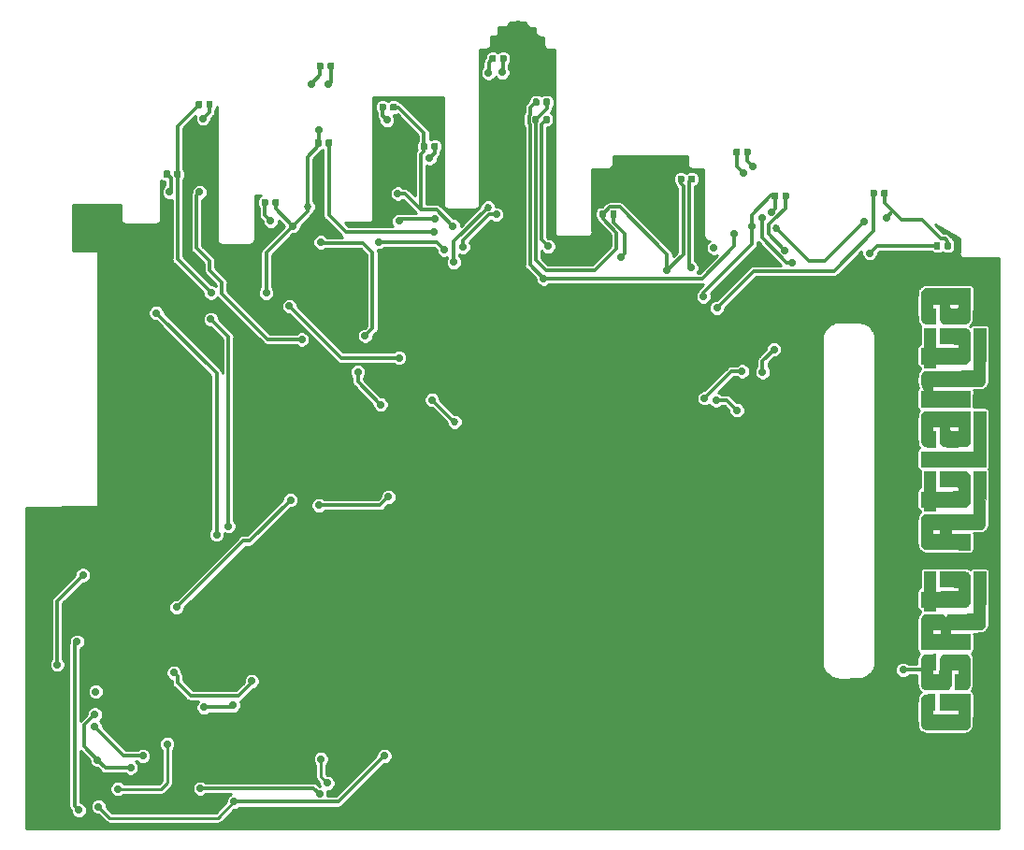
<source format=gbr>
G04 #@! TF.GenerationSoftware,KiCad,Pcbnew,(5.0.1)-4*
G04 #@! TF.CreationDate,2019-01-24T17:24:16-05:00*
G04 #@! TF.ProjectId,GSRT Badge,475352542042616467652E6B69636164,rev?*
G04 #@! TF.SameCoordinates,Original*
G04 #@! TF.FileFunction,Copper,L1,Top,Signal*
G04 #@! TF.FilePolarity,Positive*
%FSLAX46Y46*%
G04 Gerber Fmt 4.6, Leading zero omitted, Abs format (unit mm)*
G04 Created by KiCad (PCBNEW (5.0.1)-4) date 1/24/2019 5:24:16 PM*
%MOMM*%
%LPD*%
G01*
G04 APERTURE LIST*
G04 #@! TA.AperFunction,EtchedComponent*
%ADD10C,0.010000*%
G04 #@! TD*
G04 #@! TA.AperFunction,Conductor*
%ADD11C,0.100000*%
G04 #@! TD*
G04 #@! TA.AperFunction,SMDPad,CuDef*
%ADD12C,0.590000*%
G04 #@! TD*
G04 #@! TA.AperFunction,ViaPad*
%ADD13C,0.700000*%
G04 #@! TD*
G04 #@! TA.AperFunction,ViaPad*
%ADD14C,0.685800*%
G04 #@! TD*
G04 #@! TA.AperFunction,Conductor*
%ADD15C,0.250000*%
G04 #@! TD*
G04 #@! TA.AperFunction,Conductor*
%ADD16C,0.300000*%
G04 #@! TD*
G04 #@! TA.AperFunction,Conductor*
%ADD17C,0.510000*%
G04 #@! TD*
G04 #@! TA.AperFunction,Conductor*
%ADD18C,0.254000*%
G04 #@! TD*
G04 APERTURE END LIST*
D10*
G04 #@! TO.C,*
G36*
X122112065Y-151878357D02*
X122113732Y-151584388D01*
X122116467Y-151331761D01*
X122120237Y-151122306D01*
X122125007Y-150957848D01*
X122130743Y-150840217D01*
X122137410Y-150771240D01*
X122138835Y-150763522D01*
X122195797Y-150602724D01*
X122289310Y-150472184D01*
X122348508Y-150420436D01*
X122370063Y-150405895D01*
X122395039Y-150394203D01*
X122429002Y-150384989D01*
X122477519Y-150377884D01*
X122546156Y-150372518D01*
X122640479Y-150368518D01*
X122766056Y-150365517D01*
X122928452Y-150363142D01*
X123133235Y-150361024D01*
X123258432Y-150359900D01*
X124096615Y-150352553D01*
X124172232Y-150428170D01*
X124225197Y-150496226D01*
X124259972Y-150568290D01*
X124263434Y-150581713D01*
X124287452Y-150638487D01*
X124321729Y-150658762D01*
X124353783Y-150638392D01*
X124364070Y-150615145D01*
X124407254Y-150509561D01*
X124463226Y-150422606D01*
X124508918Y-150379051D01*
X124529963Y-150369941D01*
X124566260Y-150362165D01*
X124622047Y-150355549D01*
X124701560Y-150349919D01*
X124809038Y-150345100D01*
X124948717Y-150340918D01*
X125124835Y-150337198D01*
X125341629Y-150333766D01*
X125603337Y-150330448D01*
X125721912Y-150329109D01*
X126878769Y-150316396D01*
X126891803Y-146489870D01*
X127933924Y-146489870D01*
X127932251Y-148848078D01*
X127931847Y-149260194D01*
X127931226Y-149624455D01*
X127930342Y-149943857D01*
X127929150Y-150221395D01*
X127927604Y-150460064D01*
X127925661Y-150662861D01*
X127923273Y-150832780D01*
X127920396Y-150972818D01*
X127916985Y-151085970D01*
X127912994Y-151175231D01*
X127908378Y-151243598D01*
X127903092Y-151294065D01*
X127897090Y-151329628D01*
X127894592Y-151339932D01*
X127851016Y-151469061D01*
X127795693Y-151562019D01*
X127718875Y-151633449D01*
X127683396Y-151657140D01*
X127590681Y-151714795D01*
X126166857Y-151727507D01*
X124743033Y-151740220D01*
X124735649Y-151949980D01*
X124728264Y-152159740D01*
X126535526Y-152159740D01*
X126535526Y-153532713D01*
X123918764Y-153532713D01*
X123918764Y-152159740D01*
X123903994Y-151740220D01*
X123166657Y-151740220D01*
X123159272Y-151949980D01*
X123151888Y-152159740D01*
X123918764Y-152159740D01*
X123918764Y-153532713D01*
X122111502Y-153532713D01*
X122111502Y-152211842D01*
X122112065Y-151878357D01*
X122112065Y-151878357D01*
G37*
X122112065Y-151878357D02*
X122113732Y-151584388D01*
X122116467Y-151331761D01*
X122120237Y-151122306D01*
X122125007Y-150957848D01*
X122130743Y-150840217D01*
X122137410Y-150771240D01*
X122138835Y-150763522D01*
X122195797Y-150602724D01*
X122289310Y-150472184D01*
X122348508Y-150420436D01*
X122370063Y-150405895D01*
X122395039Y-150394203D01*
X122429002Y-150384989D01*
X122477519Y-150377884D01*
X122546156Y-150372518D01*
X122640479Y-150368518D01*
X122766056Y-150365517D01*
X122928452Y-150363142D01*
X123133235Y-150361024D01*
X123258432Y-150359900D01*
X124096615Y-150352553D01*
X124172232Y-150428170D01*
X124225197Y-150496226D01*
X124259972Y-150568290D01*
X124263434Y-150581713D01*
X124287452Y-150638487D01*
X124321729Y-150658762D01*
X124353783Y-150638392D01*
X124364070Y-150615145D01*
X124407254Y-150509561D01*
X124463226Y-150422606D01*
X124508918Y-150379051D01*
X124529963Y-150369941D01*
X124566260Y-150362165D01*
X124622047Y-150355549D01*
X124701560Y-150349919D01*
X124809038Y-150345100D01*
X124948717Y-150340918D01*
X125124835Y-150337198D01*
X125341629Y-150333766D01*
X125603337Y-150330448D01*
X125721912Y-150329109D01*
X126878769Y-150316396D01*
X126891803Y-146489870D01*
X127933924Y-146489870D01*
X127932251Y-148848078D01*
X127931847Y-149260194D01*
X127931226Y-149624455D01*
X127930342Y-149943857D01*
X127929150Y-150221395D01*
X127927604Y-150460064D01*
X127925661Y-150662861D01*
X127923273Y-150832780D01*
X127920396Y-150972818D01*
X127916985Y-151085970D01*
X127912994Y-151175231D01*
X127908378Y-151243598D01*
X127903092Y-151294065D01*
X127897090Y-151329628D01*
X127894592Y-151339932D01*
X127851016Y-151469061D01*
X127795693Y-151562019D01*
X127718875Y-151633449D01*
X127683396Y-151657140D01*
X127590681Y-151714795D01*
X126166857Y-151727507D01*
X124743033Y-151740220D01*
X124735649Y-151949980D01*
X124728264Y-152159740D01*
X126535526Y-152159740D01*
X126535526Y-153532713D01*
X123918764Y-153532713D01*
X123918764Y-152159740D01*
X123903994Y-151740220D01*
X123166657Y-151740220D01*
X123159272Y-151949980D01*
X123151888Y-152159740D01*
X123918764Y-152159740D01*
X123918764Y-153532713D01*
X122111502Y-153532713D01*
X122111502Y-152211842D01*
X122112065Y-151878357D01*
G36*
X122111885Y-142591590D02*
X122113328Y-142349727D01*
X122116270Y-142149031D01*
X122121151Y-141984661D01*
X122128411Y-141851777D01*
X122138488Y-141745538D01*
X122151823Y-141661105D01*
X122168855Y-141593636D01*
X122190024Y-141538293D01*
X122215768Y-141490233D01*
X122241123Y-141452134D01*
X122259941Y-141424580D01*
X122276821Y-141400349D01*
X122294967Y-141379209D01*
X122317586Y-141360931D01*
X122347885Y-141345283D01*
X122389070Y-141332035D01*
X122444347Y-141320956D01*
X122516924Y-141311815D01*
X122610005Y-141304383D01*
X122726799Y-141298427D01*
X122870511Y-141293718D01*
X123044347Y-141290026D01*
X123251515Y-141287118D01*
X123495220Y-141284765D01*
X123778668Y-141282736D01*
X124105068Y-141280801D01*
X124477624Y-141278728D01*
X124666757Y-141277657D01*
X126878769Y-141264945D01*
X126891801Y-137412993D01*
X127933924Y-137412993D01*
X127932208Y-139783914D01*
X127931760Y-140205624D01*
X127931039Y-140579197D01*
X127930005Y-140907345D01*
X127928623Y-141192782D01*
X127926852Y-141438221D01*
X127924657Y-141646374D01*
X127921999Y-141819954D01*
X127918840Y-141961675D01*
X127915142Y-142074250D01*
X127910869Y-142160391D01*
X127905981Y-142222811D01*
X127900441Y-142264223D01*
X127897468Y-142277704D01*
X127840823Y-142422596D01*
X127754048Y-142534283D01*
X127679928Y-142593423D01*
X127595874Y-142650630D01*
X124857448Y-142650630D01*
X124857448Y-143108288D01*
X126535526Y-143108288D01*
X126535526Y-144481261D01*
X124520561Y-144480703D01*
X124152186Y-144480553D01*
X123831195Y-144480269D01*
X123554120Y-144479773D01*
X123502273Y-144479601D01*
X123502273Y-143108288D01*
X123789580Y-143108288D01*
X123789580Y-142650630D01*
X123502273Y-142650630D01*
X123349905Y-142653593D01*
X123245475Y-142662405D01*
X123190150Y-142676955D01*
X123184455Y-142681141D01*
X123167105Y-142724390D01*
X123157079Y-142800419D01*
X123154379Y-142891686D01*
X123159002Y-142980650D01*
X123170951Y-143049771D01*
X123184455Y-143077778D01*
X123228216Y-143093644D01*
X123321352Y-143103798D01*
X123462698Y-143108128D01*
X123502273Y-143108288D01*
X123502273Y-144479601D01*
X123317495Y-144478987D01*
X123117851Y-144477832D01*
X122951723Y-144476229D01*
X122815643Y-144474101D01*
X122706143Y-144471369D01*
X122619757Y-144467955D01*
X122553018Y-144463780D01*
X122502457Y-144458766D01*
X122464609Y-144452835D01*
X122436005Y-144445908D01*
X122413180Y-144437907D01*
X122401379Y-144432815D01*
X122298712Y-144367251D01*
X122222059Y-144271849D01*
X122165329Y-144138176D01*
X122150129Y-144084943D01*
X122140202Y-144038458D01*
X122132054Y-143979166D01*
X122125526Y-143902134D01*
X122120459Y-143802429D01*
X122116697Y-143675115D01*
X122114080Y-143515259D01*
X122112451Y-143317927D01*
X122111652Y-143078186D01*
X122111502Y-142879459D01*
X122111885Y-142591590D01*
X122111885Y-142591590D01*
G37*
X122111885Y-142591590D02*
X122113328Y-142349727D01*
X122116270Y-142149031D01*
X122121151Y-141984661D01*
X122128411Y-141851777D01*
X122138488Y-141745538D01*
X122151823Y-141661105D01*
X122168855Y-141593636D01*
X122190024Y-141538293D01*
X122215768Y-141490233D01*
X122241123Y-141452134D01*
X122259941Y-141424580D01*
X122276821Y-141400349D01*
X122294967Y-141379209D01*
X122317586Y-141360931D01*
X122347885Y-141345283D01*
X122389070Y-141332035D01*
X122444347Y-141320956D01*
X122516924Y-141311815D01*
X122610005Y-141304383D01*
X122726799Y-141298427D01*
X122870511Y-141293718D01*
X123044347Y-141290026D01*
X123251515Y-141287118D01*
X123495220Y-141284765D01*
X123778668Y-141282736D01*
X124105068Y-141280801D01*
X124477624Y-141278728D01*
X124666757Y-141277657D01*
X126878769Y-141264945D01*
X126891801Y-137412993D01*
X127933924Y-137412993D01*
X127932208Y-139783914D01*
X127931760Y-140205624D01*
X127931039Y-140579197D01*
X127930005Y-140907345D01*
X127928623Y-141192782D01*
X127926852Y-141438221D01*
X127924657Y-141646374D01*
X127921999Y-141819954D01*
X127918840Y-141961675D01*
X127915142Y-142074250D01*
X127910869Y-142160391D01*
X127905981Y-142222811D01*
X127900441Y-142264223D01*
X127897468Y-142277704D01*
X127840823Y-142422596D01*
X127754048Y-142534283D01*
X127679928Y-142593423D01*
X127595874Y-142650630D01*
X124857448Y-142650630D01*
X124857448Y-143108288D01*
X126535526Y-143108288D01*
X126535526Y-144481261D01*
X124520561Y-144480703D01*
X124152186Y-144480553D01*
X123831195Y-144480269D01*
X123554120Y-144479773D01*
X123502273Y-144479601D01*
X123502273Y-143108288D01*
X123789580Y-143108288D01*
X123789580Y-142650630D01*
X123502273Y-142650630D01*
X123349905Y-142653593D01*
X123245475Y-142662405D01*
X123190150Y-142676955D01*
X123184455Y-142681141D01*
X123167105Y-142724390D01*
X123157079Y-142800419D01*
X123154379Y-142891686D01*
X123159002Y-142980650D01*
X123170951Y-143049771D01*
X123184455Y-143077778D01*
X123228216Y-143093644D01*
X123321352Y-143103798D01*
X123462698Y-143108128D01*
X123502273Y-143108288D01*
X123502273Y-144479601D01*
X123317495Y-144478987D01*
X123117851Y-144477832D01*
X122951723Y-144476229D01*
X122815643Y-144474101D01*
X122706143Y-144471369D01*
X122619757Y-144467955D01*
X122553018Y-144463780D01*
X122502457Y-144458766D01*
X122464609Y-144452835D01*
X122436005Y-144445908D01*
X122413180Y-144437907D01*
X122401379Y-144432815D01*
X122298712Y-144367251D01*
X122222059Y-144271849D01*
X122165329Y-144138176D01*
X122150129Y-144084943D01*
X122140202Y-144038458D01*
X122132054Y-143979166D01*
X122125526Y-143902134D01*
X122120459Y-143802429D01*
X122116697Y-143675115D01*
X122114080Y-143515259D01*
X122112451Y-143317927D01*
X122111652Y-143078186D01*
X122111502Y-142879459D01*
X122111885Y-142591590D01*
G36*
X126891482Y-135607788D02*
X126891482Y-131971952D01*
X127933924Y-131971952D01*
X127933924Y-136980761D01*
X122111502Y-136980761D01*
X122111502Y-135607788D01*
X126891482Y-135607788D01*
X126891482Y-135607788D01*
G37*
X126891482Y-135607788D02*
X126891482Y-131971952D01*
X127933924Y-131971952D01*
X127933924Y-136980761D01*
X122111502Y-136980761D01*
X122111502Y-135607788D01*
X126891482Y-135607788D01*
G36*
X122444620Y-130141321D02*
X122380775Y-130057616D01*
X122282165Y-129893826D01*
X122204156Y-129692617D01*
X122149187Y-129464067D01*
X122119699Y-129218257D01*
X122117806Y-128971752D01*
X122137320Y-128777776D01*
X122176760Y-128624896D01*
X122239410Y-128506159D01*
X122328548Y-128414612D01*
X122403894Y-128365482D01*
X122420831Y-128358063D01*
X122445204Y-128351530D01*
X122480230Y-128345812D01*
X122529129Y-128340841D01*
X122595117Y-128336546D01*
X122681413Y-128332859D01*
X122791235Y-128329710D01*
X122927802Y-128327029D01*
X123094331Y-128324748D01*
X123294041Y-128322796D01*
X123530150Y-128321104D01*
X123805875Y-128319604D01*
X124124436Y-128318224D01*
X124489050Y-128316897D01*
X124685826Y-128316243D01*
X126891482Y-128309084D01*
X126891482Y-124471451D01*
X127933924Y-124471451D01*
X127932251Y-126829659D01*
X127931854Y-127240503D01*
X127931249Y-127603530D01*
X127930390Y-127921773D01*
X127929231Y-128198266D01*
X127927725Y-128436042D01*
X127925825Y-128638134D01*
X127923485Y-128807576D01*
X127920658Y-128947401D01*
X127917298Y-129060643D01*
X127913358Y-129150335D01*
X127908792Y-129219510D01*
X127903552Y-129271203D01*
X127897593Y-129308445D01*
X127893955Y-129324004D01*
X127835714Y-129478544D01*
X127754421Y-129590611D01*
X127671309Y-129652265D01*
X127654247Y-129660019D01*
X127631009Y-129666864D01*
X127598356Y-129672879D01*
X127553052Y-129678145D01*
X127491857Y-129682741D01*
X127411534Y-129686750D01*
X127308845Y-129690250D01*
X127180551Y-129693321D01*
X127023414Y-129696045D01*
X126834196Y-129698501D01*
X126609660Y-129700770D01*
X126346566Y-129702931D01*
X126041678Y-129705066D01*
X125691756Y-129707254D01*
X125378669Y-129709089D01*
X123166657Y-129721802D01*
X123166657Y-130128608D01*
X124851500Y-130135146D01*
X126536342Y-130141684D01*
X126529578Y-130834346D01*
X126522813Y-131527007D01*
X124317157Y-131533504D01*
X122111502Y-131540000D01*
X122111502Y-130141321D01*
X122444620Y-130141321D01*
X122444620Y-130141321D01*
G37*
X122444620Y-130141321D02*
X122380775Y-130057616D01*
X122282165Y-129893826D01*
X122204156Y-129692617D01*
X122149187Y-129464067D01*
X122119699Y-129218257D01*
X122117806Y-128971752D01*
X122137320Y-128777776D01*
X122176760Y-128624896D01*
X122239410Y-128506159D01*
X122328548Y-128414612D01*
X122403894Y-128365482D01*
X122420831Y-128358063D01*
X122445204Y-128351530D01*
X122480230Y-128345812D01*
X122529129Y-128340841D01*
X122595117Y-128336546D01*
X122681413Y-128332859D01*
X122791235Y-128329710D01*
X122927802Y-128327029D01*
X123094331Y-128324748D01*
X123294041Y-128322796D01*
X123530150Y-128321104D01*
X123805875Y-128319604D01*
X124124436Y-128318224D01*
X124489050Y-128316897D01*
X124685826Y-128316243D01*
X126891482Y-128309084D01*
X126891482Y-124471451D01*
X127933924Y-124471451D01*
X127932251Y-126829659D01*
X127931854Y-127240503D01*
X127931249Y-127603530D01*
X127930390Y-127921773D01*
X127929231Y-128198266D01*
X127927725Y-128436042D01*
X127925825Y-128638134D01*
X127923485Y-128807576D01*
X127920658Y-128947401D01*
X127917298Y-129060643D01*
X127913358Y-129150335D01*
X127908792Y-129219510D01*
X127903552Y-129271203D01*
X127897593Y-129308445D01*
X127893955Y-129324004D01*
X127835714Y-129478544D01*
X127754421Y-129590611D01*
X127671309Y-129652265D01*
X127654247Y-129660019D01*
X127631009Y-129666864D01*
X127598356Y-129672879D01*
X127553052Y-129678145D01*
X127491857Y-129682741D01*
X127411534Y-129686750D01*
X127308845Y-129690250D01*
X127180551Y-129693321D01*
X127023414Y-129696045D01*
X126834196Y-129698501D01*
X126609660Y-129700770D01*
X126346566Y-129702931D01*
X126041678Y-129705066D01*
X125691756Y-129707254D01*
X125378669Y-129709089D01*
X123166657Y-129721802D01*
X123166657Y-130128608D01*
X124851500Y-130135146D01*
X126536342Y-130141684D01*
X126529578Y-130834346D01*
X126522813Y-131527007D01*
X124317157Y-131533504D01*
X122111502Y-131540000D01*
X122111502Y-130141321D01*
X122444620Y-130141321D01*
G36*
X122121447Y-158914347D02*
X122123610Y-158697753D01*
X122127067Y-158495623D01*
X122131816Y-158314357D01*
X122137858Y-158160358D01*
X122145193Y-158040028D01*
X122153818Y-157959768D01*
X122160435Y-157931311D01*
X122207731Y-157827635D01*
X122259406Y-157747953D01*
X122322636Y-157689194D01*
X122404600Y-157648284D01*
X122512475Y-157622154D01*
X122653438Y-157607731D01*
X122834666Y-157601944D01*
X122931472Y-157601339D01*
X123357348Y-157600781D01*
X123357348Y-158973754D01*
X123284185Y-158973754D01*
X123220458Y-158983176D01*
X123180856Y-159016699D01*
X123161363Y-159082202D01*
X123157966Y-159187568D01*
X123159087Y-159219363D01*
X123166657Y-159393273D01*
X125493083Y-159406499D01*
X125493083Y-158973754D01*
X123865856Y-158973754D01*
X123865856Y-157600781D01*
X126535526Y-157600781D01*
X126533853Y-158941972D01*
X126533226Y-159251861D01*
X126532112Y-159514998D01*
X126530404Y-159735478D01*
X126527994Y-159917399D01*
X126524779Y-160064857D01*
X126520650Y-160181949D01*
X126515502Y-160272771D01*
X126509229Y-160341420D01*
X126501724Y-160391994D01*
X126495556Y-160419300D01*
X126440628Y-160567629D01*
X126364404Y-160674908D01*
X126261506Y-160748382D01*
X126245649Y-160755938D01*
X126223353Y-160765078D01*
X126197148Y-160772964D01*
X126163335Y-160779690D01*
X126118214Y-160785348D01*
X126058086Y-160790032D01*
X125979253Y-160793835D01*
X125878013Y-160796849D01*
X125750670Y-160799169D01*
X125593522Y-160800887D01*
X125402871Y-160802096D01*
X125175018Y-160802890D01*
X124906264Y-160803361D01*
X124592908Y-160803602D01*
X124348939Y-160803684D01*
X123950625Y-160803382D01*
X123597549Y-160802287D01*
X123290474Y-160800410D01*
X123030161Y-160797761D01*
X122817374Y-160794351D01*
X122652875Y-160790190D01*
X122537426Y-160785289D01*
X122471790Y-160779659D01*
X122460621Y-160777489D01*
X122346680Y-160721445D01*
X122248362Y-160626972D01*
X122177197Y-160506326D01*
X122160256Y-160458197D01*
X122150758Y-160399524D01*
X122142558Y-160297697D01*
X122135654Y-160159118D01*
X122130048Y-159990188D01*
X122125737Y-159797309D01*
X122122722Y-159586884D01*
X122121002Y-159365314D01*
X122120577Y-159139001D01*
X122121447Y-158914347D01*
X122121447Y-158914347D01*
G37*
X122121447Y-158914347D02*
X122123610Y-158697753D01*
X122127067Y-158495623D01*
X122131816Y-158314357D01*
X122137858Y-158160358D01*
X122145193Y-158040028D01*
X122153818Y-157959768D01*
X122160435Y-157931311D01*
X122207731Y-157827635D01*
X122259406Y-157747953D01*
X122322636Y-157689194D01*
X122404600Y-157648284D01*
X122512475Y-157622154D01*
X122653438Y-157607731D01*
X122834666Y-157601944D01*
X122931472Y-157601339D01*
X123357348Y-157600781D01*
X123357348Y-158973754D01*
X123284185Y-158973754D01*
X123220458Y-158983176D01*
X123180856Y-159016699D01*
X123161363Y-159082202D01*
X123157966Y-159187568D01*
X123159087Y-159219363D01*
X123166657Y-159393273D01*
X125493083Y-159406499D01*
X125493083Y-158973754D01*
X123865856Y-158973754D01*
X123865856Y-157600781D01*
X126535526Y-157600781D01*
X126533853Y-158941972D01*
X126533226Y-159251861D01*
X126532112Y-159514998D01*
X126530404Y-159735478D01*
X126527994Y-159917399D01*
X126524779Y-160064857D01*
X126520650Y-160181949D01*
X126515502Y-160272771D01*
X126509229Y-160341420D01*
X126501724Y-160391994D01*
X126495556Y-160419300D01*
X126440628Y-160567629D01*
X126364404Y-160674908D01*
X126261506Y-160748382D01*
X126245649Y-160755938D01*
X126223353Y-160765078D01*
X126197148Y-160772964D01*
X126163335Y-160779690D01*
X126118214Y-160785348D01*
X126058086Y-160790032D01*
X125979253Y-160793835D01*
X125878013Y-160796849D01*
X125750670Y-160799169D01*
X125593522Y-160800887D01*
X125402871Y-160802096D01*
X125175018Y-160802890D01*
X124906264Y-160803361D01*
X124592908Y-160803602D01*
X124348939Y-160803684D01*
X123950625Y-160803382D01*
X123597549Y-160802287D01*
X123290474Y-160800410D01*
X123030161Y-160797761D01*
X122817374Y-160794351D01*
X122652875Y-160790190D01*
X122537426Y-160785289D01*
X122471790Y-160779659D01*
X122460621Y-160777489D01*
X122346680Y-160721445D01*
X122248362Y-160626972D01*
X122177197Y-160506326D01*
X122160256Y-160458197D01*
X122150758Y-160399524D01*
X122142558Y-160297697D01*
X122135654Y-160159118D01*
X122130048Y-159990188D01*
X122125737Y-159797309D01*
X122122722Y-159586884D01*
X122121002Y-159365314D01*
X122120577Y-159139001D01*
X122121447Y-158914347D01*
G36*
X122193554Y-154243276D02*
X122254355Y-154140628D01*
X122324653Y-154070367D01*
X122371532Y-154039873D01*
X122412429Y-154017943D01*
X122453108Y-154001669D01*
X122502025Y-153990030D01*
X122567633Y-153982008D01*
X122658386Y-153976585D01*
X122782737Y-153972740D01*
X122949139Y-153969456D01*
X122956897Y-153969320D01*
X123433624Y-153960983D01*
X123433624Y-155360686D01*
X123300140Y-155368371D01*
X123166657Y-155376056D01*
X123166657Y-155782863D01*
X123776867Y-155782863D01*
X123791851Y-155121802D01*
X123797970Y-154887254D01*
X123805296Y-154697397D01*
X123814889Y-154546070D01*
X123827812Y-154427113D01*
X123845125Y-154334365D01*
X123867891Y-154261667D01*
X123897171Y-154202858D01*
X123934025Y-154151778D01*
X123964940Y-154117280D01*
X124002521Y-154079718D01*
X124040426Y-154048780D01*
X124083731Y-154023870D01*
X124137509Y-154004394D01*
X124206837Y-153989757D01*
X124296789Y-153979364D01*
X124412440Y-153972622D01*
X124558865Y-153968933D01*
X124741139Y-153967706D01*
X124964336Y-153968343D01*
X125220409Y-153970146D01*
X125484680Y-153972322D01*
X125703091Y-153974973D01*
X125880629Y-153979168D01*
X126022281Y-153985972D01*
X126133035Y-153996453D01*
X126217878Y-154011676D01*
X126281796Y-154032708D01*
X126329778Y-154060616D01*
X126366810Y-154096466D01*
X126397879Y-154141326D01*
X126427974Y-154196260D01*
X126446537Y-154232362D01*
X126522813Y-154380748D01*
X126526990Y-155514037D01*
X126527385Y-155753341D01*
X126526830Y-155980214D01*
X126525404Y-156188899D01*
X126523189Y-156373645D01*
X126520266Y-156528695D01*
X126516715Y-156648295D01*
X126512618Y-156726692D01*
X126509578Y-156753443D01*
X126457260Y-156913501D01*
X126374107Y-157038143D01*
X126263161Y-157123258D01*
X126222409Y-157141429D01*
X126172063Y-157150770D01*
X126079289Y-157158561D01*
X125952497Y-157164379D01*
X125800098Y-157167803D01*
X125682119Y-157168548D01*
X125213404Y-157168548D01*
X125213404Y-155798233D01*
X125346887Y-155790548D01*
X125480371Y-155782863D01*
X125480371Y-155376056D01*
X125171325Y-155368936D01*
X124862279Y-155361817D01*
X124844735Y-156749029D01*
X124768459Y-156901581D01*
X124707391Y-157006274D01*
X124642763Y-157076153D01*
X124590481Y-157111379D01*
X124564414Y-157125572D01*
X124538151Y-157137170D01*
X124506626Y-157146399D01*
X124464773Y-157153487D01*
X124407529Y-157158660D01*
X124329828Y-157162147D01*
X124226606Y-157164174D01*
X124092796Y-157164969D01*
X123923334Y-157164758D01*
X123713155Y-157163770D01*
X123457194Y-157162231D01*
X123457040Y-157162230D01*
X122425300Y-157155836D01*
X122328943Y-157082317D01*
X122258021Y-157012008D01*
X122195048Y-156923317D01*
X122178400Y-156891627D01*
X122165812Y-156863038D01*
X122155341Y-156833429D01*
X122146792Y-156798082D01*
X122139971Y-156752283D01*
X122134682Y-156691317D01*
X122130731Y-156610467D01*
X122127923Y-156505018D01*
X122126064Y-156370254D01*
X122124958Y-156201461D01*
X122124412Y-155993923D01*
X122124230Y-155742923D01*
X122124214Y-155579459D01*
X122124214Y-154384464D01*
X122193554Y-154243276D01*
X122193554Y-154243276D01*
G37*
X122193554Y-154243276D02*
X122254355Y-154140628D01*
X122324653Y-154070367D01*
X122371532Y-154039873D01*
X122412429Y-154017943D01*
X122453108Y-154001669D01*
X122502025Y-153990030D01*
X122567633Y-153982008D01*
X122658386Y-153976585D01*
X122782737Y-153972740D01*
X122949139Y-153969456D01*
X122956897Y-153969320D01*
X123433624Y-153960983D01*
X123433624Y-155360686D01*
X123300140Y-155368371D01*
X123166657Y-155376056D01*
X123166657Y-155782863D01*
X123776867Y-155782863D01*
X123791851Y-155121802D01*
X123797970Y-154887254D01*
X123805296Y-154697397D01*
X123814889Y-154546070D01*
X123827812Y-154427113D01*
X123845125Y-154334365D01*
X123867891Y-154261667D01*
X123897171Y-154202858D01*
X123934025Y-154151778D01*
X123964940Y-154117280D01*
X124002521Y-154079718D01*
X124040426Y-154048780D01*
X124083731Y-154023870D01*
X124137509Y-154004394D01*
X124206837Y-153989757D01*
X124296789Y-153979364D01*
X124412440Y-153972622D01*
X124558865Y-153968933D01*
X124741139Y-153967706D01*
X124964336Y-153968343D01*
X125220409Y-153970146D01*
X125484680Y-153972322D01*
X125703091Y-153974973D01*
X125880629Y-153979168D01*
X126022281Y-153985972D01*
X126133035Y-153996453D01*
X126217878Y-154011676D01*
X126281796Y-154032708D01*
X126329778Y-154060616D01*
X126366810Y-154096466D01*
X126397879Y-154141326D01*
X126427974Y-154196260D01*
X126446537Y-154232362D01*
X126522813Y-154380748D01*
X126526990Y-155514037D01*
X126527385Y-155753341D01*
X126526830Y-155980214D01*
X126525404Y-156188899D01*
X126523189Y-156373645D01*
X126520266Y-156528695D01*
X126516715Y-156648295D01*
X126512618Y-156726692D01*
X126509578Y-156753443D01*
X126457260Y-156913501D01*
X126374107Y-157038143D01*
X126263161Y-157123258D01*
X126222409Y-157141429D01*
X126172063Y-157150770D01*
X126079289Y-157158561D01*
X125952497Y-157164379D01*
X125800098Y-157167803D01*
X125682119Y-157168548D01*
X125213404Y-157168548D01*
X125213404Y-155798233D01*
X125346887Y-155790548D01*
X125480371Y-155782863D01*
X125480371Y-155376056D01*
X125171325Y-155368936D01*
X124862279Y-155361817D01*
X124844735Y-156749029D01*
X124768459Y-156901581D01*
X124707391Y-157006274D01*
X124642763Y-157076153D01*
X124590481Y-157111379D01*
X124564414Y-157125572D01*
X124538151Y-157137170D01*
X124506626Y-157146399D01*
X124464773Y-157153487D01*
X124407529Y-157158660D01*
X124329828Y-157162147D01*
X124226606Y-157164174D01*
X124092796Y-157164969D01*
X123923334Y-157164758D01*
X123713155Y-157163770D01*
X123457194Y-157162231D01*
X123457040Y-157162230D01*
X122425300Y-157155836D01*
X122328943Y-157082317D01*
X122258021Y-157012008D01*
X122195048Y-156923317D01*
X122178400Y-156891627D01*
X122165812Y-156863038D01*
X122155341Y-156833429D01*
X122146792Y-156798082D01*
X122139971Y-156752283D01*
X122134682Y-156691317D01*
X122130731Y-156610467D01*
X122127923Y-156505018D01*
X122126064Y-156370254D01*
X122124958Y-156201461D01*
X122124412Y-155993923D01*
X122124230Y-155742923D01*
X122124214Y-155579459D01*
X122124214Y-154384464D01*
X122193554Y-154243276D01*
G36*
X122391181Y-148295075D02*
X122391181Y-146489870D01*
X123433624Y-146489870D01*
X123433624Y-148295652D01*
X124456997Y-148289007D01*
X125480371Y-148282362D01*
X125480371Y-147875555D01*
X124641332Y-147862843D01*
X123802293Y-147850130D01*
X123788749Y-146489870D01*
X124985422Y-146489870D01*
X125271495Y-146489907D01*
X125511269Y-146490308D01*
X125709295Y-146491501D01*
X125870124Y-146493917D01*
X125998309Y-146497986D01*
X126098399Y-146504139D01*
X126174948Y-146512807D01*
X126232506Y-146524418D01*
X126275625Y-146539404D01*
X126308856Y-146558195D01*
X126336751Y-146581222D01*
X126363861Y-146608914D01*
X126375403Y-146621284D01*
X126422536Y-146684280D01*
X126468522Y-146764511D01*
X126477105Y-146782609D01*
X126488098Y-146810531D01*
X126497231Y-146844324D01*
X126504699Y-146888772D01*
X126510696Y-146948660D01*
X126515415Y-147028771D01*
X126519051Y-147133890D01*
X126521798Y-147268799D01*
X126523849Y-147438284D01*
X126525399Y-147647127D01*
X126526642Y-147900114D01*
X126527099Y-148015395D01*
X126527515Y-148254506D01*
X126526972Y-148481188D01*
X126525552Y-148689679D01*
X126523335Y-148874220D01*
X126520403Y-149029050D01*
X126516836Y-149148409D01*
X126512716Y-149226537D01*
X126509688Y-149252942D01*
X126456555Y-149415983D01*
X126372009Y-149539046D01*
X126353607Y-149556813D01*
X126324300Y-149583326D01*
X126296792Y-149605768D01*
X126266790Y-149624501D01*
X126230003Y-149639888D01*
X126182137Y-149652292D01*
X126118898Y-149662077D01*
X126035994Y-149669604D01*
X125929132Y-149675237D01*
X125794019Y-149679339D01*
X125626362Y-149682274D01*
X125421868Y-149684403D01*
X125176243Y-149686090D01*
X124885196Y-149687698D01*
X124800241Y-149688155D01*
X123433624Y-149695550D01*
X123433624Y-150050482D01*
X122918759Y-150043599D01*
X122403894Y-150036717D01*
X122388858Y-149693473D01*
X122111502Y-149693473D01*
X122111502Y-148295075D01*
X122391181Y-148295075D01*
X122391181Y-148295075D01*
G37*
X122391181Y-148295075D02*
X122391181Y-146489870D01*
X123433624Y-146489870D01*
X123433624Y-148295652D01*
X124456997Y-148289007D01*
X125480371Y-148282362D01*
X125480371Y-147875555D01*
X124641332Y-147862843D01*
X123802293Y-147850130D01*
X123788749Y-146489870D01*
X124985422Y-146489870D01*
X125271495Y-146489907D01*
X125511269Y-146490308D01*
X125709295Y-146491501D01*
X125870124Y-146493917D01*
X125998309Y-146497986D01*
X126098399Y-146504139D01*
X126174948Y-146512807D01*
X126232506Y-146524418D01*
X126275625Y-146539404D01*
X126308856Y-146558195D01*
X126336751Y-146581222D01*
X126363861Y-146608914D01*
X126375403Y-146621284D01*
X126422536Y-146684280D01*
X126468522Y-146764511D01*
X126477105Y-146782609D01*
X126488098Y-146810531D01*
X126497231Y-146844324D01*
X126504699Y-146888772D01*
X126510696Y-146948660D01*
X126515415Y-147028771D01*
X126519051Y-147133890D01*
X126521798Y-147268799D01*
X126523849Y-147438284D01*
X126525399Y-147647127D01*
X126526642Y-147900114D01*
X126527099Y-148015395D01*
X126527515Y-148254506D01*
X126526972Y-148481188D01*
X126525552Y-148689679D01*
X126523335Y-148874220D01*
X126520403Y-149029050D01*
X126516836Y-149148409D01*
X126512716Y-149226537D01*
X126509688Y-149252942D01*
X126456555Y-149415983D01*
X126372009Y-149539046D01*
X126353607Y-149556813D01*
X126324300Y-149583326D01*
X126296792Y-149605768D01*
X126266790Y-149624501D01*
X126230003Y-149639888D01*
X126182137Y-149652292D01*
X126118898Y-149662077D01*
X126035994Y-149669604D01*
X125929132Y-149675237D01*
X125794019Y-149679339D01*
X125626362Y-149682274D01*
X125421868Y-149684403D01*
X125176243Y-149686090D01*
X124885196Y-149687698D01*
X124800241Y-149688155D01*
X123433624Y-149695550D01*
X123433624Y-150050482D01*
X122918759Y-150043599D01*
X122403894Y-150036717D01*
X122388858Y-149693473D01*
X122111502Y-149693473D01*
X122111502Y-148295075D01*
X122391181Y-148295075D01*
G36*
X122391181Y-139243623D02*
X122391181Y-137412993D01*
X123433624Y-137412993D01*
X123433624Y-139244200D01*
X124456997Y-139237556D01*
X125480371Y-139230911D01*
X125487871Y-139029715D01*
X125488997Y-138914573D01*
X125481504Y-138843221D01*
X125464655Y-138809215D01*
X125462446Y-138807632D01*
X125429805Y-138802546D01*
X125352632Y-138797883D01*
X125237242Y-138793802D01*
X125089955Y-138790458D01*
X124917086Y-138788011D01*
X124724954Y-138786618D01*
X124609135Y-138786355D01*
X123788749Y-138785966D01*
X123802293Y-137425706D01*
X126192283Y-137425706D01*
X126286402Y-137484229D01*
X126377528Y-137567459D01*
X126451667Y-137687632D01*
X126522813Y-137832512D01*
X126527620Y-138963944D01*
X126528483Y-139256742D01*
X126528313Y-139502771D01*
X126527018Y-139706104D01*
X126524506Y-139870812D01*
X126520683Y-140000969D01*
X126515459Y-140100648D01*
X126508740Y-140173921D01*
X126500435Y-140224860D01*
X126498907Y-140231397D01*
X126448061Y-140375405D01*
X126370891Y-140486240D01*
X126296925Y-140551462D01*
X126280495Y-140562799D01*
X126261265Y-140572400D01*
X126235072Y-140580433D01*
X126197751Y-140587067D01*
X126145137Y-140592471D01*
X126073066Y-140596813D01*
X125977374Y-140600262D01*
X125853896Y-140602987D01*
X125698468Y-140605156D01*
X125506926Y-140606938D01*
X125275105Y-140608502D01*
X124998841Y-140610016D01*
X124830177Y-140610870D01*
X123433624Y-140617855D01*
X123433624Y-140972552D01*
X122391181Y-140972552D01*
X122391181Y-140616596D01*
X122111502Y-140616596D01*
X122111502Y-139243623D01*
X122391181Y-139243623D01*
X122391181Y-139243623D01*
G37*
X122391181Y-139243623D02*
X122391181Y-137412993D01*
X123433624Y-137412993D01*
X123433624Y-139244200D01*
X124456997Y-139237556D01*
X125480371Y-139230911D01*
X125487871Y-139029715D01*
X125488997Y-138914573D01*
X125481504Y-138843221D01*
X125464655Y-138809215D01*
X125462446Y-138807632D01*
X125429805Y-138802546D01*
X125352632Y-138797883D01*
X125237242Y-138793802D01*
X125089955Y-138790458D01*
X124917086Y-138788011D01*
X124724954Y-138786618D01*
X124609135Y-138786355D01*
X123788749Y-138785966D01*
X123802293Y-137425706D01*
X126192283Y-137425706D01*
X126286402Y-137484229D01*
X126377528Y-137567459D01*
X126451667Y-137687632D01*
X126522813Y-137832512D01*
X126527620Y-138963944D01*
X126528483Y-139256742D01*
X126528313Y-139502771D01*
X126527018Y-139706104D01*
X126524506Y-139870812D01*
X126520683Y-140000969D01*
X126515459Y-140100648D01*
X126508740Y-140173921D01*
X126500435Y-140224860D01*
X126498907Y-140231397D01*
X126448061Y-140375405D01*
X126370891Y-140486240D01*
X126296925Y-140551462D01*
X126280495Y-140562799D01*
X126261265Y-140572400D01*
X126235072Y-140580433D01*
X126197751Y-140587067D01*
X126145137Y-140592471D01*
X126073066Y-140596813D01*
X125977374Y-140600262D01*
X125853896Y-140602987D01*
X125698468Y-140605156D01*
X125506926Y-140606938D01*
X125275105Y-140608502D01*
X124998841Y-140610016D01*
X124830177Y-140610870D01*
X123433624Y-140617855D01*
X123433624Y-140972552D01*
X122391181Y-140972552D01*
X122391181Y-140616596D01*
X122111502Y-140616596D01*
X122111502Y-139243623D01*
X122391181Y-139243623D01*
G36*
X122124334Y-133272739D02*
X122124982Y-133030623D01*
X122126594Y-132830026D01*
X122129606Y-132666282D01*
X122134453Y-132534726D01*
X122141571Y-132430693D01*
X122151396Y-132349516D01*
X122164362Y-132286531D01*
X122180906Y-132237070D01*
X122201463Y-132196469D01*
X122226469Y-132160061D01*
X122256358Y-132123182D01*
X122258696Y-132120401D01*
X122280531Y-132094050D01*
X122301029Y-132071013D01*
X122323569Y-132051069D01*
X122351531Y-132033994D01*
X122388295Y-132019567D01*
X122437239Y-132007564D01*
X122501744Y-131997763D01*
X122585190Y-131989942D01*
X122690955Y-131983879D01*
X122822419Y-131979350D01*
X122982962Y-131976133D01*
X123175964Y-131974006D01*
X123404803Y-131972746D01*
X123672860Y-131972130D01*
X123983514Y-131971937D01*
X124340145Y-131971943D01*
X124513388Y-131971952D01*
X126535526Y-131971952D01*
X126533810Y-133313143D01*
X126533005Y-133642613D01*
X126531454Y-133924048D01*
X126529095Y-134160260D01*
X126525863Y-134354062D01*
X126521695Y-134508266D01*
X126516527Y-134625682D01*
X126510297Y-134709123D01*
X126502940Y-134761402D01*
X126500897Y-134770006D01*
X126441430Y-134925047D01*
X126358262Y-135043250D01*
X126261802Y-135115641D01*
X126233470Y-135127967D01*
X126199414Y-135138050D01*
X126154339Y-135146171D01*
X126092952Y-135152606D01*
X126009960Y-135157633D01*
X125900070Y-135161532D01*
X125757989Y-135164579D01*
X125578422Y-135167054D01*
X125356078Y-135169234D01*
X125220409Y-135170354D01*
X125203529Y-135170471D01*
X125203529Y-133773264D01*
X125317742Y-133773039D01*
X125404707Y-133771025D01*
X125454150Y-133767368D01*
X125460077Y-133765993D01*
X125478578Y-133739073D01*
X125489315Y-133672292D01*
X125493062Y-133560552D01*
X125493083Y-133549126D01*
X125493083Y-133344925D01*
X124702839Y-133344925D01*
X124710223Y-133554685D01*
X124717608Y-133764444D01*
X125072339Y-133771552D01*
X125203529Y-133773264D01*
X125203529Y-135170471D01*
X124953379Y-135172217D01*
X124732122Y-135172783D01*
X124551561Y-135171456D01*
X124406623Y-135167644D01*
X124292232Y-135160750D01*
X124203315Y-135150182D01*
X124134797Y-135135345D01*
X124081604Y-135115644D01*
X124038660Y-135090485D01*
X124000892Y-135059275D01*
X123965049Y-135023335D01*
X123922956Y-134975387D01*
X123889122Y-134925235D01*
X123862507Y-134866711D01*
X123842073Y-134793643D01*
X123826781Y-134699862D01*
X123815591Y-134579197D01*
X123807466Y-134425478D01*
X123801365Y-134232535D01*
X123796825Y-134024296D01*
X123783668Y-133343407D01*
X123475162Y-133350522D01*
X123166657Y-133357637D01*
X123166657Y-133764444D01*
X123300140Y-133772129D01*
X123433624Y-133779814D01*
X123433624Y-135175555D01*
X123007748Y-135175414D01*
X122816598Y-135173801D01*
X122668115Y-135168111D01*
X122554180Y-135156852D01*
X122466675Y-135138530D01*
X122397482Y-135111652D01*
X122338483Y-135074727D01*
X122303148Y-135045856D01*
X122263558Y-135010036D01*
X122230285Y-134974924D01*
X122202780Y-134935967D01*
X122180493Y-134888612D01*
X122162877Y-134828304D01*
X122149382Y-134750489D01*
X122139459Y-134650612D01*
X122132560Y-134524121D01*
X122128135Y-134366460D01*
X122125637Y-134173076D01*
X122124516Y-133939415D01*
X122124223Y-133660922D01*
X122124214Y-133561041D01*
X122124334Y-133272739D01*
X122124334Y-133272739D01*
G37*
X122124334Y-133272739D02*
X122124982Y-133030623D01*
X122126594Y-132830026D01*
X122129606Y-132666282D01*
X122134453Y-132534726D01*
X122141571Y-132430693D01*
X122151396Y-132349516D01*
X122164362Y-132286531D01*
X122180906Y-132237070D01*
X122201463Y-132196469D01*
X122226469Y-132160061D01*
X122256358Y-132123182D01*
X122258696Y-132120401D01*
X122280531Y-132094050D01*
X122301029Y-132071013D01*
X122323569Y-132051069D01*
X122351531Y-132033994D01*
X122388295Y-132019567D01*
X122437239Y-132007564D01*
X122501744Y-131997763D01*
X122585190Y-131989942D01*
X122690955Y-131983879D01*
X122822419Y-131979350D01*
X122982962Y-131976133D01*
X123175964Y-131974006D01*
X123404803Y-131972746D01*
X123672860Y-131972130D01*
X123983514Y-131971937D01*
X124340145Y-131971943D01*
X124513388Y-131971952D01*
X126535526Y-131971952D01*
X126533810Y-133313143D01*
X126533005Y-133642613D01*
X126531454Y-133924048D01*
X126529095Y-134160260D01*
X126525863Y-134354062D01*
X126521695Y-134508266D01*
X126516527Y-134625682D01*
X126510297Y-134709123D01*
X126502940Y-134761402D01*
X126500897Y-134770006D01*
X126441430Y-134925047D01*
X126358262Y-135043250D01*
X126261802Y-135115641D01*
X126233470Y-135127967D01*
X126199414Y-135138050D01*
X126154339Y-135146171D01*
X126092952Y-135152606D01*
X126009960Y-135157633D01*
X125900070Y-135161532D01*
X125757989Y-135164579D01*
X125578422Y-135167054D01*
X125356078Y-135169234D01*
X125220409Y-135170354D01*
X125203529Y-135170471D01*
X125203529Y-133773264D01*
X125317742Y-133773039D01*
X125404707Y-133771025D01*
X125454150Y-133767368D01*
X125460077Y-133765993D01*
X125478578Y-133739073D01*
X125489315Y-133672292D01*
X125493062Y-133560552D01*
X125493083Y-133549126D01*
X125493083Y-133344925D01*
X124702839Y-133344925D01*
X124710223Y-133554685D01*
X124717608Y-133764444D01*
X125072339Y-133771552D01*
X125203529Y-133773264D01*
X125203529Y-135170471D01*
X124953379Y-135172217D01*
X124732122Y-135172783D01*
X124551561Y-135171456D01*
X124406623Y-135167644D01*
X124292232Y-135160750D01*
X124203315Y-135150182D01*
X124134797Y-135135345D01*
X124081604Y-135115644D01*
X124038660Y-135090485D01*
X124000892Y-135059275D01*
X123965049Y-135023335D01*
X123922956Y-134975387D01*
X123889122Y-134925235D01*
X123862507Y-134866711D01*
X123842073Y-134793643D01*
X123826781Y-134699862D01*
X123815591Y-134579197D01*
X123807466Y-134425478D01*
X123801365Y-134232535D01*
X123796825Y-134024296D01*
X123783668Y-133343407D01*
X123475162Y-133350522D01*
X123166657Y-133357637D01*
X123166657Y-133764444D01*
X123300140Y-133772129D01*
X123433624Y-133779814D01*
X123433624Y-135175555D01*
X123007748Y-135175414D01*
X122816598Y-135173801D01*
X122668115Y-135168111D01*
X122554180Y-135156852D01*
X122466675Y-135138530D01*
X122397482Y-135111652D01*
X122338483Y-135074727D01*
X122303148Y-135045856D01*
X122263558Y-135010036D01*
X122230285Y-134974924D01*
X122202780Y-134935967D01*
X122180493Y-134888612D01*
X122162877Y-134828304D01*
X122149382Y-134750489D01*
X122139459Y-134650612D01*
X122132560Y-134524121D01*
X122128135Y-134366460D01*
X122125637Y-134173076D01*
X122124516Y-133939415D01*
X122124223Y-133660922D01*
X122124214Y-133561041D01*
X122124334Y-133272739D01*
G36*
X122391181Y-126276656D02*
X122391181Y-124471451D01*
X123433624Y-124471451D01*
X123433624Y-126277233D01*
X124456997Y-126270589D01*
X125480371Y-126263944D01*
X125480371Y-125857137D01*
X124641332Y-125844424D01*
X123802293Y-125831712D01*
X123795521Y-125151581D01*
X123788749Y-124471451D01*
X124972263Y-124471451D01*
X125260597Y-124471550D01*
X125502607Y-124472126D01*
X125702818Y-124473602D01*
X125865757Y-124476398D01*
X125995950Y-124480935D01*
X126097924Y-124487635D01*
X126176204Y-124496918D01*
X126235318Y-124509206D01*
X126279791Y-124524920D01*
X126314150Y-124544481D01*
X126342920Y-124568311D01*
X126370629Y-124596829D01*
X126375403Y-124602005D01*
X126422583Y-124665631D01*
X126468596Y-124746230D01*
X126477105Y-124764191D01*
X126488046Y-124792011D01*
X126497157Y-124825771D01*
X126504633Y-124870222D01*
X126510668Y-124930115D01*
X126515457Y-125010203D01*
X126519196Y-125115235D01*
X126522079Y-125249964D01*
X126524301Y-125419141D01*
X126526056Y-125627516D01*
X126527540Y-125879842D01*
X126528174Y-126009690D01*
X126529162Y-126307496D01*
X126529052Y-126558067D01*
X126527767Y-126765008D01*
X126525231Y-126931924D01*
X126521370Y-127062421D01*
X126516106Y-127160104D01*
X126509364Y-127228579D01*
X126501618Y-127269505D01*
X126441066Y-127425408D01*
X126357385Y-127543647D01*
X126261802Y-127615141D01*
X126238252Y-127625509D01*
X126209864Y-127634292D01*
X126172358Y-127641648D01*
X126121454Y-127647738D01*
X126052875Y-127652721D01*
X125962341Y-127656755D01*
X125845572Y-127660000D01*
X125698291Y-127662616D01*
X125516217Y-127664761D01*
X125295073Y-127666596D01*
X125030579Y-127668278D01*
X124800241Y-127669541D01*
X123433624Y-127676739D01*
X123433624Y-128031011D01*
X122391181Y-128031011D01*
X122391181Y-127675055D01*
X122111502Y-127675055D01*
X122111502Y-126276656D01*
X122391181Y-126276656D01*
X122391181Y-126276656D01*
G37*
X122391181Y-126276656D02*
X122391181Y-124471451D01*
X123433624Y-124471451D01*
X123433624Y-126277233D01*
X124456997Y-126270589D01*
X125480371Y-126263944D01*
X125480371Y-125857137D01*
X124641332Y-125844424D01*
X123802293Y-125831712D01*
X123795521Y-125151581D01*
X123788749Y-124471451D01*
X124972263Y-124471451D01*
X125260597Y-124471550D01*
X125502607Y-124472126D01*
X125702818Y-124473602D01*
X125865757Y-124476398D01*
X125995950Y-124480935D01*
X126097924Y-124487635D01*
X126176204Y-124496918D01*
X126235318Y-124509206D01*
X126279791Y-124524920D01*
X126314150Y-124544481D01*
X126342920Y-124568311D01*
X126370629Y-124596829D01*
X126375403Y-124602005D01*
X126422583Y-124665631D01*
X126468596Y-124746230D01*
X126477105Y-124764191D01*
X126488046Y-124792011D01*
X126497157Y-124825771D01*
X126504633Y-124870222D01*
X126510668Y-124930115D01*
X126515457Y-125010203D01*
X126519196Y-125115235D01*
X126522079Y-125249964D01*
X126524301Y-125419141D01*
X126526056Y-125627516D01*
X126527540Y-125879842D01*
X126528174Y-126009690D01*
X126529162Y-126307496D01*
X126529052Y-126558067D01*
X126527767Y-126765008D01*
X126525231Y-126931924D01*
X126521370Y-127062421D01*
X126516106Y-127160104D01*
X126509364Y-127228579D01*
X126501618Y-127269505D01*
X126441066Y-127425408D01*
X126357385Y-127543647D01*
X126261802Y-127615141D01*
X126238252Y-127625509D01*
X126209864Y-127634292D01*
X126172358Y-127641648D01*
X126121454Y-127647738D01*
X126052875Y-127652721D01*
X125962341Y-127656755D01*
X125845572Y-127660000D01*
X125698291Y-127662616D01*
X125516217Y-127664761D01*
X125295073Y-127666596D01*
X125030579Y-127668278D01*
X124800241Y-127669541D01*
X123433624Y-127676739D01*
X123433624Y-128031011D01*
X122391181Y-128031011D01*
X122391181Y-127675055D01*
X122111502Y-127675055D01*
X122111502Y-126276656D01*
X122391181Y-126276656D01*
G36*
X122121410Y-122203269D02*
X122123542Y-121984555D01*
X122126970Y-121779025D01*
X122131693Y-121593082D01*
X122137713Y-121433128D01*
X122145030Y-121305563D01*
X122153643Y-121216791D01*
X122160256Y-121181803D01*
X122218643Y-121054660D01*
X122308390Y-120949217D01*
X122417967Y-120877732D01*
X122460621Y-120862510D01*
X122507479Y-120856858D01*
X122604644Y-120851859D01*
X122751577Y-120847522D01*
X122947738Y-120843852D01*
X123192588Y-120840858D01*
X123485587Y-120838545D01*
X123826195Y-120836922D01*
X124213874Y-120835994D01*
X124545986Y-120835757D01*
X126535526Y-120835615D01*
X126533853Y-122176807D01*
X126533226Y-122486696D01*
X126532112Y-122749832D01*
X126530404Y-122970313D01*
X126527994Y-123152234D01*
X126524779Y-123299692D01*
X126520650Y-123416784D01*
X126515502Y-123507606D01*
X126509229Y-123576255D01*
X126501724Y-123626828D01*
X126495556Y-123654134D01*
X126440628Y-123802464D01*
X126364404Y-123909743D01*
X126261506Y-123983217D01*
X126245649Y-123990773D01*
X126215707Y-124002889D01*
X126181028Y-124012761D01*
X126136374Y-124020621D01*
X126076505Y-124026698D01*
X125996181Y-124031225D01*
X125890162Y-124034432D01*
X125753211Y-124036551D01*
X125580087Y-124037812D01*
X125365550Y-124038448D01*
X125160195Y-124038661D01*
X125098989Y-124038682D01*
X125098989Y-122666246D01*
X125223286Y-122665041D01*
X125331246Y-122661760D01*
X125411450Y-122656898D01*
X125452481Y-122650956D01*
X125452866Y-122650813D01*
X125473931Y-122632141D01*
X125486397Y-122589449D01*
X125492112Y-122512820D01*
X125493083Y-122434697D01*
X125493083Y-122234014D01*
X124704895Y-122234014D01*
X124704895Y-122434697D01*
X124707017Y-122540624D01*
X124714614Y-122605748D01*
X124729531Y-122639988D01*
X124745113Y-122650813D01*
X124785131Y-122656774D01*
X124864578Y-122661666D01*
X124972038Y-122664989D01*
X125096093Y-122666245D01*
X125098989Y-122666246D01*
X125098989Y-124038682D01*
X124911105Y-124038749D01*
X124707599Y-124038516D01*
X124544412Y-124037680D01*
X124416279Y-124035960D01*
X124317933Y-124033074D01*
X124244109Y-124028741D01*
X124189540Y-124022680D01*
X124148962Y-124014609D01*
X124117107Y-124004248D01*
X124088710Y-123991314D01*
X124067526Y-123980292D01*
X123996923Y-123935313D01*
X123938977Y-123878822D01*
X123892529Y-123805822D01*
X123856421Y-123711318D01*
X123829492Y-123590315D01*
X123810583Y-123437815D01*
X123798536Y-123248825D01*
X123792189Y-123018348D01*
X123790412Y-122786234D01*
X123789580Y-122232449D01*
X123478118Y-122239588D01*
X123166657Y-122246727D01*
X123159087Y-122420637D01*
X123158653Y-122534717D01*
X123173203Y-122607513D01*
X123208540Y-122647760D01*
X123270469Y-122664189D01*
X123322323Y-122666246D01*
X123433624Y-122666246D01*
X123433624Y-124039219D01*
X122969610Y-124038661D01*
X122762424Y-124036237D01*
X122599069Y-124027644D01*
X122472634Y-124010065D01*
X122376209Y-123980681D01*
X122302886Y-123936675D01*
X122245752Y-123875228D01*
X122197900Y-123793524D01*
X122160435Y-123708689D01*
X122150930Y-123659399D01*
X122142716Y-123565676D01*
X122135793Y-123433923D01*
X122130163Y-123270542D01*
X122125825Y-123081933D01*
X122122780Y-122874500D01*
X122121029Y-122654643D01*
X122120572Y-122428766D01*
X122121410Y-122203269D01*
X122121410Y-122203269D01*
G37*
X122121410Y-122203269D02*
X122123542Y-121984555D01*
X122126970Y-121779025D01*
X122131693Y-121593082D01*
X122137713Y-121433128D01*
X122145030Y-121305563D01*
X122153643Y-121216791D01*
X122160256Y-121181803D01*
X122218643Y-121054660D01*
X122308390Y-120949217D01*
X122417967Y-120877732D01*
X122460621Y-120862510D01*
X122507479Y-120856858D01*
X122604644Y-120851859D01*
X122751577Y-120847522D01*
X122947738Y-120843852D01*
X123192588Y-120840858D01*
X123485587Y-120838545D01*
X123826195Y-120836922D01*
X124213874Y-120835994D01*
X124545986Y-120835757D01*
X126535526Y-120835615D01*
X126533853Y-122176807D01*
X126533226Y-122486696D01*
X126532112Y-122749832D01*
X126530404Y-122970313D01*
X126527994Y-123152234D01*
X126524779Y-123299692D01*
X126520650Y-123416784D01*
X126515502Y-123507606D01*
X126509229Y-123576255D01*
X126501724Y-123626828D01*
X126495556Y-123654134D01*
X126440628Y-123802464D01*
X126364404Y-123909743D01*
X126261506Y-123983217D01*
X126245649Y-123990773D01*
X126215707Y-124002889D01*
X126181028Y-124012761D01*
X126136374Y-124020621D01*
X126076505Y-124026698D01*
X125996181Y-124031225D01*
X125890162Y-124034432D01*
X125753211Y-124036551D01*
X125580087Y-124037812D01*
X125365550Y-124038448D01*
X125160195Y-124038661D01*
X125098989Y-124038682D01*
X125098989Y-122666246D01*
X125223286Y-122665041D01*
X125331246Y-122661760D01*
X125411450Y-122656898D01*
X125452481Y-122650956D01*
X125452866Y-122650813D01*
X125473931Y-122632141D01*
X125486397Y-122589449D01*
X125492112Y-122512820D01*
X125493083Y-122434697D01*
X125493083Y-122234014D01*
X124704895Y-122234014D01*
X124704895Y-122434697D01*
X124707017Y-122540624D01*
X124714614Y-122605748D01*
X124729531Y-122639988D01*
X124745113Y-122650813D01*
X124785131Y-122656774D01*
X124864578Y-122661666D01*
X124972038Y-122664989D01*
X125096093Y-122666245D01*
X125098989Y-122666246D01*
X125098989Y-124038682D01*
X124911105Y-124038749D01*
X124707599Y-124038516D01*
X124544412Y-124037680D01*
X124416279Y-124035960D01*
X124317933Y-124033074D01*
X124244109Y-124028741D01*
X124189540Y-124022680D01*
X124148962Y-124014609D01*
X124117107Y-124004248D01*
X124088710Y-123991314D01*
X124067526Y-123980292D01*
X123996923Y-123935313D01*
X123938977Y-123878822D01*
X123892529Y-123805822D01*
X123856421Y-123711318D01*
X123829492Y-123590315D01*
X123810583Y-123437815D01*
X123798536Y-123248825D01*
X123792189Y-123018348D01*
X123790412Y-122786234D01*
X123789580Y-122232449D01*
X123478118Y-122239588D01*
X123166657Y-122246727D01*
X123159087Y-122420637D01*
X123158653Y-122534717D01*
X123173203Y-122607513D01*
X123208540Y-122647760D01*
X123270469Y-122664189D01*
X123322323Y-122666246D01*
X123433624Y-122666246D01*
X123433624Y-124039219D01*
X122969610Y-124038661D01*
X122762424Y-124036237D01*
X122599069Y-124027644D01*
X122472634Y-124010065D01*
X122376209Y-123980681D01*
X122302886Y-123936675D01*
X122245752Y-123875228D01*
X122197900Y-123793524D01*
X122160435Y-123708689D01*
X122150930Y-123659399D01*
X122142716Y-123565676D01*
X122135793Y-123433923D01*
X122130163Y-123270542D01*
X122125825Y-123081933D01*
X122122780Y-122874500D01*
X122121029Y-122654643D01*
X122120572Y-122428766D01*
X122121410Y-122203269D01*
G04 #@! TD*
D11*
G04 #@! TO.N,Net-(D10-Pad1)*
G04 #@! TO.C,D7*
G36*
X74503558Y-104130310D02*
X74517876Y-104132434D01*
X74531917Y-104135951D01*
X74545546Y-104140828D01*
X74558631Y-104147017D01*
X74571047Y-104154458D01*
X74582673Y-104163081D01*
X74593398Y-104172802D01*
X74603119Y-104183527D01*
X74611742Y-104195153D01*
X74619183Y-104207569D01*
X74625372Y-104220654D01*
X74630249Y-104234283D01*
X74633766Y-104248324D01*
X74635890Y-104262642D01*
X74636600Y-104277100D01*
X74636600Y-104622100D01*
X74635890Y-104636558D01*
X74633766Y-104650876D01*
X74630249Y-104664917D01*
X74625372Y-104678546D01*
X74619183Y-104691631D01*
X74611742Y-104704047D01*
X74603119Y-104715673D01*
X74593398Y-104726398D01*
X74582673Y-104736119D01*
X74571047Y-104744742D01*
X74558631Y-104752183D01*
X74545546Y-104758372D01*
X74531917Y-104763249D01*
X74517876Y-104766766D01*
X74503558Y-104768890D01*
X74489100Y-104769600D01*
X74194100Y-104769600D01*
X74179642Y-104768890D01*
X74165324Y-104766766D01*
X74151283Y-104763249D01*
X74137654Y-104758372D01*
X74124569Y-104752183D01*
X74112153Y-104744742D01*
X74100527Y-104736119D01*
X74089802Y-104726398D01*
X74080081Y-104715673D01*
X74071458Y-104704047D01*
X74064017Y-104691631D01*
X74057828Y-104678546D01*
X74052951Y-104664917D01*
X74049434Y-104650876D01*
X74047310Y-104636558D01*
X74046600Y-104622100D01*
X74046600Y-104277100D01*
X74047310Y-104262642D01*
X74049434Y-104248324D01*
X74052951Y-104234283D01*
X74057828Y-104220654D01*
X74064017Y-104207569D01*
X74071458Y-104195153D01*
X74080081Y-104183527D01*
X74089802Y-104172802D01*
X74100527Y-104163081D01*
X74112153Y-104154458D01*
X74124569Y-104147017D01*
X74137654Y-104140828D01*
X74151283Y-104135951D01*
X74165324Y-104132434D01*
X74179642Y-104130310D01*
X74194100Y-104129600D01*
X74489100Y-104129600D01*
X74503558Y-104130310D01*
X74503558Y-104130310D01*
G37*
D12*
G04 #@! TD*
G04 #@! TO.P,D7,1*
G04 #@! TO.N,Net-(D10-Pad1)*
X74341600Y-104449600D03*
D11*
G04 #@! TO.N,Net-(D7-Pad2)*
G04 #@! TO.C,D7*
G36*
X73533558Y-104130310D02*
X73547876Y-104132434D01*
X73561917Y-104135951D01*
X73575546Y-104140828D01*
X73588631Y-104147017D01*
X73601047Y-104154458D01*
X73612673Y-104163081D01*
X73623398Y-104172802D01*
X73633119Y-104183527D01*
X73641742Y-104195153D01*
X73649183Y-104207569D01*
X73655372Y-104220654D01*
X73660249Y-104234283D01*
X73663766Y-104248324D01*
X73665890Y-104262642D01*
X73666600Y-104277100D01*
X73666600Y-104622100D01*
X73665890Y-104636558D01*
X73663766Y-104650876D01*
X73660249Y-104664917D01*
X73655372Y-104678546D01*
X73649183Y-104691631D01*
X73641742Y-104704047D01*
X73633119Y-104715673D01*
X73623398Y-104726398D01*
X73612673Y-104736119D01*
X73601047Y-104744742D01*
X73588631Y-104752183D01*
X73575546Y-104758372D01*
X73561917Y-104763249D01*
X73547876Y-104766766D01*
X73533558Y-104768890D01*
X73519100Y-104769600D01*
X73224100Y-104769600D01*
X73209642Y-104768890D01*
X73195324Y-104766766D01*
X73181283Y-104763249D01*
X73167654Y-104758372D01*
X73154569Y-104752183D01*
X73142153Y-104744742D01*
X73130527Y-104736119D01*
X73119802Y-104726398D01*
X73110081Y-104715673D01*
X73101458Y-104704047D01*
X73094017Y-104691631D01*
X73087828Y-104678546D01*
X73082951Y-104664917D01*
X73079434Y-104650876D01*
X73077310Y-104636558D01*
X73076600Y-104622100D01*
X73076600Y-104277100D01*
X73077310Y-104262642D01*
X73079434Y-104248324D01*
X73082951Y-104234283D01*
X73087828Y-104220654D01*
X73094017Y-104207569D01*
X73101458Y-104195153D01*
X73110081Y-104183527D01*
X73119802Y-104172802D01*
X73130527Y-104163081D01*
X73142153Y-104154458D01*
X73154569Y-104147017D01*
X73167654Y-104140828D01*
X73181283Y-104135951D01*
X73195324Y-104132434D01*
X73209642Y-104130310D01*
X73224100Y-104129600D01*
X73519100Y-104129600D01*
X73533558Y-104130310D01*
X73533558Y-104130310D01*
G37*
D12*
G04 #@! TD*
G04 #@! TO.P,D7,2*
G04 #@! TO.N,Net-(D7-Pad2)*
X73371600Y-104449600D03*
D11*
G04 #@! TO.N,Net-(D15-Pad2)*
G04 #@! TO.C,D15*
G36*
X87418558Y-103655310D02*
X87432876Y-103657434D01*
X87446917Y-103660951D01*
X87460546Y-103665828D01*
X87473631Y-103672017D01*
X87486047Y-103679458D01*
X87497673Y-103688081D01*
X87508398Y-103697802D01*
X87518119Y-103708527D01*
X87526742Y-103720153D01*
X87534183Y-103732569D01*
X87540372Y-103745654D01*
X87545249Y-103759283D01*
X87548766Y-103773324D01*
X87550890Y-103787642D01*
X87551600Y-103802100D01*
X87551600Y-104147100D01*
X87550890Y-104161558D01*
X87548766Y-104175876D01*
X87545249Y-104189917D01*
X87540372Y-104203546D01*
X87534183Y-104216631D01*
X87526742Y-104229047D01*
X87518119Y-104240673D01*
X87508398Y-104251398D01*
X87497673Y-104261119D01*
X87486047Y-104269742D01*
X87473631Y-104277183D01*
X87460546Y-104283372D01*
X87446917Y-104288249D01*
X87432876Y-104291766D01*
X87418558Y-104293890D01*
X87404100Y-104294600D01*
X87109100Y-104294600D01*
X87094642Y-104293890D01*
X87080324Y-104291766D01*
X87066283Y-104288249D01*
X87052654Y-104283372D01*
X87039569Y-104277183D01*
X87027153Y-104269742D01*
X87015527Y-104261119D01*
X87004802Y-104251398D01*
X86995081Y-104240673D01*
X86986458Y-104229047D01*
X86979017Y-104216631D01*
X86972828Y-104203546D01*
X86967951Y-104189917D01*
X86964434Y-104175876D01*
X86962310Y-104161558D01*
X86961600Y-104147100D01*
X86961600Y-103802100D01*
X86962310Y-103787642D01*
X86964434Y-103773324D01*
X86967951Y-103759283D01*
X86972828Y-103745654D01*
X86979017Y-103732569D01*
X86986458Y-103720153D01*
X86995081Y-103708527D01*
X87004802Y-103697802D01*
X87015527Y-103688081D01*
X87027153Y-103679458D01*
X87039569Y-103672017D01*
X87052654Y-103665828D01*
X87066283Y-103660951D01*
X87080324Y-103657434D01*
X87094642Y-103655310D01*
X87109100Y-103654600D01*
X87404100Y-103654600D01*
X87418558Y-103655310D01*
X87418558Y-103655310D01*
G37*
D12*
G04 #@! TD*
G04 #@! TO.P,D15,2*
G04 #@! TO.N,Net-(D15-Pad2)*
X87256600Y-103974600D03*
D11*
G04 #@! TO.N,Net-(D11-Pad1)*
G04 #@! TO.C,D15*
G36*
X88388558Y-103655310D02*
X88402876Y-103657434D01*
X88416917Y-103660951D01*
X88430546Y-103665828D01*
X88443631Y-103672017D01*
X88456047Y-103679458D01*
X88467673Y-103688081D01*
X88478398Y-103697802D01*
X88488119Y-103708527D01*
X88496742Y-103720153D01*
X88504183Y-103732569D01*
X88510372Y-103745654D01*
X88515249Y-103759283D01*
X88518766Y-103773324D01*
X88520890Y-103787642D01*
X88521600Y-103802100D01*
X88521600Y-104147100D01*
X88520890Y-104161558D01*
X88518766Y-104175876D01*
X88515249Y-104189917D01*
X88510372Y-104203546D01*
X88504183Y-104216631D01*
X88496742Y-104229047D01*
X88488119Y-104240673D01*
X88478398Y-104251398D01*
X88467673Y-104261119D01*
X88456047Y-104269742D01*
X88443631Y-104277183D01*
X88430546Y-104283372D01*
X88416917Y-104288249D01*
X88402876Y-104291766D01*
X88388558Y-104293890D01*
X88374100Y-104294600D01*
X88079100Y-104294600D01*
X88064642Y-104293890D01*
X88050324Y-104291766D01*
X88036283Y-104288249D01*
X88022654Y-104283372D01*
X88009569Y-104277183D01*
X87997153Y-104269742D01*
X87985527Y-104261119D01*
X87974802Y-104251398D01*
X87965081Y-104240673D01*
X87956458Y-104229047D01*
X87949017Y-104216631D01*
X87942828Y-104203546D01*
X87937951Y-104189917D01*
X87934434Y-104175876D01*
X87932310Y-104161558D01*
X87931600Y-104147100D01*
X87931600Y-103802100D01*
X87932310Y-103787642D01*
X87934434Y-103773324D01*
X87937951Y-103759283D01*
X87942828Y-103745654D01*
X87949017Y-103732569D01*
X87956458Y-103720153D01*
X87965081Y-103708527D01*
X87974802Y-103697802D01*
X87985527Y-103688081D01*
X87997153Y-103679458D01*
X88009569Y-103672017D01*
X88022654Y-103665828D01*
X88036283Y-103660951D01*
X88050324Y-103657434D01*
X88064642Y-103655310D01*
X88079100Y-103654600D01*
X88374100Y-103654600D01*
X88388558Y-103655310D01*
X88388558Y-103655310D01*
G37*
D12*
G04 #@! TD*
G04 #@! TO.P,D15,1*
G04 #@! TO.N,Net-(D11-Pad1)*
X88226600Y-103974600D03*
D11*
G04 #@! TO.N,Net-(D11-Pad1)*
G04 #@! TO.C,D18*
G36*
X105583558Y-108180310D02*
X105597876Y-108182434D01*
X105611917Y-108185951D01*
X105625546Y-108190828D01*
X105638631Y-108197017D01*
X105651047Y-108204458D01*
X105662673Y-108213081D01*
X105673398Y-108222802D01*
X105683119Y-108233527D01*
X105691742Y-108245153D01*
X105699183Y-108257569D01*
X105705372Y-108270654D01*
X105710249Y-108284283D01*
X105713766Y-108298324D01*
X105715890Y-108312642D01*
X105716600Y-108327100D01*
X105716600Y-108672100D01*
X105715890Y-108686558D01*
X105713766Y-108700876D01*
X105710249Y-108714917D01*
X105705372Y-108728546D01*
X105699183Y-108741631D01*
X105691742Y-108754047D01*
X105683119Y-108765673D01*
X105673398Y-108776398D01*
X105662673Y-108786119D01*
X105651047Y-108794742D01*
X105638631Y-108802183D01*
X105625546Y-108808372D01*
X105611917Y-108813249D01*
X105597876Y-108816766D01*
X105583558Y-108818890D01*
X105569100Y-108819600D01*
X105274100Y-108819600D01*
X105259642Y-108818890D01*
X105245324Y-108816766D01*
X105231283Y-108813249D01*
X105217654Y-108808372D01*
X105204569Y-108802183D01*
X105192153Y-108794742D01*
X105180527Y-108786119D01*
X105169802Y-108776398D01*
X105160081Y-108765673D01*
X105151458Y-108754047D01*
X105144017Y-108741631D01*
X105137828Y-108728546D01*
X105132951Y-108714917D01*
X105129434Y-108700876D01*
X105127310Y-108686558D01*
X105126600Y-108672100D01*
X105126600Y-108327100D01*
X105127310Y-108312642D01*
X105129434Y-108298324D01*
X105132951Y-108284283D01*
X105137828Y-108270654D01*
X105144017Y-108257569D01*
X105151458Y-108245153D01*
X105160081Y-108233527D01*
X105169802Y-108222802D01*
X105180527Y-108213081D01*
X105192153Y-108204458D01*
X105204569Y-108197017D01*
X105217654Y-108190828D01*
X105231283Y-108185951D01*
X105245324Y-108182434D01*
X105259642Y-108180310D01*
X105274100Y-108179600D01*
X105569100Y-108179600D01*
X105583558Y-108180310D01*
X105583558Y-108180310D01*
G37*
D12*
G04 #@! TD*
G04 #@! TO.P,D18,1*
G04 #@! TO.N,Net-(D11-Pad1)*
X105421600Y-108499600D03*
D11*
G04 #@! TO.N,Net-(D18-Pad2)*
G04 #@! TO.C,D18*
G36*
X106553558Y-108180310D02*
X106567876Y-108182434D01*
X106581917Y-108185951D01*
X106595546Y-108190828D01*
X106608631Y-108197017D01*
X106621047Y-108204458D01*
X106632673Y-108213081D01*
X106643398Y-108222802D01*
X106653119Y-108233527D01*
X106661742Y-108245153D01*
X106669183Y-108257569D01*
X106675372Y-108270654D01*
X106680249Y-108284283D01*
X106683766Y-108298324D01*
X106685890Y-108312642D01*
X106686600Y-108327100D01*
X106686600Y-108672100D01*
X106685890Y-108686558D01*
X106683766Y-108700876D01*
X106680249Y-108714917D01*
X106675372Y-108728546D01*
X106669183Y-108741631D01*
X106661742Y-108754047D01*
X106653119Y-108765673D01*
X106643398Y-108776398D01*
X106632673Y-108786119D01*
X106621047Y-108794742D01*
X106608631Y-108802183D01*
X106595546Y-108808372D01*
X106581917Y-108813249D01*
X106567876Y-108816766D01*
X106553558Y-108818890D01*
X106539100Y-108819600D01*
X106244100Y-108819600D01*
X106229642Y-108818890D01*
X106215324Y-108816766D01*
X106201283Y-108813249D01*
X106187654Y-108808372D01*
X106174569Y-108802183D01*
X106162153Y-108794742D01*
X106150527Y-108786119D01*
X106139802Y-108776398D01*
X106130081Y-108765673D01*
X106121458Y-108754047D01*
X106114017Y-108741631D01*
X106107828Y-108728546D01*
X106102951Y-108714917D01*
X106099434Y-108700876D01*
X106097310Y-108686558D01*
X106096600Y-108672100D01*
X106096600Y-108327100D01*
X106097310Y-108312642D01*
X106099434Y-108298324D01*
X106102951Y-108284283D01*
X106107828Y-108270654D01*
X106114017Y-108257569D01*
X106121458Y-108245153D01*
X106130081Y-108233527D01*
X106139802Y-108222802D01*
X106150527Y-108213081D01*
X106162153Y-108204458D01*
X106174569Y-108197017D01*
X106187654Y-108190828D01*
X106201283Y-108185951D01*
X106215324Y-108182434D01*
X106229642Y-108180310D01*
X106244100Y-108179600D01*
X106539100Y-108179600D01*
X106553558Y-108180310D01*
X106553558Y-108180310D01*
G37*
D12*
G04 #@! TD*
G04 #@! TO.P,D18,2*
G04 #@! TO.N,Net-(D18-Pad2)*
X106391600Y-108499600D03*
D11*
G04 #@! TO.N,Net-(D17-Pad2)*
G04 #@! TO.C,D17*
G36*
X110028558Y-112155310D02*
X110042876Y-112157434D01*
X110056917Y-112160951D01*
X110070546Y-112165828D01*
X110083631Y-112172017D01*
X110096047Y-112179458D01*
X110107673Y-112188081D01*
X110118398Y-112197802D01*
X110128119Y-112208527D01*
X110136742Y-112220153D01*
X110144183Y-112232569D01*
X110150372Y-112245654D01*
X110155249Y-112259283D01*
X110158766Y-112273324D01*
X110160890Y-112287642D01*
X110161600Y-112302100D01*
X110161600Y-112647100D01*
X110160890Y-112661558D01*
X110158766Y-112675876D01*
X110155249Y-112689917D01*
X110150372Y-112703546D01*
X110144183Y-112716631D01*
X110136742Y-112729047D01*
X110128119Y-112740673D01*
X110118398Y-112751398D01*
X110107673Y-112761119D01*
X110096047Y-112769742D01*
X110083631Y-112777183D01*
X110070546Y-112783372D01*
X110056917Y-112788249D01*
X110042876Y-112791766D01*
X110028558Y-112793890D01*
X110014100Y-112794600D01*
X109719100Y-112794600D01*
X109704642Y-112793890D01*
X109690324Y-112791766D01*
X109676283Y-112788249D01*
X109662654Y-112783372D01*
X109649569Y-112777183D01*
X109637153Y-112769742D01*
X109625527Y-112761119D01*
X109614802Y-112751398D01*
X109605081Y-112740673D01*
X109596458Y-112729047D01*
X109589017Y-112716631D01*
X109582828Y-112703546D01*
X109577951Y-112689917D01*
X109574434Y-112675876D01*
X109572310Y-112661558D01*
X109571600Y-112647100D01*
X109571600Y-112302100D01*
X109572310Y-112287642D01*
X109574434Y-112273324D01*
X109577951Y-112259283D01*
X109582828Y-112245654D01*
X109589017Y-112232569D01*
X109596458Y-112220153D01*
X109605081Y-112208527D01*
X109614802Y-112197802D01*
X109625527Y-112188081D01*
X109637153Y-112179458D01*
X109649569Y-112172017D01*
X109662654Y-112165828D01*
X109676283Y-112160951D01*
X109690324Y-112157434D01*
X109704642Y-112155310D01*
X109719100Y-112154600D01*
X110014100Y-112154600D01*
X110028558Y-112155310D01*
X110028558Y-112155310D01*
G37*
D12*
G04 #@! TD*
G04 #@! TO.P,D17,2*
G04 #@! TO.N,Net-(D17-Pad2)*
X109866600Y-112474600D03*
D11*
G04 #@! TO.N,Net-(D11-Pad1)*
G04 #@! TO.C,D17*
G36*
X109058558Y-112155310D02*
X109072876Y-112157434D01*
X109086917Y-112160951D01*
X109100546Y-112165828D01*
X109113631Y-112172017D01*
X109126047Y-112179458D01*
X109137673Y-112188081D01*
X109148398Y-112197802D01*
X109158119Y-112208527D01*
X109166742Y-112220153D01*
X109174183Y-112232569D01*
X109180372Y-112245654D01*
X109185249Y-112259283D01*
X109188766Y-112273324D01*
X109190890Y-112287642D01*
X109191600Y-112302100D01*
X109191600Y-112647100D01*
X109190890Y-112661558D01*
X109188766Y-112675876D01*
X109185249Y-112689917D01*
X109180372Y-112703546D01*
X109174183Y-112716631D01*
X109166742Y-112729047D01*
X109158119Y-112740673D01*
X109148398Y-112751398D01*
X109137673Y-112761119D01*
X109126047Y-112769742D01*
X109113631Y-112777183D01*
X109100546Y-112783372D01*
X109086917Y-112788249D01*
X109072876Y-112791766D01*
X109058558Y-112793890D01*
X109044100Y-112794600D01*
X108749100Y-112794600D01*
X108734642Y-112793890D01*
X108720324Y-112791766D01*
X108706283Y-112788249D01*
X108692654Y-112783372D01*
X108679569Y-112777183D01*
X108667153Y-112769742D01*
X108655527Y-112761119D01*
X108644802Y-112751398D01*
X108635081Y-112740673D01*
X108626458Y-112729047D01*
X108619017Y-112716631D01*
X108612828Y-112703546D01*
X108607951Y-112689917D01*
X108604434Y-112675876D01*
X108602310Y-112661558D01*
X108601600Y-112647100D01*
X108601600Y-112302100D01*
X108602310Y-112287642D01*
X108604434Y-112273324D01*
X108607951Y-112259283D01*
X108612828Y-112245654D01*
X108619017Y-112232569D01*
X108626458Y-112220153D01*
X108635081Y-112208527D01*
X108644802Y-112197802D01*
X108655527Y-112188081D01*
X108667153Y-112179458D01*
X108679569Y-112172017D01*
X108692654Y-112165828D01*
X108706283Y-112160951D01*
X108720324Y-112157434D01*
X108734642Y-112155310D01*
X108749100Y-112154600D01*
X109044100Y-112154600D01*
X109058558Y-112155310D01*
X109058558Y-112155310D01*
G37*
D12*
G04 #@! TD*
G04 #@! TO.P,D17,1*
G04 #@! TO.N,Net-(D11-Pad1)*
X108896600Y-112474600D03*
D11*
G04 #@! TO.N,Net-(D11-Pad1)*
G04 #@! TO.C,D16*
G36*
X124698558Y-116680310D02*
X124712876Y-116682434D01*
X124726917Y-116685951D01*
X124740546Y-116690828D01*
X124753631Y-116697017D01*
X124766047Y-116704458D01*
X124777673Y-116713081D01*
X124788398Y-116722802D01*
X124798119Y-116733527D01*
X124806742Y-116745153D01*
X124814183Y-116757569D01*
X124820372Y-116770654D01*
X124825249Y-116784283D01*
X124828766Y-116798324D01*
X124830890Y-116812642D01*
X124831600Y-116827100D01*
X124831600Y-117172100D01*
X124830890Y-117186558D01*
X124828766Y-117200876D01*
X124825249Y-117214917D01*
X124820372Y-117228546D01*
X124814183Y-117241631D01*
X124806742Y-117254047D01*
X124798119Y-117265673D01*
X124788398Y-117276398D01*
X124777673Y-117286119D01*
X124766047Y-117294742D01*
X124753631Y-117302183D01*
X124740546Y-117308372D01*
X124726917Y-117313249D01*
X124712876Y-117316766D01*
X124698558Y-117318890D01*
X124684100Y-117319600D01*
X124389100Y-117319600D01*
X124374642Y-117318890D01*
X124360324Y-117316766D01*
X124346283Y-117313249D01*
X124332654Y-117308372D01*
X124319569Y-117302183D01*
X124307153Y-117294742D01*
X124295527Y-117286119D01*
X124284802Y-117276398D01*
X124275081Y-117265673D01*
X124266458Y-117254047D01*
X124259017Y-117241631D01*
X124252828Y-117228546D01*
X124247951Y-117214917D01*
X124244434Y-117200876D01*
X124242310Y-117186558D01*
X124241600Y-117172100D01*
X124241600Y-116827100D01*
X124242310Y-116812642D01*
X124244434Y-116798324D01*
X124247951Y-116784283D01*
X124252828Y-116770654D01*
X124259017Y-116757569D01*
X124266458Y-116745153D01*
X124275081Y-116733527D01*
X124284802Y-116722802D01*
X124295527Y-116713081D01*
X124307153Y-116704458D01*
X124319569Y-116697017D01*
X124332654Y-116690828D01*
X124346283Y-116685951D01*
X124360324Y-116682434D01*
X124374642Y-116680310D01*
X124389100Y-116679600D01*
X124684100Y-116679600D01*
X124698558Y-116680310D01*
X124698558Y-116680310D01*
G37*
D12*
G04 #@! TD*
G04 #@! TO.P,D16,1*
G04 #@! TO.N,Net-(D11-Pad1)*
X124536600Y-116999600D03*
D11*
G04 #@! TO.N,Net-(D16-Pad2)*
G04 #@! TO.C,D16*
G36*
X123728558Y-116680310D02*
X123742876Y-116682434D01*
X123756917Y-116685951D01*
X123770546Y-116690828D01*
X123783631Y-116697017D01*
X123796047Y-116704458D01*
X123807673Y-116713081D01*
X123818398Y-116722802D01*
X123828119Y-116733527D01*
X123836742Y-116745153D01*
X123844183Y-116757569D01*
X123850372Y-116770654D01*
X123855249Y-116784283D01*
X123858766Y-116798324D01*
X123860890Y-116812642D01*
X123861600Y-116827100D01*
X123861600Y-117172100D01*
X123860890Y-117186558D01*
X123858766Y-117200876D01*
X123855249Y-117214917D01*
X123850372Y-117228546D01*
X123844183Y-117241631D01*
X123836742Y-117254047D01*
X123828119Y-117265673D01*
X123818398Y-117276398D01*
X123807673Y-117286119D01*
X123796047Y-117294742D01*
X123783631Y-117302183D01*
X123770546Y-117308372D01*
X123756917Y-117313249D01*
X123742876Y-117316766D01*
X123728558Y-117318890D01*
X123714100Y-117319600D01*
X123419100Y-117319600D01*
X123404642Y-117318890D01*
X123390324Y-117316766D01*
X123376283Y-117313249D01*
X123362654Y-117308372D01*
X123349569Y-117302183D01*
X123337153Y-117294742D01*
X123325527Y-117286119D01*
X123314802Y-117276398D01*
X123305081Y-117265673D01*
X123296458Y-117254047D01*
X123289017Y-117241631D01*
X123282828Y-117228546D01*
X123277951Y-117214917D01*
X123274434Y-117200876D01*
X123272310Y-117186558D01*
X123271600Y-117172100D01*
X123271600Y-116827100D01*
X123272310Y-116812642D01*
X123274434Y-116798324D01*
X123277951Y-116784283D01*
X123282828Y-116770654D01*
X123289017Y-116757569D01*
X123296458Y-116745153D01*
X123305081Y-116733527D01*
X123314802Y-116722802D01*
X123325527Y-116713081D01*
X123337153Y-116704458D01*
X123349569Y-116697017D01*
X123362654Y-116690828D01*
X123376283Y-116685951D01*
X123390324Y-116682434D01*
X123404642Y-116680310D01*
X123419100Y-116679600D01*
X123714100Y-116679600D01*
X123728558Y-116680310D01*
X123728558Y-116680310D01*
G37*
D12*
G04 #@! TD*
G04 #@! TO.P,D16,2*
G04 #@! TO.N,Net-(D16-Pad2)*
X123566600Y-116999600D03*
D11*
G04 #@! TO.N,Net-(D14-Pad2)*
G04 #@! TO.C,D14*
G36*
X88363558Y-105255310D02*
X88377876Y-105257434D01*
X88391917Y-105260951D01*
X88405546Y-105265828D01*
X88418631Y-105272017D01*
X88431047Y-105279458D01*
X88442673Y-105288081D01*
X88453398Y-105297802D01*
X88463119Y-105308527D01*
X88471742Y-105320153D01*
X88479183Y-105332569D01*
X88485372Y-105345654D01*
X88490249Y-105359283D01*
X88493766Y-105373324D01*
X88495890Y-105387642D01*
X88496600Y-105402100D01*
X88496600Y-105747100D01*
X88495890Y-105761558D01*
X88493766Y-105775876D01*
X88490249Y-105789917D01*
X88485372Y-105803546D01*
X88479183Y-105816631D01*
X88471742Y-105829047D01*
X88463119Y-105840673D01*
X88453398Y-105851398D01*
X88442673Y-105861119D01*
X88431047Y-105869742D01*
X88418631Y-105877183D01*
X88405546Y-105883372D01*
X88391917Y-105888249D01*
X88377876Y-105891766D01*
X88363558Y-105893890D01*
X88349100Y-105894600D01*
X88054100Y-105894600D01*
X88039642Y-105893890D01*
X88025324Y-105891766D01*
X88011283Y-105888249D01*
X87997654Y-105883372D01*
X87984569Y-105877183D01*
X87972153Y-105869742D01*
X87960527Y-105861119D01*
X87949802Y-105851398D01*
X87940081Y-105840673D01*
X87931458Y-105829047D01*
X87924017Y-105816631D01*
X87917828Y-105803546D01*
X87912951Y-105789917D01*
X87909434Y-105775876D01*
X87907310Y-105761558D01*
X87906600Y-105747100D01*
X87906600Y-105402100D01*
X87907310Y-105387642D01*
X87909434Y-105373324D01*
X87912951Y-105359283D01*
X87917828Y-105345654D01*
X87924017Y-105332569D01*
X87931458Y-105320153D01*
X87940081Y-105308527D01*
X87949802Y-105297802D01*
X87960527Y-105288081D01*
X87972153Y-105279458D01*
X87984569Y-105272017D01*
X87997654Y-105265828D01*
X88011283Y-105260951D01*
X88025324Y-105257434D01*
X88039642Y-105255310D01*
X88054100Y-105254600D01*
X88349100Y-105254600D01*
X88363558Y-105255310D01*
X88363558Y-105255310D01*
G37*
D12*
G04 #@! TD*
G04 #@! TO.P,D14,2*
G04 #@! TO.N,Net-(D14-Pad2)*
X88201600Y-105574600D03*
D11*
G04 #@! TO.N,Net-(D11-Pad1)*
G04 #@! TO.C,D14*
G36*
X87393558Y-105255310D02*
X87407876Y-105257434D01*
X87421917Y-105260951D01*
X87435546Y-105265828D01*
X87448631Y-105272017D01*
X87461047Y-105279458D01*
X87472673Y-105288081D01*
X87483398Y-105297802D01*
X87493119Y-105308527D01*
X87501742Y-105320153D01*
X87509183Y-105332569D01*
X87515372Y-105345654D01*
X87520249Y-105359283D01*
X87523766Y-105373324D01*
X87525890Y-105387642D01*
X87526600Y-105402100D01*
X87526600Y-105747100D01*
X87525890Y-105761558D01*
X87523766Y-105775876D01*
X87520249Y-105789917D01*
X87515372Y-105803546D01*
X87509183Y-105816631D01*
X87501742Y-105829047D01*
X87493119Y-105840673D01*
X87483398Y-105851398D01*
X87472673Y-105861119D01*
X87461047Y-105869742D01*
X87448631Y-105877183D01*
X87435546Y-105883372D01*
X87421917Y-105888249D01*
X87407876Y-105891766D01*
X87393558Y-105893890D01*
X87379100Y-105894600D01*
X87084100Y-105894600D01*
X87069642Y-105893890D01*
X87055324Y-105891766D01*
X87041283Y-105888249D01*
X87027654Y-105883372D01*
X87014569Y-105877183D01*
X87002153Y-105869742D01*
X86990527Y-105861119D01*
X86979802Y-105851398D01*
X86970081Y-105840673D01*
X86961458Y-105829047D01*
X86954017Y-105816631D01*
X86947828Y-105803546D01*
X86942951Y-105789917D01*
X86939434Y-105775876D01*
X86937310Y-105761558D01*
X86936600Y-105747100D01*
X86936600Y-105402100D01*
X86937310Y-105387642D01*
X86939434Y-105373324D01*
X86942951Y-105359283D01*
X86947828Y-105345654D01*
X86954017Y-105332569D01*
X86961458Y-105320153D01*
X86970081Y-105308527D01*
X86979802Y-105297802D01*
X86990527Y-105288081D01*
X87002153Y-105279458D01*
X87014569Y-105272017D01*
X87027654Y-105265828D01*
X87041283Y-105260951D01*
X87055324Y-105257434D01*
X87069642Y-105255310D01*
X87084100Y-105254600D01*
X87379100Y-105254600D01*
X87393558Y-105255310D01*
X87393558Y-105255310D01*
G37*
D12*
G04 #@! TD*
G04 #@! TO.P,D14,1*
G04 #@! TO.N,Net-(D11-Pad1)*
X87231600Y-105574600D03*
D11*
G04 #@! TO.N,Net-(D11-Pad1)*
G04 #@! TO.C,D13*
G36*
X93468558Y-113805310D02*
X93482876Y-113807434D01*
X93496917Y-113810951D01*
X93510546Y-113815828D01*
X93523631Y-113822017D01*
X93536047Y-113829458D01*
X93547673Y-113838081D01*
X93558398Y-113847802D01*
X93568119Y-113858527D01*
X93576742Y-113870153D01*
X93584183Y-113882569D01*
X93590372Y-113895654D01*
X93595249Y-113909283D01*
X93598766Y-113923324D01*
X93600890Y-113937642D01*
X93601600Y-113952100D01*
X93601600Y-114297100D01*
X93600890Y-114311558D01*
X93598766Y-114325876D01*
X93595249Y-114339917D01*
X93590372Y-114353546D01*
X93584183Y-114366631D01*
X93576742Y-114379047D01*
X93568119Y-114390673D01*
X93558398Y-114401398D01*
X93547673Y-114411119D01*
X93536047Y-114419742D01*
X93523631Y-114427183D01*
X93510546Y-114433372D01*
X93496917Y-114438249D01*
X93482876Y-114441766D01*
X93468558Y-114443890D01*
X93454100Y-114444600D01*
X93159100Y-114444600D01*
X93144642Y-114443890D01*
X93130324Y-114441766D01*
X93116283Y-114438249D01*
X93102654Y-114433372D01*
X93089569Y-114427183D01*
X93077153Y-114419742D01*
X93065527Y-114411119D01*
X93054802Y-114401398D01*
X93045081Y-114390673D01*
X93036458Y-114379047D01*
X93029017Y-114366631D01*
X93022828Y-114353546D01*
X93017951Y-114339917D01*
X93014434Y-114325876D01*
X93012310Y-114311558D01*
X93011600Y-114297100D01*
X93011600Y-113952100D01*
X93012310Y-113937642D01*
X93014434Y-113923324D01*
X93017951Y-113909283D01*
X93022828Y-113895654D01*
X93029017Y-113882569D01*
X93036458Y-113870153D01*
X93045081Y-113858527D01*
X93054802Y-113847802D01*
X93065527Y-113838081D01*
X93077153Y-113829458D01*
X93089569Y-113822017D01*
X93102654Y-113815828D01*
X93116283Y-113810951D01*
X93130324Y-113807434D01*
X93144642Y-113805310D01*
X93159100Y-113804600D01*
X93454100Y-113804600D01*
X93468558Y-113805310D01*
X93468558Y-113805310D01*
G37*
D12*
G04 #@! TD*
G04 #@! TO.P,D13,1*
G04 #@! TO.N,Net-(D11-Pad1)*
X93306600Y-114124600D03*
D11*
G04 #@! TO.N,Net-(D13-Pad2)*
G04 #@! TO.C,D13*
G36*
X94438558Y-113805310D02*
X94452876Y-113807434D01*
X94466917Y-113810951D01*
X94480546Y-113815828D01*
X94493631Y-113822017D01*
X94506047Y-113829458D01*
X94517673Y-113838081D01*
X94528398Y-113847802D01*
X94538119Y-113858527D01*
X94546742Y-113870153D01*
X94554183Y-113882569D01*
X94560372Y-113895654D01*
X94565249Y-113909283D01*
X94568766Y-113923324D01*
X94570890Y-113937642D01*
X94571600Y-113952100D01*
X94571600Y-114297100D01*
X94570890Y-114311558D01*
X94568766Y-114325876D01*
X94565249Y-114339917D01*
X94560372Y-114353546D01*
X94554183Y-114366631D01*
X94546742Y-114379047D01*
X94538119Y-114390673D01*
X94528398Y-114401398D01*
X94517673Y-114411119D01*
X94506047Y-114419742D01*
X94493631Y-114427183D01*
X94480546Y-114433372D01*
X94466917Y-114438249D01*
X94452876Y-114441766D01*
X94438558Y-114443890D01*
X94424100Y-114444600D01*
X94129100Y-114444600D01*
X94114642Y-114443890D01*
X94100324Y-114441766D01*
X94086283Y-114438249D01*
X94072654Y-114433372D01*
X94059569Y-114427183D01*
X94047153Y-114419742D01*
X94035527Y-114411119D01*
X94024802Y-114401398D01*
X94015081Y-114390673D01*
X94006458Y-114379047D01*
X93999017Y-114366631D01*
X93992828Y-114353546D01*
X93987951Y-114339917D01*
X93984434Y-114325876D01*
X93982310Y-114311558D01*
X93981600Y-114297100D01*
X93981600Y-113952100D01*
X93982310Y-113937642D01*
X93984434Y-113923324D01*
X93987951Y-113909283D01*
X93992828Y-113895654D01*
X93999017Y-113882569D01*
X94006458Y-113870153D01*
X94015081Y-113858527D01*
X94024802Y-113847802D01*
X94035527Y-113838081D01*
X94047153Y-113829458D01*
X94059569Y-113822017D01*
X94072654Y-113815828D01*
X94086283Y-113810951D01*
X94100324Y-113807434D01*
X94114642Y-113805310D01*
X94129100Y-113804600D01*
X94424100Y-113804600D01*
X94438558Y-113805310D01*
X94438558Y-113805310D01*
G37*
D12*
G04 #@! TD*
G04 #@! TO.P,D13,2*
G04 #@! TO.N,Net-(D13-Pad2)*
X94276600Y-114124600D03*
D11*
G04 #@! TO.N,Net-(D11-Pad1)*
G04 #@! TO.C,D12*
G36*
X100543558Y-110630310D02*
X100557876Y-110632434D01*
X100571917Y-110635951D01*
X100585546Y-110640828D01*
X100598631Y-110647017D01*
X100611047Y-110654458D01*
X100622673Y-110663081D01*
X100633398Y-110672802D01*
X100643119Y-110683527D01*
X100651742Y-110695153D01*
X100659183Y-110707569D01*
X100665372Y-110720654D01*
X100670249Y-110734283D01*
X100673766Y-110748324D01*
X100675890Y-110762642D01*
X100676600Y-110777100D01*
X100676600Y-111122100D01*
X100675890Y-111136558D01*
X100673766Y-111150876D01*
X100670249Y-111164917D01*
X100665372Y-111178546D01*
X100659183Y-111191631D01*
X100651742Y-111204047D01*
X100643119Y-111215673D01*
X100633398Y-111226398D01*
X100622673Y-111236119D01*
X100611047Y-111244742D01*
X100598631Y-111252183D01*
X100585546Y-111258372D01*
X100571917Y-111263249D01*
X100557876Y-111266766D01*
X100543558Y-111268890D01*
X100529100Y-111269600D01*
X100234100Y-111269600D01*
X100219642Y-111268890D01*
X100205324Y-111266766D01*
X100191283Y-111263249D01*
X100177654Y-111258372D01*
X100164569Y-111252183D01*
X100152153Y-111244742D01*
X100140527Y-111236119D01*
X100129802Y-111226398D01*
X100120081Y-111215673D01*
X100111458Y-111204047D01*
X100104017Y-111191631D01*
X100097828Y-111178546D01*
X100092951Y-111164917D01*
X100089434Y-111150876D01*
X100087310Y-111136558D01*
X100086600Y-111122100D01*
X100086600Y-110777100D01*
X100087310Y-110762642D01*
X100089434Y-110748324D01*
X100092951Y-110734283D01*
X100097828Y-110720654D01*
X100104017Y-110707569D01*
X100111458Y-110695153D01*
X100120081Y-110683527D01*
X100129802Y-110672802D01*
X100140527Y-110663081D01*
X100152153Y-110654458D01*
X100164569Y-110647017D01*
X100177654Y-110640828D01*
X100191283Y-110635951D01*
X100205324Y-110632434D01*
X100219642Y-110630310D01*
X100234100Y-110629600D01*
X100529100Y-110629600D01*
X100543558Y-110630310D01*
X100543558Y-110630310D01*
G37*
D12*
G04 #@! TD*
G04 #@! TO.P,D12,1*
G04 #@! TO.N,Net-(D11-Pad1)*
X100381600Y-110949600D03*
D11*
G04 #@! TO.N,Net-(D12-Pad2)*
G04 #@! TO.C,D12*
G36*
X101513558Y-110630310D02*
X101527876Y-110632434D01*
X101541917Y-110635951D01*
X101555546Y-110640828D01*
X101568631Y-110647017D01*
X101581047Y-110654458D01*
X101592673Y-110663081D01*
X101603398Y-110672802D01*
X101613119Y-110683527D01*
X101621742Y-110695153D01*
X101629183Y-110707569D01*
X101635372Y-110720654D01*
X101640249Y-110734283D01*
X101643766Y-110748324D01*
X101645890Y-110762642D01*
X101646600Y-110777100D01*
X101646600Y-111122100D01*
X101645890Y-111136558D01*
X101643766Y-111150876D01*
X101640249Y-111164917D01*
X101635372Y-111178546D01*
X101629183Y-111191631D01*
X101621742Y-111204047D01*
X101613119Y-111215673D01*
X101603398Y-111226398D01*
X101592673Y-111236119D01*
X101581047Y-111244742D01*
X101568631Y-111252183D01*
X101555546Y-111258372D01*
X101541917Y-111263249D01*
X101527876Y-111266766D01*
X101513558Y-111268890D01*
X101499100Y-111269600D01*
X101204100Y-111269600D01*
X101189642Y-111268890D01*
X101175324Y-111266766D01*
X101161283Y-111263249D01*
X101147654Y-111258372D01*
X101134569Y-111252183D01*
X101122153Y-111244742D01*
X101110527Y-111236119D01*
X101099802Y-111226398D01*
X101090081Y-111215673D01*
X101081458Y-111204047D01*
X101074017Y-111191631D01*
X101067828Y-111178546D01*
X101062951Y-111164917D01*
X101059434Y-111150876D01*
X101057310Y-111136558D01*
X101056600Y-111122100D01*
X101056600Y-110777100D01*
X101057310Y-110762642D01*
X101059434Y-110748324D01*
X101062951Y-110734283D01*
X101067828Y-110720654D01*
X101074017Y-110707569D01*
X101081458Y-110695153D01*
X101090081Y-110683527D01*
X101099802Y-110672802D01*
X101110527Y-110663081D01*
X101122153Y-110654458D01*
X101134569Y-110647017D01*
X101147654Y-110640828D01*
X101161283Y-110635951D01*
X101175324Y-110632434D01*
X101189642Y-110630310D01*
X101204100Y-110629600D01*
X101499100Y-110629600D01*
X101513558Y-110630310D01*
X101513558Y-110630310D01*
G37*
D12*
G04 #@! TD*
G04 #@! TO.P,D12,2*
G04 #@! TO.N,Net-(D12-Pad2)*
X101351600Y-110949600D03*
D11*
G04 #@! TO.N,Net-(D11-Pad2)*
G04 #@! TO.C,D11*
G36*
X117993558Y-111905310D02*
X118007876Y-111907434D01*
X118021917Y-111910951D01*
X118035546Y-111915828D01*
X118048631Y-111922017D01*
X118061047Y-111929458D01*
X118072673Y-111938081D01*
X118083398Y-111947802D01*
X118093119Y-111958527D01*
X118101742Y-111970153D01*
X118109183Y-111982569D01*
X118115372Y-111995654D01*
X118120249Y-112009283D01*
X118123766Y-112023324D01*
X118125890Y-112037642D01*
X118126600Y-112052100D01*
X118126600Y-112397100D01*
X118125890Y-112411558D01*
X118123766Y-112425876D01*
X118120249Y-112439917D01*
X118115372Y-112453546D01*
X118109183Y-112466631D01*
X118101742Y-112479047D01*
X118093119Y-112490673D01*
X118083398Y-112501398D01*
X118072673Y-112511119D01*
X118061047Y-112519742D01*
X118048631Y-112527183D01*
X118035546Y-112533372D01*
X118021917Y-112538249D01*
X118007876Y-112541766D01*
X117993558Y-112543890D01*
X117979100Y-112544600D01*
X117684100Y-112544600D01*
X117669642Y-112543890D01*
X117655324Y-112541766D01*
X117641283Y-112538249D01*
X117627654Y-112533372D01*
X117614569Y-112527183D01*
X117602153Y-112519742D01*
X117590527Y-112511119D01*
X117579802Y-112501398D01*
X117570081Y-112490673D01*
X117561458Y-112479047D01*
X117554017Y-112466631D01*
X117547828Y-112453546D01*
X117542951Y-112439917D01*
X117539434Y-112425876D01*
X117537310Y-112411558D01*
X117536600Y-112397100D01*
X117536600Y-112052100D01*
X117537310Y-112037642D01*
X117539434Y-112023324D01*
X117542951Y-112009283D01*
X117547828Y-111995654D01*
X117554017Y-111982569D01*
X117561458Y-111970153D01*
X117570081Y-111958527D01*
X117579802Y-111947802D01*
X117590527Y-111938081D01*
X117602153Y-111929458D01*
X117614569Y-111922017D01*
X117627654Y-111915828D01*
X117641283Y-111910951D01*
X117655324Y-111907434D01*
X117669642Y-111905310D01*
X117684100Y-111904600D01*
X117979100Y-111904600D01*
X117993558Y-111905310D01*
X117993558Y-111905310D01*
G37*
D12*
G04 #@! TD*
G04 #@! TO.P,D11,2*
G04 #@! TO.N,Net-(D11-Pad2)*
X117831600Y-112224600D03*
D11*
G04 #@! TO.N,Net-(D11-Pad1)*
G04 #@! TO.C,D11*
G36*
X118963558Y-111905310D02*
X118977876Y-111907434D01*
X118991917Y-111910951D01*
X119005546Y-111915828D01*
X119018631Y-111922017D01*
X119031047Y-111929458D01*
X119042673Y-111938081D01*
X119053398Y-111947802D01*
X119063119Y-111958527D01*
X119071742Y-111970153D01*
X119079183Y-111982569D01*
X119085372Y-111995654D01*
X119090249Y-112009283D01*
X119093766Y-112023324D01*
X119095890Y-112037642D01*
X119096600Y-112052100D01*
X119096600Y-112397100D01*
X119095890Y-112411558D01*
X119093766Y-112425876D01*
X119090249Y-112439917D01*
X119085372Y-112453546D01*
X119079183Y-112466631D01*
X119071742Y-112479047D01*
X119063119Y-112490673D01*
X119053398Y-112501398D01*
X119042673Y-112511119D01*
X119031047Y-112519742D01*
X119018631Y-112527183D01*
X119005546Y-112533372D01*
X118991917Y-112538249D01*
X118977876Y-112541766D01*
X118963558Y-112543890D01*
X118949100Y-112544600D01*
X118654100Y-112544600D01*
X118639642Y-112543890D01*
X118625324Y-112541766D01*
X118611283Y-112538249D01*
X118597654Y-112533372D01*
X118584569Y-112527183D01*
X118572153Y-112519742D01*
X118560527Y-112511119D01*
X118549802Y-112501398D01*
X118540081Y-112490673D01*
X118531458Y-112479047D01*
X118524017Y-112466631D01*
X118517828Y-112453546D01*
X118512951Y-112439917D01*
X118509434Y-112425876D01*
X118507310Y-112411558D01*
X118506600Y-112397100D01*
X118506600Y-112052100D01*
X118507310Y-112037642D01*
X118509434Y-112023324D01*
X118512951Y-112009283D01*
X118517828Y-111995654D01*
X118524017Y-111982569D01*
X118531458Y-111970153D01*
X118540081Y-111958527D01*
X118549802Y-111947802D01*
X118560527Y-111938081D01*
X118572153Y-111929458D01*
X118584569Y-111922017D01*
X118597654Y-111915828D01*
X118611283Y-111910951D01*
X118625324Y-111907434D01*
X118639642Y-111905310D01*
X118654100Y-111904600D01*
X118949100Y-111904600D01*
X118963558Y-111905310D01*
X118963558Y-111905310D01*
G37*
D12*
G04 #@! TD*
G04 #@! TO.P,D11,1*
G04 #@! TO.N,Net-(D11-Pad1)*
X118801600Y-112224600D03*
D11*
G04 #@! TO.N,Net-(D10-Pad1)*
G04 #@! TO.C,D9*
G36*
X68851958Y-100400710D02*
X68866276Y-100402834D01*
X68880317Y-100406351D01*
X68893946Y-100411228D01*
X68907031Y-100417417D01*
X68919447Y-100424858D01*
X68931073Y-100433481D01*
X68941798Y-100443202D01*
X68951519Y-100453927D01*
X68960142Y-100465553D01*
X68967583Y-100477969D01*
X68973772Y-100491054D01*
X68978649Y-100504683D01*
X68982166Y-100518724D01*
X68984290Y-100533042D01*
X68985000Y-100547500D01*
X68985000Y-100892500D01*
X68984290Y-100906958D01*
X68982166Y-100921276D01*
X68978649Y-100935317D01*
X68973772Y-100948946D01*
X68967583Y-100962031D01*
X68960142Y-100974447D01*
X68951519Y-100986073D01*
X68941798Y-100996798D01*
X68931073Y-101006519D01*
X68919447Y-101015142D01*
X68907031Y-101022583D01*
X68893946Y-101028772D01*
X68880317Y-101033649D01*
X68866276Y-101037166D01*
X68851958Y-101039290D01*
X68837500Y-101040000D01*
X68542500Y-101040000D01*
X68528042Y-101039290D01*
X68513724Y-101037166D01*
X68499683Y-101033649D01*
X68486054Y-101028772D01*
X68472969Y-101022583D01*
X68460553Y-101015142D01*
X68448927Y-101006519D01*
X68438202Y-100996798D01*
X68428481Y-100986073D01*
X68419858Y-100974447D01*
X68412417Y-100962031D01*
X68406228Y-100948946D01*
X68401351Y-100935317D01*
X68397834Y-100921276D01*
X68395710Y-100906958D01*
X68395000Y-100892500D01*
X68395000Y-100547500D01*
X68395710Y-100533042D01*
X68397834Y-100518724D01*
X68401351Y-100504683D01*
X68406228Y-100491054D01*
X68412417Y-100477969D01*
X68419858Y-100465553D01*
X68428481Y-100453927D01*
X68438202Y-100443202D01*
X68448927Y-100433481D01*
X68460553Y-100424858D01*
X68472969Y-100417417D01*
X68486054Y-100411228D01*
X68499683Y-100406351D01*
X68513724Y-100402834D01*
X68528042Y-100400710D01*
X68542500Y-100400000D01*
X68837500Y-100400000D01*
X68851958Y-100400710D01*
X68851958Y-100400710D01*
G37*
D12*
G04 #@! TD*
G04 #@! TO.P,D9,1*
G04 #@! TO.N,Net-(D10-Pad1)*
X68690000Y-100720000D03*
D11*
G04 #@! TO.N,Net-(D9-Pad2)*
G04 #@! TO.C,D9*
G36*
X67881958Y-100400710D02*
X67896276Y-100402834D01*
X67910317Y-100406351D01*
X67923946Y-100411228D01*
X67937031Y-100417417D01*
X67949447Y-100424858D01*
X67961073Y-100433481D01*
X67971798Y-100443202D01*
X67981519Y-100453927D01*
X67990142Y-100465553D01*
X67997583Y-100477969D01*
X68003772Y-100491054D01*
X68008649Y-100504683D01*
X68012166Y-100518724D01*
X68014290Y-100533042D01*
X68015000Y-100547500D01*
X68015000Y-100892500D01*
X68014290Y-100906958D01*
X68012166Y-100921276D01*
X68008649Y-100935317D01*
X68003772Y-100948946D01*
X67997583Y-100962031D01*
X67990142Y-100974447D01*
X67981519Y-100986073D01*
X67971798Y-100996798D01*
X67961073Y-101006519D01*
X67949447Y-101015142D01*
X67937031Y-101022583D01*
X67923946Y-101028772D01*
X67910317Y-101033649D01*
X67896276Y-101037166D01*
X67881958Y-101039290D01*
X67867500Y-101040000D01*
X67572500Y-101040000D01*
X67558042Y-101039290D01*
X67543724Y-101037166D01*
X67529683Y-101033649D01*
X67516054Y-101028772D01*
X67502969Y-101022583D01*
X67490553Y-101015142D01*
X67478927Y-101006519D01*
X67468202Y-100996798D01*
X67458481Y-100986073D01*
X67449858Y-100974447D01*
X67442417Y-100962031D01*
X67436228Y-100948946D01*
X67431351Y-100935317D01*
X67427834Y-100921276D01*
X67425710Y-100906958D01*
X67425000Y-100892500D01*
X67425000Y-100547500D01*
X67425710Y-100533042D01*
X67427834Y-100518724D01*
X67431351Y-100504683D01*
X67436228Y-100491054D01*
X67442417Y-100477969D01*
X67449858Y-100465553D01*
X67458481Y-100453927D01*
X67468202Y-100443202D01*
X67478927Y-100433481D01*
X67490553Y-100424858D01*
X67502969Y-100417417D01*
X67516054Y-100411228D01*
X67529683Y-100406351D01*
X67543724Y-100402834D01*
X67558042Y-100400710D01*
X67572500Y-100400000D01*
X67867500Y-100400000D01*
X67881958Y-100400710D01*
X67881958Y-100400710D01*
G37*
D12*
G04 #@! TD*
G04 #@! TO.P,D9,2*
G04 #@! TO.N,Net-(D9-Pad2)*
X67720000Y-100720000D03*
D11*
G04 #@! TO.N,Net-(D8-Pad2)*
G04 #@! TO.C,D8*
G36*
X68678558Y-107355310D02*
X68692876Y-107357434D01*
X68706917Y-107360951D01*
X68720546Y-107365828D01*
X68733631Y-107372017D01*
X68746047Y-107379458D01*
X68757673Y-107388081D01*
X68768398Y-107397802D01*
X68778119Y-107408527D01*
X68786742Y-107420153D01*
X68794183Y-107432569D01*
X68800372Y-107445654D01*
X68805249Y-107459283D01*
X68808766Y-107473324D01*
X68810890Y-107487642D01*
X68811600Y-107502100D01*
X68811600Y-107847100D01*
X68810890Y-107861558D01*
X68808766Y-107875876D01*
X68805249Y-107889917D01*
X68800372Y-107903546D01*
X68794183Y-107916631D01*
X68786742Y-107929047D01*
X68778119Y-107940673D01*
X68768398Y-107951398D01*
X68757673Y-107961119D01*
X68746047Y-107969742D01*
X68733631Y-107977183D01*
X68720546Y-107983372D01*
X68706917Y-107988249D01*
X68692876Y-107991766D01*
X68678558Y-107993890D01*
X68664100Y-107994600D01*
X68369100Y-107994600D01*
X68354642Y-107993890D01*
X68340324Y-107991766D01*
X68326283Y-107988249D01*
X68312654Y-107983372D01*
X68299569Y-107977183D01*
X68287153Y-107969742D01*
X68275527Y-107961119D01*
X68264802Y-107951398D01*
X68255081Y-107940673D01*
X68246458Y-107929047D01*
X68239017Y-107916631D01*
X68232828Y-107903546D01*
X68227951Y-107889917D01*
X68224434Y-107875876D01*
X68222310Y-107861558D01*
X68221600Y-107847100D01*
X68221600Y-107502100D01*
X68222310Y-107487642D01*
X68224434Y-107473324D01*
X68227951Y-107459283D01*
X68232828Y-107445654D01*
X68239017Y-107432569D01*
X68246458Y-107420153D01*
X68255081Y-107408527D01*
X68264802Y-107397802D01*
X68275527Y-107388081D01*
X68287153Y-107379458D01*
X68299569Y-107372017D01*
X68312654Y-107365828D01*
X68326283Y-107360951D01*
X68340324Y-107357434D01*
X68354642Y-107355310D01*
X68369100Y-107354600D01*
X68664100Y-107354600D01*
X68678558Y-107355310D01*
X68678558Y-107355310D01*
G37*
D12*
G04 #@! TD*
G04 #@! TO.P,D8,2*
G04 #@! TO.N,Net-(D8-Pad2)*
X68516600Y-107674600D03*
D11*
G04 #@! TO.N,Net-(D10-Pad1)*
G04 #@! TO.C,D8*
G36*
X67708558Y-107355310D02*
X67722876Y-107357434D01*
X67736917Y-107360951D01*
X67750546Y-107365828D01*
X67763631Y-107372017D01*
X67776047Y-107379458D01*
X67787673Y-107388081D01*
X67798398Y-107397802D01*
X67808119Y-107408527D01*
X67816742Y-107420153D01*
X67824183Y-107432569D01*
X67830372Y-107445654D01*
X67835249Y-107459283D01*
X67838766Y-107473324D01*
X67840890Y-107487642D01*
X67841600Y-107502100D01*
X67841600Y-107847100D01*
X67840890Y-107861558D01*
X67838766Y-107875876D01*
X67835249Y-107889917D01*
X67830372Y-107903546D01*
X67824183Y-107916631D01*
X67816742Y-107929047D01*
X67808119Y-107940673D01*
X67798398Y-107951398D01*
X67787673Y-107961119D01*
X67776047Y-107969742D01*
X67763631Y-107977183D01*
X67750546Y-107983372D01*
X67736917Y-107988249D01*
X67722876Y-107991766D01*
X67708558Y-107993890D01*
X67694100Y-107994600D01*
X67399100Y-107994600D01*
X67384642Y-107993890D01*
X67370324Y-107991766D01*
X67356283Y-107988249D01*
X67342654Y-107983372D01*
X67329569Y-107977183D01*
X67317153Y-107969742D01*
X67305527Y-107961119D01*
X67294802Y-107951398D01*
X67285081Y-107940673D01*
X67276458Y-107929047D01*
X67269017Y-107916631D01*
X67262828Y-107903546D01*
X67257951Y-107889917D01*
X67254434Y-107875876D01*
X67252310Y-107861558D01*
X67251600Y-107847100D01*
X67251600Y-107502100D01*
X67252310Y-107487642D01*
X67254434Y-107473324D01*
X67257951Y-107459283D01*
X67262828Y-107445654D01*
X67269017Y-107432569D01*
X67276458Y-107420153D01*
X67285081Y-107408527D01*
X67294802Y-107397802D01*
X67305527Y-107388081D01*
X67317153Y-107379458D01*
X67329569Y-107372017D01*
X67342654Y-107365828D01*
X67356283Y-107360951D01*
X67370324Y-107357434D01*
X67384642Y-107355310D01*
X67399100Y-107354600D01*
X67694100Y-107354600D01*
X67708558Y-107355310D01*
X67708558Y-107355310D01*
G37*
D12*
G04 #@! TD*
G04 #@! TO.P,D8,1*
G04 #@! TO.N,Net-(D10-Pad1)*
X67546600Y-107674600D03*
D11*
G04 #@! TO.N,Net-(D6-Pad2)*
G04 #@! TO.C,D6*
G36*
X78253558Y-107680310D02*
X78267876Y-107682434D01*
X78281917Y-107685951D01*
X78295546Y-107690828D01*
X78308631Y-107697017D01*
X78321047Y-107704458D01*
X78332673Y-107713081D01*
X78343398Y-107722802D01*
X78353119Y-107733527D01*
X78361742Y-107745153D01*
X78369183Y-107757569D01*
X78375372Y-107770654D01*
X78380249Y-107784283D01*
X78383766Y-107798324D01*
X78385890Y-107812642D01*
X78386600Y-107827100D01*
X78386600Y-108172100D01*
X78385890Y-108186558D01*
X78383766Y-108200876D01*
X78380249Y-108214917D01*
X78375372Y-108228546D01*
X78369183Y-108241631D01*
X78361742Y-108254047D01*
X78353119Y-108265673D01*
X78343398Y-108276398D01*
X78332673Y-108286119D01*
X78321047Y-108294742D01*
X78308631Y-108302183D01*
X78295546Y-108308372D01*
X78281917Y-108313249D01*
X78267876Y-108316766D01*
X78253558Y-108318890D01*
X78239100Y-108319600D01*
X77944100Y-108319600D01*
X77929642Y-108318890D01*
X77915324Y-108316766D01*
X77901283Y-108313249D01*
X77887654Y-108308372D01*
X77874569Y-108302183D01*
X77862153Y-108294742D01*
X77850527Y-108286119D01*
X77839802Y-108276398D01*
X77830081Y-108265673D01*
X77821458Y-108254047D01*
X77814017Y-108241631D01*
X77807828Y-108228546D01*
X77802951Y-108214917D01*
X77799434Y-108200876D01*
X77797310Y-108186558D01*
X77796600Y-108172100D01*
X77796600Y-107827100D01*
X77797310Y-107812642D01*
X77799434Y-107798324D01*
X77802951Y-107784283D01*
X77807828Y-107770654D01*
X77814017Y-107757569D01*
X77821458Y-107745153D01*
X77830081Y-107733527D01*
X77839802Y-107722802D01*
X77850527Y-107713081D01*
X77862153Y-107704458D01*
X77874569Y-107697017D01*
X77887654Y-107690828D01*
X77901283Y-107685951D01*
X77915324Y-107682434D01*
X77929642Y-107680310D01*
X77944100Y-107679600D01*
X78239100Y-107679600D01*
X78253558Y-107680310D01*
X78253558Y-107680310D01*
G37*
D12*
G04 #@! TD*
G04 #@! TO.P,D6,2*
G04 #@! TO.N,Net-(D6-Pad2)*
X78091600Y-107999600D03*
D11*
G04 #@! TO.N,Net-(D10-Pad1)*
G04 #@! TO.C,D6*
G36*
X77283558Y-107680310D02*
X77297876Y-107682434D01*
X77311917Y-107685951D01*
X77325546Y-107690828D01*
X77338631Y-107697017D01*
X77351047Y-107704458D01*
X77362673Y-107713081D01*
X77373398Y-107722802D01*
X77383119Y-107733527D01*
X77391742Y-107745153D01*
X77399183Y-107757569D01*
X77405372Y-107770654D01*
X77410249Y-107784283D01*
X77413766Y-107798324D01*
X77415890Y-107812642D01*
X77416600Y-107827100D01*
X77416600Y-108172100D01*
X77415890Y-108186558D01*
X77413766Y-108200876D01*
X77410249Y-108214917D01*
X77405372Y-108228546D01*
X77399183Y-108241631D01*
X77391742Y-108254047D01*
X77383119Y-108265673D01*
X77373398Y-108276398D01*
X77362673Y-108286119D01*
X77351047Y-108294742D01*
X77338631Y-108302183D01*
X77325546Y-108308372D01*
X77311917Y-108313249D01*
X77297876Y-108316766D01*
X77283558Y-108318890D01*
X77269100Y-108319600D01*
X76974100Y-108319600D01*
X76959642Y-108318890D01*
X76945324Y-108316766D01*
X76931283Y-108313249D01*
X76917654Y-108308372D01*
X76904569Y-108302183D01*
X76892153Y-108294742D01*
X76880527Y-108286119D01*
X76869802Y-108276398D01*
X76860081Y-108265673D01*
X76851458Y-108254047D01*
X76844017Y-108241631D01*
X76837828Y-108228546D01*
X76832951Y-108214917D01*
X76829434Y-108200876D01*
X76827310Y-108186558D01*
X76826600Y-108172100D01*
X76826600Y-107827100D01*
X76827310Y-107812642D01*
X76829434Y-107798324D01*
X76832951Y-107784283D01*
X76837828Y-107770654D01*
X76844017Y-107757569D01*
X76851458Y-107745153D01*
X76860081Y-107733527D01*
X76869802Y-107722802D01*
X76880527Y-107713081D01*
X76892153Y-107704458D01*
X76904569Y-107697017D01*
X76917654Y-107690828D01*
X76931283Y-107685951D01*
X76945324Y-107682434D01*
X76959642Y-107680310D01*
X76974100Y-107679600D01*
X77269100Y-107679600D01*
X77283558Y-107680310D01*
X77283558Y-107680310D01*
G37*
D12*
G04 #@! TD*
G04 #@! TO.P,D6,1*
G04 #@! TO.N,Net-(D10-Pad1)*
X77121600Y-107999600D03*
D11*
G04 #@! TO.N,Net-(D10-Pad1)*
G04 #@! TO.C,D5*
G36*
X54963558Y-110180310D02*
X54977876Y-110182434D01*
X54991917Y-110185951D01*
X55005546Y-110190828D01*
X55018631Y-110197017D01*
X55031047Y-110204458D01*
X55042673Y-110213081D01*
X55053398Y-110222802D01*
X55063119Y-110233527D01*
X55071742Y-110245153D01*
X55079183Y-110257569D01*
X55085372Y-110270654D01*
X55090249Y-110284283D01*
X55093766Y-110298324D01*
X55095890Y-110312642D01*
X55096600Y-110327100D01*
X55096600Y-110672100D01*
X55095890Y-110686558D01*
X55093766Y-110700876D01*
X55090249Y-110714917D01*
X55085372Y-110728546D01*
X55079183Y-110741631D01*
X55071742Y-110754047D01*
X55063119Y-110765673D01*
X55053398Y-110776398D01*
X55042673Y-110786119D01*
X55031047Y-110794742D01*
X55018631Y-110802183D01*
X55005546Y-110808372D01*
X54991917Y-110813249D01*
X54977876Y-110816766D01*
X54963558Y-110818890D01*
X54949100Y-110819600D01*
X54654100Y-110819600D01*
X54639642Y-110818890D01*
X54625324Y-110816766D01*
X54611283Y-110813249D01*
X54597654Y-110808372D01*
X54584569Y-110802183D01*
X54572153Y-110794742D01*
X54560527Y-110786119D01*
X54549802Y-110776398D01*
X54540081Y-110765673D01*
X54531458Y-110754047D01*
X54524017Y-110741631D01*
X54517828Y-110728546D01*
X54512951Y-110714917D01*
X54509434Y-110700876D01*
X54507310Y-110686558D01*
X54506600Y-110672100D01*
X54506600Y-110327100D01*
X54507310Y-110312642D01*
X54509434Y-110298324D01*
X54512951Y-110284283D01*
X54517828Y-110270654D01*
X54524017Y-110257569D01*
X54531458Y-110245153D01*
X54540081Y-110233527D01*
X54549802Y-110222802D01*
X54560527Y-110213081D01*
X54572153Y-110204458D01*
X54584569Y-110197017D01*
X54597654Y-110190828D01*
X54611283Y-110185951D01*
X54625324Y-110182434D01*
X54639642Y-110180310D01*
X54654100Y-110179600D01*
X54949100Y-110179600D01*
X54963558Y-110180310D01*
X54963558Y-110180310D01*
G37*
D12*
G04 #@! TD*
G04 #@! TO.P,D5,1*
G04 #@! TO.N,Net-(D10-Pad1)*
X54801600Y-110499600D03*
D11*
G04 #@! TO.N,Net-(D5-Pad2)*
G04 #@! TO.C,D5*
G36*
X53993558Y-110180310D02*
X54007876Y-110182434D01*
X54021917Y-110185951D01*
X54035546Y-110190828D01*
X54048631Y-110197017D01*
X54061047Y-110204458D01*
X54072673Y-110213081D01*
X54083398Y-110222802D01*
X54093119Y-110233527D01*
X54101742Y-110245153D01*
X54109183Y-110257569D01*
X54115372Y-110270654D01*
X54120249Y-110284283D01*
X54123766Y-110298324D01*
X54125890Y-110312642D01*
X54126600Y-110327100D01*
X54126600Y-110672100D01*
X54125890Y-110686558D01*
X54123766Y-110700876D01*
X54120249Y-110714917D01*
X54115372Y-110728546D01*
X54109183Y-110741631D01*
X54101742Y-110754047D01*
X54093119Y-110765673D01*
X54083398Y-110776398D01*
X54072673Y-110786119D01*
X54061047Y-110794742D01*
X54048631Y-110802183D01*
X54035546Y-110808372D01*
X54021917Y-110813249D01*
X54007876Y-110816766D01*
X53993558Y-110818890D01*
X53979100Y-110819600D01*
X53684100Y-110819600D01*
X53669642Y-110818890D01*
X53655324Y-110816766D01*
X53641283Y-110813249D01*
X53627654Y-110808372D01*
X53614569Y-110802183D01*
X53602153Y-110794742D01*
X53590527Y-110786119D01*
X53579802Y-110776398D01*
X53570081Y-110765673D01*
X53561458Y-110754047D01*
X53554017Y-110741631D01*
X53547828Y-110728546D01*
X53542951Y-110714917D01*
X53539434Y-110700876D01*
X53537310Y-110686558D01*
X53536600Y-110672100D01*
X53536600Y-110327100D01*
X53537310Y-110312642D01*
X53539434Y-110298324D01*
X53542951Y-110284283D01*
X53547828Y-110270654D01*
X53554017Y-110257569D01*
X53561458Y-110245153D01*
X53570081Y-110233527D01*
X53579802Y-110222802D01*
X53590527Y-110213081D01*
X53602153Y-110204458D01*
X53614569Y-110197017D01*
X53627654Y-110190828D01*
X53641283Y-110185951D01*
X53655324Y-110182434D01*
X53669642Y-110180310D01*
X53684100Y-110179600D01*
X53979100Y-110179600D01*
X53993558Y-110180310D01*
X53993558Y-110180310D01*
G37*
D12*
G04 #@! TD*
G04 #@! TO.P,D5,2*
G04 #@! TO.N,Net-(D5-Pad2)*
X53831600Y-110499600D03*
D11*
G04 #@! TO.N,Net-(D4-Pad2)*
G04 #@! TO.C,D4*
G36*
X57863558Y-103880310D02*
X57877876Y-103882434D01*
X57891917Y-103885951D01*
X57905546Y-103890828D01*
X57918631Y-103897017D01*
X57931047Y-103904458D01*
X57942673Y-103913081D01*
X57953398Y-103922802D01*
X57963119Y-103933527D01*
X57971742Y-103945153D01*
X57979183Y-103957569D01*
X57985372Y-103970654D01*
X57990249Y-103984283D01*
X57993766Y-103998324D01*
X57995890Y-104012642D01*
X57996600Y-104027100D01*
X57996600Y-104372100D01*
X57995890Y-104386558D01*
X57993766Y-104400876D01*
X57990249Y-104414917D01*
X57985372Y-104428546D01*
X57979183Y-104441631D01*
X57971742Y-104454047D01*
X57963119Y-104465673D01*
X57953398Y-104476398D01*
X57942673Y-104486119D01*
X57931047Y-104494742D01*
X57918631Y-104502183D01*
X57905546Y-104508372D01*
X57891917Y-104513249D01*
X57877876Y-104516766D01*
X57863558Y-104518890D01*
X57849100Y-104519600D01*
X57554100Y-104519600D01*
X57539642Y-104518890D01*
X57525324Y-104516766D01*
X57511283Y-104513249D01*
X57497654Y-104508372D01*
X57484569Y-104502183D01*
X57472153Y-104494742D01*
X57460527Y-104486119D01*
X57449802Y-104476398D01*
X57440081Y-104465673D01*
X57431458Y-104454047D01*
X57424017Y-104441631D01*
X57417828Y-104428546D01*
X57412951Y-104414917D01*
X57409434Y-104400876D01*
X57407310Y-104386558D01*
X57406600Y-104372100D01*
X57406600Y-104027100D01*
X57407310Y-104012642D01*
X57409434Y-103998324D01*
X57412951Y-103984283D01*
X57417828Y-103970654D01*
X57424017Y-103957569D01*
X57431458Y-103945153D01*
X57440081Y-103933527D01*
X57449802Y-103922802D01*
X57460527Y-103913081D01*
X57472153Y-103904458D01*
X57484569Y-103897017D01*
X57497654Y-103890828D01*
X57511283Y-103885951D01*
X57525324Y-103882434D01*
X57539642Y-103880310D01*
X57554100Y-103879600D01*
X57849100Y-103879600D01*
X57863558Y-103880310D01*
X57863558Y-103880310D01*
G37*
D12*
G04 #@! TD*
G04 #@! TO.P,D4,2*
G04 #@! TO.N,Net-(D4-Pad2)*
X57701600Y-104199600D03*
D11*
G04 #@! TO.N,Net-(D10-Pad1)*
G04 #@! TO.C,D4*
G36*
X56893558Y-103880310D02*
X56907876Y-103882434D01*
X56921917Y-103885951D01*
X56935546Y-103890828D01*
X56948631Y-103897017D01*
X56961047Y-103904458D01*
X56972673Y-103913081D01*
X56983398Y-103922802D01*
X56993119Y-103933527D01*
X57001742Y-103945153D01*
X57009183Y-103957569D01*
X57015372Y-103970654D01*
X57020249Y-103984283D01*
X57023766Y-103998324D01*
X57025890Y-104012642D01*
X57026600Y-104027100D01*
X57026600Y-104372100D01*
X57025890Y-104386558D01*
X57023766Y-104400876D01*
X57020249Y-104414917D01*
X57015372Y-104428546D01*
X57009183Y-104441631D01*
X57001742Y-104454047D01*
X56993119Y-104465673D01*
X56983398Y-104476398D01*
X56972673Y-104486119D01*
X56961047Y-104494742D01*
X56948631Y-104502183D01*
X56935546Y-104508372D01*
X56921917Y-104513249D01*
X56907876Y-104516766D01*
X56893558Y-104518890D01*
X56879100Y-104519600D01*
X56584100Y-104519600D01*
X56569642Y-104518890D01*
X56555324Y-104516766D01*
X56541283Y-104513249D01*
X56527654Y-104508372D01*
X56514569Y-104502183D01*
X56502153Y-104494742D01*
X56490527Y-104486119D01*
X56479802Y-104476398D01*
X56470081Y-104465673D01*
X56461458Y-104454047D01*
X56454017Y-104441631D01*
X56447828Y-104428546D01*
X56442951Y-104414917D01*
X56439434Y-104400876D01*
X56437310Y-104386558D01*
X56436600Y-104372100D01*
X56436600Y-104027100D01*
X56437310Y-104012642D01*
X56439434Y-103998324D01*
X56442951Y-103984283D01*
X56447828Y-103970654D01*
X56454017Y-103957569D01*
X56461458Y-103945153D01*
X56470081Y-103933527D01*
X56479802Y-103922802D01*
X56490527Y-103913081D01*
X56502153Y-103904458D01*
X56514569Y-103897017D01*
X56527654Y-103890828D01*
X56541283Y-103885951D01*
X56555324Y-103882434D01*
X56569642Y-103880310D01*
X56584100Y-103879600D01*
X56879100Y-103879600D01*
X56893558Y-103880310D01*
X56893558Y-103880310D01*
G37*
D12*
G04 #@! TD*
G04 #@! TO.P,D4,1*
G04 #@! TO.N,Net-(D10-Pad1)*
X56731600Y-104199600D03*
D11*
G04 #@! TO.N,Net-(D10-Pad1)*
G04 #@! TO.C,D3*
G36*
X63851958Y-112740710D02*
X63866276Y-112742834D01*
X63880317Y-112746351D01*
X63893946Y-112751228D01*
X63907031Y-112757417D01*
X63919447Y-112764858D01*
X63931073Y-112773481D01*
X63941798Y-112783202D01*
X63951519Y-112793927D01*
X63960142Y-112805553D01*
X63967583Y-112817969D01*
X63973772Y-112831054D01*
X63978649Y-112844683D01*
X63982166Y-112858724D01*
X63984290Y-112873042D01*
X63985000Y-112887500D01*
X63985000Y-113232500D01*
X63984290Y-113246958D01*
X63982166Y-113261276D01*
X63978649Y-113275317D01*
X63973772Y-113288946D01*
X63967583Y-113302031D01*
X63960142Y-113314447D01*
X63951519Y-113326073D01*
X63941798Y-113336798D01*
X63931073Y-113346519D01*
X63919447Y-113355142D01*
X63907031Y-113362583D01*
X63893946Y-113368772D01*
X63880317Y-113373649D01*
X63866276Y-113377166D01*
X63851958Y-113379290D01*
X63837500Y-113380000D01*
X63542500Y-113380000D01*
X63528042Y-113379290D01*
X63513724Y-113377166D01*
X63499683Y-113373649D01*
X63486054Y-113368772D01*
X63472969Y-113362583D01*
X63460553Y-113355142D01*
X63448927Y-113346519D01*
X63438202Y-113336798D01*
X63428481Y-113326073D01*
X63419858Y-113314447D01*
X63412417Y-113302031D01*
X63406228Y-113288946D01*
X63401351Y-113275317D01*
X63397834Y-113261276D01*
X63395710Y-113246958D01*
X63395000Y-113232500D01*
X63395000Y-112887500D01*
X63395710Y-112873042D01*
X63397834Y-112858724D01*
X63401351Y-112844683D01*
X63406228Y-112831054D01*
X63412417Y-112817969D01*
X63419858Y-112805553D01*
X63428481Y-112793927D01*
X63438202Y-112783202D01*
X63448927Y-112773481D01*
X63460553Y-112764858D01*
X63472969Y-112757417D01*
X63486054Y-112751228D01*
X63499683Y-112746351D01*
X63513724Y-112742834D01*
X63528042Y-112740710D01*
X63542500Y-112740000D01*
X63837500Y-112740000D01*
X63851958Y-112740710D01*
X63851958Y-112740710D01*
G37*
D12*
G04 #@! TD*
G04 #@! TO.P,D3,1*
G04 #@! TO.N,Net-(D10-Pad1)*
X63690000Y-113060000D03*
D11*
G04 #@! TO.N,Net-(D3-Pad2)*
G04 #@! TO.C,D3*
G36*
X62881958Y-112740710D02*
X62896276Y-112742834D01*
X62910317Y-112746351D01*
X62923946Y-112751228D01*
X62937031Y-112757417D01*
X62949447Y-112764858D01*
X62961073Y-112773481D01*
X62971798Y-112783202D01*
X62981519Y-112793927D01*
X62990142Y-112805553D01*
X62997583Y-112817969D01*
X63003772Y-112831054D01*
X63008649Y-112844683D01*
X63012166Y-112858724D01*
X63014290Y-112873042D01*
X63015000Y-112887500D01*
X63015000Y-113232500D01*
X63014290Y-113246958D01*
X63012166Y-113261276D01*
X63008649Y-113275317D01*
X63003772Y-113288946D01*
X62997583Y-113302031D01*
X62990142Y-113314447D01*
X62981519Y-113326073D01*
X62971798Y-113336798D01*
X62961073Y-113346519D01*
X62949447Y-113355142D01*
X62937031Y-113362583D01*
X62923946Y-113368772D01*
X62910317Y-113373649D01*
X62896276Y-113377166D01*
X62881958Y-113379290D01*
X62867500Y-113380000D01*
X62572500Y-113380000D01*
X62558042Y-113379290D01*
X62543724Y-113377166D01*
X62529683Y-113373649D01*
X62516054Y-113368772D01*
X62502969Y-113362583D01*
X62490553Y-113355142D01*
X62478927Y-113346519D01*
X62468202Y-113336798D01*
X62458481Y-113326073D01*
X62449858Y-113314447D01*
X62442417Y-113302031D01*
X62436228Y-113288946D01*
X62431351Y-113275317D01*
X62427834Y-113261276D01*
X62425710Y-113246958D01*
X62425000Y-113232500D01*
X62425000Y-112887500D01*
X62425710Y-112873042D01*
X62427834Y-112858724D01*
X62431351Y-112844683D01*
X62436228Y-112831054D01*
X62442417Y-112817969D01*
X62449858Y-112805553D01*
X62458481Y-112793927D01*
X62468202Y-112783202D01*
X62478927Y-112773481D01*
X62490553Y-112764858D01*
X62502969Y-112757417D01*
X62516054Y-112751228D01*
X62529683Y-112746351D01*
X62543724Y-112742834D01*
X62558042Y-112740710D01*
X62572500Y-112740000D01*
X62867500Y-112740000D01*
X62881958Y-112740710D01*
X62881958Y-112740710D01*
G37*
D12*
G04 #@! TD*
G04 #@! TO.P,D3,2*
G04 #@! TO.N,Net-(D3-Pad2)*
X62720000Y-113060000D03*
D11*
G04 #@! TO.N,Net-(D10-Pad1)*
G04 #@! TO.C,D10*
G36*
X84463558Y-99705310D02*
X84477876Y-99707434D01*
X84491917Y-99710951D01*
X84505546Y-99715828D01*
X84518631Y-99722017D01*
X84531047Y-99729458D01*
X84542673Y-99738081D01*
X84553398Y-99747802D01*
X84563119Y-99758527D01*
X84571742Y-99770153D01*
X84579183Y-99782569D01*
X84585372Y-99795654D01*
X84590249Y-99809283D01*
X84593766Y-99823324D01*
X84595890Y-99837642D01*
X84596600Y-99852100D01*
X84596600Y-100197100D01*
X84595890Y-100211558D01*
X84593766Y-100225876D01*
X84590249Y-100239917D01*
X84585372Y-100253546D01*
X84579183Y-100266631D01*
X84571742Y-100279047D01*
X84563119Y-100290673D01*
X84553398Y-100301398D01*
X84542673Y-100311119D01*
X84531047Y-100319742D01*
X84518631Y-100327183D01*
X84505546Y-100333372D01*
X84491917Y-100338249D01*
X84477876Y-100341766D01*
X84463558Y-100343890D01*
X84449100Y-100344600D01*
X84154100Y-100344600D01*
X84139642Y-100343890D01*
X84125324Y-100341766D01*
X84111283Y-100338249D01*
X84097654Y-100333372D01*
X84084569Y-100327183D01*
X84072153Y-100319742D01*
X84060527Y-100311119D01*
X84049802Y-100301398D01*
X84040081Y-100290673D01*
X84031458Y-100279047D01*
X84024017Y-100266631D01*
X84017828Y-100253546D01*
X84012951Y-100239917D01*
X84009434Y-100225876D01*
X84007310Y-100211558D01*
X84006600Y-100197100D01*
X84006600Y-99852100D01*
X84007310Y-99837642D01*
X84009434Y-99823324D01*
X84012951Y-99809283D01*
X84017828Y-99795654D01*
X84024017Y-99782569D01*
X84031458Y-99770153D01*
X84040081Y-99758527D01*
X84049802Y-99747802D01*
X84060527Y-99738081D01*
X84072153Y-99729458D01*
X84084569Y-99722017D01*
X84097654Y-99715828D01*
X84111283Y-99710951D01*
X84125324Y-99707434D01*
X84139642Y-99705310D01*
X84154100Y-99704600D01*
X84449100Y-99704600D01*
X84463558Y-99705310D01*
X84463558Y-99705310D01*
G37*
D12*
G04 #@! TD*
G04 #@! TO.P,D10,1*
G04 #@! TO.N,Net-(D10-Pad1)*
X84301600Y-100024600D03*
D11*
G04 #@! TO.N,Net-(D10-Pad2)*
G04 #@! TO.C,D10*
G36*
X83493558Y-99705310D02*
X83507876Y-99707434D01*
X83521917Y-99710951D01*
X83535546Y-99715828D01*
X83548631Y-99722017D01*
X83561047Y-99729458D01*
X83572673Y-99738081D01*
X83583398Y-99747802D01*
X83593119Y-99758527D01*
X83601742Y-99770153D01*
X83609183Y-99782569D01*
X83615372Y-99795654D01*
X83620249Y-99809283D01*
X83623766Y-99823324D01*
X83625890Y-99837642D01*
X83626600Y-99852100D01*
X83626600Y-100197100D01*
X83625890Y-100211558D01*
X83623766Y-100225876D01*
X83620249Y-100239917D01*
X83615372Y-100253546D01*
X83609183Y-100266631D01*
X83601742Y-100279047D01*
X83593119Y-100290673D01*
X83583398Y-100301398D01*
X83572673Y-100311119D01*
X83561047Y-100319742D01*
X83548631Y-100327183D01*
X83535546Y-100333372D01*
X83521917Y-100338249D01*
X83507876Y-100341766D01*
X83493558Y-100343890D01*
X83479100Y-100344600D01*
X83184100Y-100344600D01*
X83169642Y-100343890D01*
X83155324Y-100341766D01*
X83141283Y-100338249D01*
X83127654Y-100333372D01*
X83114569Y-100327183D01*
X83102153Y-100319742D01*
X83090527Y-100311119D01*
X83079802Y-100301398D01*
X83070081Y-100290673D01*
X83061458Y-100279047D01*
X83054017Y-100266631D01*
X83047828Y-100253546D01*
X83042951Y-100239917D01*
X83039434Y-100225876D01*
X83037310Y-100211558D01*
X83036600Y-100197100D01*
X83036600Y-99852100D01*
X83037310Y-99837642D01*
X83039434Y-99823324D01*
X83042951Y-99809283D01*
X83047828Y-99795654D01*
X83054017Y-99782569D01*
X83061458Y-99770153D01*
X83070081Y-99758527D01*
X83079802Y-99747802D01*
X83090527Y-99738081D01*
X83102153Y-99729458D01*
X83114569Y-99722017D01*
X83127654Y-99715828D01*
X83141283Y-99710951D01*
X83155324Y-99707434D01*
X83169642Y-99705310D01*
X83184100Y-99704600D01*
X83479100Y-99704600D01*
X83493558Y-99705310D01*
X83493558Y-99705310D01*
G37*
D12*
G04 #@! TD*
G04 #@! TO.P,D10,2*
G04 #@! TO.N,Net-(D10-Pad2)*
X83331600Y-100024600D03*
D13*
G04 #@! TO.N,GND*
X53873400Y-162102800D03*
X67792600Y-163461700D03*
X68364100Y-165646100D03*
X49408080Y-166169340D03*
X43916600Y-154914600D03*
X107780000Y-128440000D03*
X108800000Y-126370000D03*
X46250000Y-146810000D03*
G04 #@! TO.N,VBUS*
X73533000Y-163169600D03*
X47647860Y-167764524D03*
X59941600Y-167324602D03*
G04 #@! TO.N,A13_I35*
X59409499Y-142374600D03*
X57806600Y-123630700D03*
G04 #@! TO.N,RTS*
X54470307Y-155638507D03*
X61526600Y-156394600D03*
G04 #@! TO.N,+3.3VA*
X50685700Y-162090100D03*
X51766600Y-123249600D03*
X48346600Y-155804600D03*
X53430000Y-149510000D03*
G04 #@! TO.N,Net-(J1-Pad3)*
X47574200Y-163563300D03*
X47316605Y-159424605D03*
X50550000Y-164250000D03*
G04 #@! TO.N,Net-(J1-Pad2)*
X47282100Y-160528000D03*
X51669998Y-163170000D03*
G04 #@! TO.N,RESET*
X52882800Y-123074602D03*
X58341600Y-143149600D03*
X59826600Y-158594600D03*
X57196600Y-158784600D03*
G04 #@! TO.N,Net-(U1-Pad24)*
X67600000Y-140480000D03*
X73891304Y-139738696D03*
X120500000Y-155380000D03*
G04 #@! TO.N,GPIO0*
X54716600Y-149724600D03*
X65026600Y-140004598D03*
G04 #@! TO.N,Net-(R3-Pad2)*
X47390000Y-157360000D03*
G04 #@! TO.N,Net-(C2-Pad1)*
X45872386Y-168084514D03*
X45696600Y-152834600D03*
G04 #@! TO.N,Net-(R8-Pad2)*
X67652900Y-166649400D03*
X56866600Y-166124700D03*
G04 #@! TO.N,Net-(D9-Pad2)*
X73066600Y-116654600D03*
X78970000Y-117360000D03*
X66930000Y-102340000D03*
G04 #@! TO.N,Net-(D4-Pad2)*
X57120000Y-105450000D03*
X56810000Y-112130000D03*
X66041600Y-125474600D03*
G04 #@! TO.N,Net-(D3-Pad2)*
X71791600Y-125149600D03*
X71126600Y-128414600D03*
X73186600Y-131364600D03*
X67760000Y-116670000D03*
X63240000Y-114740000D03*
G04 #@! TO.N,Net-(D5-Pad2)*
X54091600Y-112124600D03*
G04 #@! TO.N,Net-(D16-Pad2)*
X117466600Y-117649600D03*
G04 #@! TO.N,Net-(D7-Pad2)*
X73770000Y-105600000D03*
G04 #@! TO.N,Net-(D18-Pad2)*
X106906349Y-109781504D03*
X107705825Y-114480674D03*
X110420000Y-118510000D03*
G04 #@! TO.N,Net-(D17-Pad2)*
X109790000Y-117400000D03*
G04 #@! TO.N,Net-(D6-Pad2)*
X77629998Y-109050000D03*
X78090000Y-114560002D03*
X74850000Y-114760000D03*
G04 #@! TO.N,Net-(D15-Pad2)*
X87966600Y-119974600D03*
X105240000Y-115890000D03*
G04 #@! TO.N,Net-(D14-Pad2)*
X88366600Y-117034600D03*
X103370000Y-117180000D03*
G04 #@! TO.N,Net-(D13-Pad2)*
X94976600Y-117989910D03*
G04 #@! TO.N,Net-(D12-Pad2)*
X101296600Y-118994600D03*
G04 #@! TO.N,Net-(D11-Pad2)*
X103636600Y-122624600D03*
G04 #@! TO.N,Net-(R18-Pad1)*
X105450000Y-131890000D03*
X103564054Y-130982078D03*
G04 #@! TO.N,Net-(D10-Pad2)*
X79816600Y-118464600D03*
X82950000Y-101340000D03*
D14*
X82919998Y-113514781D03*
D13*
G04 #@! TO.N,Net-(D8-Pad2)*
X78020000Y-115770000D03*
G04 #@! TO.N,Net-(U6-Pad9)*
X105916600Y-128349600D03*
X102529999Y-130795068D03*
G04 #@! TO.N,LED_SHIFT_CLK*
X77841606Y-130949600D03*
D14*
X79898880Y-132937780D03*
D13*
G04 #@! TO.N,LED_SHIFT_DATA*
X74866600Y-127144600D03*
X64936600Y-122464600D03*
G04 #@! TO.N,Net-(D10-Pad1)*
X80641600Y-117099600D03*
X83658439Y-114155813D03*
X84200000Y-101300000D03*
X68460000Y-102370000D03*
X67570000Y-106470000D03*
X57850000Y-121240000D03*
X62830000Y-121260000D03*
X65230000Y-115200000D03*
D14*
X66590033Y-113442640D03*
D13*
X79740000Y-115200000D03*
X74760000Y-112270000D03*
G04 #@! TO.N,Net-(D11-Pad1)*
X116966600Y-114799600D03*
X118966600Y-114449600D03*
X99126600Y-119244600D03*
X102416600Y-121594600D03*
X106060000Y-110410000D03*
X106790000Y-115210000D03*
D14*
X108970000Y-115380000D03*
D13*
X108570000Y-113930000D03*
G04 #@! TD*
D15*
G04 #@! TO.N,GND*
X67792600Y-163461700D02*
X67792600Y-165074600D01*
X67792600Y-165074600D02*
X68364100Y-165646100D01*
X53873400Y-165635940D02*
X53873400Y-162102800D01*
X49408080Y-166169340D02*
X53340000Y-166169340D01*
X53340000Y-166169340D02*
X53873400Y-165635940D01*
D16*
X107780000Y-127390000D02*
X108800000Y-126370000D01*
X107780000Y-128440000D02*
X107780000Y-127390000D01*
X43916600Y-149143400D02*
X43916600Y-154914600D01*
X46250000Y-146810000D02*
X43916600Y-149143400D01*
G04 #@! TO.N,VBUS*
X69377998Y-167324602D02*
X59941600Y-167324602D01*
X73533000Y-163169600D02*
X69377998Y-167324602D01*
D15*
X48682936Y-168799600D02*
X58466602Y-168799600D01*
X47647860Y-167764524D02*
X48682936Y-168799600D01*
X58466602Y-168799600D02*
X59941600Y-167324602D01*
D16*
G04 #@! TO.N,A13_I35*
X59409499Y-125233599D02*
X57806600Y-123630700D01*
X59409499Y-142374600D02*
X59409499Y-125233599D01*
G04 #@! TO.N,RTS*
X54813206Y-155981406D02*
X54470307Y-155638507D01*
X54813206Y-156546206D02*
X54813206Y-155981406D01*
X56007000Y-157740000D02*
X54813206Y-156546206D01*
X60311200Y-157740000D02*
X56007000Y-157740000D01*
X61526600Y-156394600D02*
X61526600Y-156524600D01*
X61526600Y-156524600D02*
X60311200Y-157740000D01*
D17*
G04 #@! TO.N,+3.3VA*
X57380000Y-145560000D02*
X53430000Y-149510000D01*
X51766600Y-123249600D02*
X57380000Y-128863000D01*
X57380000Y-128863000D02*
X57380000Y-145560000D01*
X50685700Y-158143700D02*
X50685700Y-162090100D01*
X48346600Y-155804600D02*
X50685700Y-158143700D01*
D16*
G04 #@! TO.N,Net-(J1-Pad3)*
X46346600Y-160394610D02*
X47316605Y-159424605D01*
X47574200Y-163563300D02*
X46346600Y-162335700D01*
X46346600Y-162335700D02*
X46346600Y-160394610D01*
X48260900Y-164250000D02*
X47574200Y-163563300D01*
X50550000Y-164250000D02*
X48260900Y-164250000D01*
G04 #@! TO.N,Net-(J1-Pad2)*
X47282100Y-160528000D02*
X49924100Y-163170000D01*
X49924100Y-163170000D02*
X51669998Y-163170000D01*
G04 #@! TO.N,RESET*
X59636600Y-158784600D02*
X59826600Y-158594600D01*
X57196600Y-158784600D02*
X59636600Y-158784600D01*
X58341600Y-128533402D02*
X58341600Y-143149600D01*
X52882800Y-123074602D02*
X58341600Y-128533402D01*
G04 #@! TO.N,Net-(U1-Pad24)*
X73150000Y-140480000D02*
X73891304Y-139738696D01*
X67600000Y-140480000D02*
X73150000Y-140480000D01*
X122400000Y-155380000D02*
X120500000Y-155380000D01*
X122520000Y-155500000D02*
X122400000Y-155380000D01*
G04 #@! TO.N,GPIO0*
X61333109Y-143698089D02*
X65026600Y-140004598D01*
X60730000Y-143698089D02*
X61333109Y-143698089D01*
X54716600Y-149724600D02*
X60730000Y-143711200D01*
X60730000Y-143711200D02*
X60730000Y-143698089D01*
G04 #@! TO.N,Net-(C2-Pad1)*
X45470000Y-153061200D02*
X45696600Y-152834600D01*
X45872386Y-168084514D02*
X45470000Y-167682128D01*
X45470000Y-167682128D02*
X45470000Y-153061200D01*
G04 #@! TO.N,Net-(R8-Pad2)*
X67128200Y-166124700D02*
X56866600Y-166124700D01*
X67652900Y-166649400D02*
X67128200Y-166124700D01*
G04 #@! TO.N,Net-(D9-Pad2)*
X78264600Y-116654600D02*
X78970000Y-117360000D01*
X73066600Y-116654600D02*
X78264600Y-116654600D01*
X67720000Y-101550000D02*
X66930000Y-102340000D01*
X67720000Y-100720000D02*
X67720000Y-101550000D01*
G04 #@! TO.N,Net-(D4-Pad2)*
X62991600Y-125474600D02*
X58817462Y-121300462D01*
X56510000Y-117190000D02*
X56510000Y-112430000D01*
X58817462Y-121300462D02*
X58817462Y-120317760D01*
X57701600Y-104868400D02*
X57701600Y-104199600D01*
X56510000Y-112430000D02*
X56810000Y-112130000D01*
X57120000Y-105450000D02*
X57701600Y-104868400D01*
X57701600Y-118381600D02*
X56510000Y-117190000D01*
X58817462Y-120317760D02*
X57701600Y-119201898D01*
X57701600Y-119201898D02*
X57701600Y-118381600D01*
X66041600Y-125474600D02*
X62991600Y-125474600D01*
G04 #@! TO.N,Net-(D3-Pad2)*
X71126600Y-128414600D02*
X71126600Y-129304600D01*
X71126600Y-129304600D02*
X73186600Y-131364600D01*
X67824600Y-116734600D02*
X67760000Y-116670000D01*
X71601600Y-116734600D02*
X67824600Y-116734600D01*
X72466600Y-117599600D02*
X71601600Y-116734600D01*
X71791600Y-125149600D02*
X72466600Y-124474600D01*
X72466600Y-124474600D02*
X72466600Y-117599600D01*
X62720000Y-114220000D02*
X63240000Y-114740000D01*
X62720000Y-113060000D02*
X62720000Y-114220000D01*
G04 #@! TO.N,Net-(D5-Pad2)*
X54200000Y-112016200D02*
X54091600Y-112124600D01*
X53831600Y-110499600D02*
X54200000Y-110868000D01*
X54200000Y-110868000D02*
X54200000Y-112016200D01*
G04 #@! TO.N,Net-(D16-Pad2)*
X123566600Y-116999600D02*
X118116600Y-116999600D01*
X118116600Y-116999600D02*
X117466600Y-117649600D01*
G04 #@! TO.N,Net-(D7-Pad2)*
X73371600Y-104449600D02*
X73371600Y-105201600D01*
X73371600Y-105201600D02*
X73770000Y-105600000D01*
G04 #@! TO.N,Net-(D18-Pad2)*
X106391600Y-108919600D02*
X106391600Y-108499600D01*
X106391600Y-108499600D02*
X106391600Y-109266755D01*
X106391600Y-109266755D02*
X106906349Y-109781504D01*
X109935067Y-118510000D02*
X110420000Y-118510000D01*
X107705825Y-116280758D02*
X109935067Y-118510000D01*
X107705825Y-114480674D02*
X107705825Y-116280758D01*
G04 #@! TO.N,Net-(D17-Pad2)*
X108879746Y-114575302D02*
X108819650Y-114575302D01*
X108324698Y-115934698D02*
X109790000Y-117400000D01*
X108324698Y-115070254D02*
X108324698Y-115934698D01*
X108819650Y-114575302D02*
X108324698Y-115070254D01*
X109866600Y-113588448D02*
X108879746Y-114575302D01*
X109866600Y-112474600D02*
X109866600Y-113588448D01*
G04 #@! TO.N,Net-(D6-Pad2)*
X78191600Y-108139600D02*
X78026600Y-107974600D01*
X78091600Y-108588398D02*
X77629998Y-109050000D01*
X78091600Y-107999600D02*
X78091600Y-108588398D01*
X78090000Y-114560002D02*
X75049998Y-114560002D01*
X75049998Y-114560002D02*
X74850000Y-114760000D01*
G04 #@! TO.N,Net-(D15-Pad2)*
X86726600Y-118734600D02*
X87966600Y-119974600D01*
X86726600Y-104504600D02*
X86726600Y-105123330D01*
X87256600Y-103974600D02*
X86726600Y-104504600D01*
X86726600Y-105123330D02*
X86634190Y-105215740D01*
X86634190Y-105215740D02*
X86634190Y-105933460D01*
X86634190Y-105933460D02*
X86726600Y-106025870D01*
X86726600Y-106025870D02*
X86726600Y-118734600D01*
X105240000Y-117045046D02*
X105240000Y-115890000D01*
X87966600Y-119974600D02*
X102310446Y-119974600D01*
X102310446Y-119974600D02*
X105240000Y-117045046D01*
G04 #@! TO.N,Net-(D14-Pad2)*
X87776600Y-116444600D02*
X88366600Y-117034600D01*
X88201600Y-105574600D02*
X87776600Y-105999600D01*
X87776600Y-105999600D02*
X87776600Y-116444600D01*
G04 #@! TO.N,Net-(D13-Pad2)*
X94276600Y-114124600D02*
X94276600Y-114874795D01*
X95319499Y-115917694D02*
X95319499Y-117647011D01*
X94276600Y-114874795D02*
X95319499Y-115917694D01*
X95319499Y-117647011D02*
X94976600Y-117989910D01*
G04 #@! TO.N,Net-(D12-Pad2)*
X101106600Y-118804600D02*
X101296600Y-118994600D01*
X101351600Y-110949600D02*
X101106600Y-111194600D01*
X101106600Y-111194600D02*
X101106600Y-118804600D01*
G04 #@! TO.N,Net-(D11-Pad2)*
X117831600Y-114549600D02*
X117831600Y-114734600D01*
X117831600Y-112224600D02*
X117831600Y-114549600D01*
X106986600Y-119274600D02*
X114241600Y-119274600D01*
X114241600Y-119274600D02*
X117831600Y-115684600D01*
X117831600Y-115684600D02*
X117831600Y-114549600D01*
X103636600Y-122624600D02*
X106986600Y-119274600D01*
G04 #@! TO.N,Net-(R18-Pad1)*
X104542078Y-130982078D02*
X103564054Y-130982078D01*
X105450000Y-131890000D02*
X104542078Y-130982078D01*
G04 #@! TO.N,Net-(D10-Pad2)*
X83331600Y-100024600D02*
X82986600Y-100369600D01*
X82986600Y-100369600D02*
X82986600Y-101303400D01*
X82986600Y-101303400D02*
X82950000Y-101340000D01*
X79816600Y-116618179D02*
X82919998Y-113514781D01*
X79816600Y-118464600D02*
X79816600Y-116618179D01*
G04 #@! TO.N,Net-(D8-Pad2)*
X68516600Y-114226600D02*
X70060000Y-115770000D01*
X70060000Y-115770000D02*
X78020000Y-115770000D01*
X68516600Y-107674600D02*
X68516600Y-114226600D01*
G04 #@! TO.N,Net-(U6-Pad9)*
X104975467Y-128349600D02*
X102529999Y-130795068D01*
X105916600Y-128349600D02*
X104975467Y-128349600D01*
G04 #@! TO.N,LED_SHIFT_CLK*
X77841600Y-130949600D02*
X77841606Y-130949600D01*
X79829786Y-132937780D02*
X79898880Y-132937780D01*
X77841606Y-130949600D02*
X79829786Y-132937780D01*
G04 #@! TO.N,LED_SHIFT_DATA*
X69616600Y-127144600D02*
X64936600Y-122464600D01*
X74866600Y-127144600D02*
X69616600Y-127144600D01*
G04 #@! TO.N,Net-(D10-Pad1)*
X54801600Y-106129600D02*
X54801600Y-110499600D01*
X56731600Y-104199600D02*
X54801600Y-106129600D01*
X83627226Y-114124600D02*
X83658439Y-114155813D01*
X83616600Y-114124600D02*
X83627226Y-114124600D01*
X84301600Y-100024600D02*
X84301600Y-101198400D01*
X84301600Y-101198400D02*
X84200000Y-101300000D01*
X68690000Y-100720000D02*
X68690000Y-102170000D01*
X68690000Y-102170000D02*
X68660000Y-102170000D01*
X68660000Y-102170000D02*
X68460000Y-102370000D01*
X67570000Y-107651200D02*
X67546600Y-107674600D01*
X67570000Y-106470000D02*
X67570000Y-107651200D01*
X54801600Y-110499600D02*
X54801600Y-118191600D01*
X54801600Y-118191600D02*
X57850000Y-121240000D01*
X62830000Y-117600000D02*
X65230000Y-115200000D01*
X62830000Y-121260000D02*
X62830000Y-117600000D01*
X63690000Y-113660000D02*
X65230000Y-115200000D01*
X63690000Y-113060000D02*
X63690000Y-113660000D01*
X66590033Y-113839967D02*
X66590033Y-113442640D01*
X65230000Y-115200000D02*
X66590033Y-113839967D01*
X66590033Y-108929967D02*
X66590033Y-113442640D01*
X67546600Y-107674600D02*
X67546600Y-107973400D01*
X67546600Y-107973400D02*
X66590033Y-108929967D01*
X76830000Y-113730000D02*
X78270000Y-113730000D01*
X78270000Y-113730000D02*
X79740000Y-115200000D01*
X77121600Y-108419600D02*
X77121600Y-107999600D01*
X76830000Y-113730000D02*
X76830000Y-108711200D01*
X76830000Y-108711200D02*
X77121600Y-108419600D01*
X77121600Y-106771600D02*
X77121600Y-107999600D01*
X74341600Y-104449600D02*
X74799600Y-104449600D01*
X74799600Y-104449600D02*
X77121600Y-106771600D01*
X75370000Y-112270000D02*
X74760000Y-112270000D01*
X76830000Y-113730000D02*
X75370000Y-112270000D01*
X82994187Y-114155813D02*
X80641600Y-116508400D01*
X83658439Y-114155813D02*
X82994187Y-114155813D01*
X80641600Y-116508400D02*
X80641600Y-117099600D01*
G04 #@! TO.N,Net-(D11-Pad1)*
X118801600Y-112224600D02*
X118801600Y-113069600D01*
X88226600Y-104579600D02*
X87231600Y-105574600D01*
X88226600Y-103974600D02*
X88226600Y-104579600D01*
X119506600Y-113774600D02*
X118801600Y-113069600D01*
X119506600Y-113909600D02*
X119506600Y-113774600D01*
X118966600Y-114449600D02*
X119506600Y-113909600D01*
X100381600Y-110949600D02*
X100381600Y-111169600D01*
X100586600Y-117784600D02*
X99126600Y-119244600D01*
X100586600Y-111574600D02*
X100586600Y-117784600D01*
X100381600Y-111369600D02*
X100586600Y-111574600D01*
X100381600Y-110949600D02*
X100381600Y-111369600D01*
X93306600Y-114544600D02*
X93306600Y-114124600D01*
X94566600Y-115804600D02*
X93306600Y-114544600D01*
X94566600Y-117234600D02*
X94566600Y-115804600D01*
X92576600Y-119224600D02*
X94566600Y-117234600D01*
X88166600Y-119224600D02*
X92576600Y-119224600D01*
X87231600Y-105574600D02*
X87231600Y-118289600D01*
X87231600Y-118289600D02*
X88166600Y-119224600D01*
X93946600Y-113484600D02*
X93306600Y-114124600D01*
X94836473Y-113484600D02*
X93946600Y-113484600D01*
X99126600Y-119244600D02*
X99126600Y-117774727D01*
X99126600Y-117774727D02*
X94836473Y-113484600D01*
X105421600Y-109771600D02*
X106060000Y-110410000D01*
X105421600Y-108499600D02*
X105421600Y-109771600D01*
X106790000Y-114186200D02*
X106790000Y-115210000D01*
X108896600Y-112474600D02*
X108501600Y-112474600D01*
X108501600Y-112474600D02*
X106790000Y-114186200D01*
X113391600Y-118374600D02*
X111964600Y-118374600D01*
X111964600Y-118374600D02*
X108970000Y-115380000D01*
X116966600Y-114799600D02*
X113391600Y-118374600D01*
X108896600Y-112474600D02*
X108896600Y-113603400D01*
X108896600Y-113603400D02*
X108570000Y-113930000D01*
X106790000Y-116870000D02*
X106790000Y-115210000D01*
X102416600Y-121594600D02*
X102416600Y-121243400D01*
X102416600Y-121243400D02*
X106790000Y-116870000D01*
X124536600Y-116579600D02*
X124291600Y-116334600D01*
X124536600Y-116999600D02*
X124536600Y-116579600D01*
X124291600Y-116334600D02*
X123926600Y-116334600D01*
X123926600Y-116334600D02*
X122216600Y-114624600D01*
X122216600Y-114624600D02*
X120356600Y-114624600D01*
X120356600Y-114624600D02*
X119506600Y-113774600D01*
G04 #@! TD*
D18*
G04 #@! TO.N,+3.3VA*
G36*
X85639302Y-96712635D02*
X85771847Y-96739000D01*
X85816600Y-96747902D01*
X85861353Y-96739000D01*
X86332201Y-96739000D01*
X86332201Y-96749843D01*
X86323298Y-96794600D01*
X86358565Y-96971898D01*
X86458996Y-97122204D01*
X86609302Y-97222635D01*
X86741847Y-97249000D01*
X86786600Y-97257902D01*
X86831353Y-97249000D01*
X87192201Y-97249000D01*
X87192201Y-97609842D01*
X87183298Y-97654600D01*
X87218565Y-97831898D01*
X87318996Y-97982204D01*
X87469302Y-98082635D01*
X87601847Y-98109000D01*
X87646600Y-98117902D01*
X87691353Y-98109000D01*
X87962200Y-98109000D01*
X87962201Y-98729842D01*
X87953298Y-98774600D01*
X87988565Y-98951898D01*
X88088996Y-99102204D01*
X88239302Y-99202635D01*
X88371847Y-99229000D01*
X88416600Y-99237902D01*
X88461353Y-99229000D01*
X88922200Y-99229000D01*
X88922201Y-115679842D01*
X88913298Y-115724600D01*
X88948565Y-115901898D01*
X89048996Y-116052204D01*
X89199302Y-116152635D01*
X89331847Y-116179000D01*
X89376600Y-116187902D01*
X89421353Y-116179000D01*
X91871847Y-116179000D01*
X91916600Y-116187902D01*
X91961353Y-116179000D01*
X92093898Y-116152635D01*
X92244204Y-116052204D01*
X92344635Y-115901898D01*
X92379902Y-115724600D01*
X92371000Y-115679847D01*
X92371000Y-110049000D01*
X93751847Y-110049000D01*
X93796600Y-110057902D01*
X93841353Y-110049000D01*
X93973898Y-110022635D01*
X94124204Y-109922204D01*
X94224635Y-109771898D01*
X94259902Y-109594600D01*
X94251000Y-109549847D01*
X94251000Y-108869000D01*
X100932200Y-108869000D01*
X100932201Y-109529842D01*
X100923298Y-109574600D01*
X100958565Y-109751898D01*
X101058996Y-109902204D01*
X101209302Y-110002635D01*
X101341847Y-110029000D01*
X101386600Y-110037902D01*
X101431353Y-110029000D01*
X102422200Y-110029000D01*
X102422201Y-116049842D01*
X102413298Y-116094600D01*
X102448565Y-116271898D01*
X102548996Y-116422204D01*
X102699302Y-116522635D01*
X102831847Y-116549000D01*
X102876600Y-116557902D01*
X102921353Y-116549000D01*
X102987353Y-116549000D01*
X102956828Y-116561644D01*
X102751644Y-116766828D01*
X102640600Y-117034913D01*
X102640600Y-117325087D01*
X102751644Y-117593172D01*
X102956828Y-117798356D01*
X103224913Y-117909400D01*
X103515087Y-117909400D01*
X103706068Y-117830293D01*
X102091162Y-119445200D01*
X101877528Y-119445200D01*
X101914956Y-119407772D01*
X102026000Y-119139687D01*
X102026000Y-118849513D01*
X101914956Y-118581428D01*
X101709772Y-118376244D01*
X101636000Y-118345687D01*
X101636000Y-111629201D01*
X101703580Y-111615758D01*
X101876930Y-111499930D01*
X101992758Y-111326580D01*
X102033432Y-111122100D01*
X102033432Y-110777100D01*
X101992758Y-110572620D01*
X101876930Y-110399270D01*
X101703580Y-110283442D01*
X101499100Y-110242768D01*
X101204100Y-110242768D01*
X100999620Y-110283442D01*
X100866600Y-110372323D01*
X100733580Y-110283442D01*
X100529100Y-110242768D01*
X100234100Y-110242768D01*
X100029620Y-110283442D01*
X99856270Y-110399270D01*
X99740442Y-110572620D01*
X99699768Y-110777100D01*
X99699768Y-111122100D01*
X99740442Y-111326580D01*
X99856270Y-111499930D01*
X99869514Y-111508780D01*
X99882918Y-111576161D01*
X99999925Y-111751276D01*
X100044126Y-111780810D01*
X100057200Y-111793884D01*
X100057201Y-117565314D01*
X99656000Y-117966515D01*
X99656000Y-117826864D01*
X99666371Y-117774727D01*
X99650098Y-117692918D01*
X99625283Y-117568166D01*
X99508276Y-117393051D01*
X99464075Y-117363517D01*
X95247685Y-113147128D01*
X95218149Y-113102924D01*
X95043034Y-112985917D01*
X94888611Y-112955200D01*
X94888610Y-112955200D01*
X94836473Y-112944829D01*
X94784336Y-112955200D01*
X93998738Y-112955200D01*
X93946600Y-112944829D01*
X93740038Y-112985917D01*
X93683747Y-113023529D01*
X93564924Y-113102924D01*
X93535388Y-113147128D01*
X93264748Y-113417768D01*
X93159100Y-113417768D01*
X92954620Y-113458442D01*
X92781270Y-113574270D01*
X92665442Y-113747620D01*
X92624768Y-113952100D01*
X92624768Y-114297100D01*
X92665442Y-114501580D01*
X92781270Y-114674930D01*
X92794514Y-114683779D01*
X92807917Y-114751160D01*
X92924924Y-114926276D01*
X92969128Y-114955812D01*
X94037201Y-116023886D01*
X94037200Y-117015315D01*
X92357316Y-118695200D01*
X88385884Y-118695200D01*
X87761000Y-118070316D01*
X87761000Y-117460528D01*
X87953428Y-117652956D01*
X88221513Y-117764000D01*
X88511687Y-117764000D01*
X88779772Y-117652956D01*
X88984956Y-117447772D01*
X89096000Y-117179687D01*
X89096000Y-116889513D01*
X88984956Y-116621428D01*
X88779772Y-116416244D01*
X88511687Y-116305200D01*
X88385884Y-116305200D01*
X88306000Y-116225316D01*
X88306000Y-106281432D01*
X88349100Y-106281432D01*
X88553580Y-106240758D01*
X88726930Y-106124930D01*
X88842758Y-105951580D01*
X88883432Y-105747100D01*
X88883432Y-105402100D01*
X88842758Y-105197620D01*
X88726930Y-105024270D01*
X88615800Y-104950016D01*
X88725283Y-104786161D01*
X88756000Y-104631738D01*
X88766371Y-104579601D01*
X88756000Y-104527464D01*
X88756000Y-104518839D01*
X88867758Y-104351580D01*
X88908432Y-104147100D01*
X88908432Y-103802100D01*
X88867758Y-103597620D01*
X88751930Y-103424270D01*
X88578580Y-103308442D01*
X88374100Y-103267768D01*
X88079100Y-103267768D01*
X87874620Y-103308442D01*
X87741600Y-103397323D01*
X87608580Y-103308442D01*
X87404100Y-103267768D01*
X87109100Y-103267768D01*
X86904620Y-103308442D01*
X86731270Y-103424270D01*
X86615442Y-103597620D01*
X86574768Y-103802100D01*
X86574768Y-103907748D01*
X86389127Y-104093389D01*
X86344924Y-104122924D01*
X86227917Y-104298040D01*
X86197200Y-104452462D01*
X86186829Y-104504600D01*
X86197200Y-104556737D01*
X86197200Y-104916849D01*
X86135507Y-105009180D01*
X86104832Y-105163391D01*
X86094419Y-105215740D01*
X86104790Y-105267877D01*
X86104790Y-105881323D01*
X86094419Y-105933460D01*
X86104790Y-105985597D01*
X86104790Y-105985598D01*
X86117641Y-106050200D01*
X86135508Y-106140021D01*
X86196852Y-106231829D01*
X86197200Y-106232351D01*
X86197201Y-118682458D01*
X86186829Y-118734600D01*
X86227918Y-118941161D01*
X86293559Y-119039400D01*
X86344925Y-119116276D01*
X86389125Y-119145810D01*
X87237200Y-119993885D01*
X87237200Y-120119687D01*
X87348244Y-120387772D01*
X87553428Y-120592956D01*
X87821513Y-120704000D01*
X88111687Y-120704000D01*
X88379772Y-120592956D01*
X88468728Y-120504000D01*
X102258309Y-120504000D01*
X102310446Y-120514371D01*
X102362583Y-120504000D01*
X102362584Y-120504000D01*
X102418423Y-120492893D01*
X102079126Y-120832190D01*
X102034925Y-120861724D01*
X102005391Y-120905925D01*
X101961708Y-120971302D01*
X101917918Y-121036839D01*
X101911731Y-121067941D01*
X101798244Y-121181428D01*
X101687200Y-121449513D01*
X101687200Y-121739687D01*
X101798244Y-122007772D01*
X102003428Y-122212956D01*
X102271513Y-122324000D01*
X102561687Y-122324000D01*
X102829772Y-122212956D01*
X103034956Y-122007772D01*
X103146000Y-121739687D01*
X103146000Y-121449513D01*
X103091279Y-121317405D01*
X107127473Y-117281211D01*
X107171676Y-117251676D01*
X107272888Y-117100200D01*
X107288683Y-117076562D01*
X107329771Y-116870000D01*
X107319400Y-116817862D01*
X107319400Y-116655325D01*
X107324150Y-116662434D01*
X107368351Y-116691968D01*
X109421582Y-118745200D01*
X107038736Y-118745200D01*
X106986599Y-118734829D01*
X106934462Y-118745200D01*
X106780039Y-118775917D01*
X106604924Y-118892924D01*
X106575390Y-118937125D01*
X103617316Y-121895200D01*
X103491513Y-121895200D01*
X103223428Y-122006244D01*
X103018244Y-122211428D01*
X102907200Y-122479513D01*
X102907200Y-122769687D01*
X103018244Y-123037772D01*
X103223428Y-123242956D01*
X103491513Y-123354000D01*
X103781687Y-123354000D01*
X104049772Y-123242956D01*
X104254956Y-123037772D01*
X104366000Y-122769687D01*
X104366000Y-122643884D01*
X107205885Y-119804000D01*
X114189463Y-119804000D01*
X114241600Y-119814371D01*
X114293737Y-119804000D01*
X114293738Y-119804000D01*
X114448161Y-119773283D01*
X114623276Y-119656276D01*
X114652812Y-119612072D01*
X116737200Y-117527684D01*
X116737200Y-117794687D01*
X116848244Y-118062772D01*
X117053428Y-118267956D01*
X117321513Y-118379000D01*
X117611687Y-118379000D01*
X117879772Y-118267956D01*
X118084956Y-118062772D01*
X118196000Y-117794687D01*
X118196000Y-117668885D01*
X118335885Y-117529000D01*
X123027285Y-117529000D01*
X123041270Y-117549930D01*
X123214620Y-117665758D01*
X123419100Y-117706432D01*
X123714100Y-117706432D01*
X123918580Y-117665758D01*
X124051600Y-117576877D01*
X124184620Y-117665758D01*
X124389100Y-117706432D01*
X124684100Y-117706432D01*
X124888580Y-117665758D01*
X125061930Y-117549930D01*
X125177758Y-117376580D01*
X125218432Y-117172100D01*
X125218432Y-116827100D01*
X125177758Y-116622620D01*
X125061930Y-116449270D01*
X125048686Y-116440421D01*
X125035283Y-116373039D01*
X124918276Y-116197924D01*
X124874072Y-116168388D01*
X124702812Y-115997128D01*
X124673276Y-115952924D01*
X124498161Y-115835917D01*
X124343738Y-115805200D01*
X124343737Y-115805200D01*
X124291600Y-115794829D01*
X124239463Y-115805200D01*
X124145885Y-115805200D01*
X123384921Y-115044237D01*
X125562200Y-116324539D01*
X125562201Y-117619842D01*
X125553298Y-117664600D01*
X125588565Y-117841898D01*
X125688996Y-117992204D01*
X125839302Y-118092635D01*
X125971847Y-118119000D01*
X126016600Y-118127902D01*
X126061353Y-118119000D01*
X129132200Y-118119000D01*
X129132201Y-169740200D01*
X41071000Y-169740200D01*
X41071000Y-154769513D01*
X43187200Y-154769513D01*
X43187200Y-155059687D01*
X43298244Y-155327772D01*
X43503428Y-155532956D01*
X43771513Y-155644000D01*
X44061687Y-155644000D01*
X44329772Y-155532956D01*
X44534956Y-155327772D01*
X44646000Y-155059687D01*
X44646000Y-154769513D01*
X44534956Y-154501428D01*
X44446000Y-154412472D01*
X44446000Y-153061200D01*
X44930229Y-153061200D01*
X44940601Y-153113342D01*
X44940600Y-167629991D01*
X44930229Y-167682128D01*
X44940600Y-167734265D01*
X44971317Y-167888688D01*
X45088324Y-168063804D01*
X45132527Y-168093339D01*
X45142986Y-168103798D01*
X45142986Y-168229601D01*
X45254030Y-168497686D01*
X45459214Y-168702870D01*
X45727299Y-168813914D01*
X46017473Y-168813914D01*
X46285558Y-168702870D01*
X46490742Y-168497686D01*
X46601786Y-168229601D01*
X46601786Y-167939427D01*
X46490742Y-167671342D01*
X46438837Y-167619437D01*
X46918460Y-167619437D01*
X46918460Y-167909611D01*
X47029504Y-168177696D01*
X47234688Y-168382880D01*
X47502773Y-168493924D01*
X47663931Y-168493924D01*
X48291145Y-169121139D01*
X48319284Y-169163252D01*
X48361396Y-169191390D01*
X48361397Y-169191391D01*
X48486129Y-169274734D01*
X48682936Y-169313881D01*
X48732612Y-169304000D01*
X58416927Y-169304000D01*
X58466602Y-169313881D01*
X58516277Y-169304000D01*
X58516278Y-169304000D01*
X58663409Y-169274734D01*
X58830254Y-169163252D01*
X58858397Y-169121133D01*
X59925529Y-168054002D01*
X60086687Y-168054002D01*
X60354772Y-167942958D01*
X60443728Y-167854002D01*
X69325861Y-167854002D01*
X69377998Y-167864373D01*
X69430135Y-167854002D01*
X69430136Y-167854002D01*
X69584559Y-167823285D01*
X69759674Y-167706278D01*
X69789210Y-167662074D01*
X73552285Y-163899000D01*
X73678087Y-163899000D01*
X73946172Y-163787956D01*
X74151356Y-163582772D01*
X74262400Y-163314687D01*
X74262400Y-163024513D01*
X74151356Y-162756428D01*
X73946172Y-162551244D01*
X73678087Y-162440200D01*
X73387913Y-162440200D01*
X73119828Y-162551244D01*
X72914644Y-162756428D01*
X72803600Y-163024513D01*
X72803600Y-163150315D01*
X69158714Y-166795202D01*
X68382004Y-166795202D01*
X68382300Y-166794487D01*
X68382300Y-166504313D01*
X68328944Y-166375500D01*
X68509187Y-166375500D01*
X68777272Y-166264456D01*
X68982456Y-166059272D01*
X69093500Y-165791187D01*
X69093500Y-165501013D01*
X68982456Y-165232928D01*
X68777272Y-165027744D01*
X68509187Y-164916700D01*
X68348028Y-164916700D01*
X68297000Y-164865672D01*
X68297000Y-163988828D01*
X68410956Y-163874872D01*
X68522000Y-163606787D01*
X68522000Y-163316613D01*
X68410956Y-163048528D01*
X68205772Y-162843344D01*
X67937687Y-162732300D01*
X67647513Y-162732300D01*
X67379428Y-162843344D01*
X67174244Y-163048528D01*
X67063200Y-163316613D01*
X67063200Y-163606787D01*
X67174244Y-163874872D01*
X67288200Y-163988828D01*
X67288201Y-165024920D01*
X67278319Y-165074600D01*
X67317466Y-165271406D01*
X67317467Y-165271407D01*
X67428949Y-165438252D01*
X67471065Y-165466393D01*
X67634700Y-165630028D01*
X67634700Y-165791187D01*
X67688056Y-165920000D01*
X67672184Y-165920000D01*
X67539411Y-165787227D01*
X67509876Y-165743024D01*
X67334761Y-165626017D01*
X67180338Y-165595300D01*
X67180337Y-165595300D01*
X67128200Y-165584929D01*
X67076063Y-165595300D01*
X57368728Y-165595300D01*
X57279772Y-165506344D01*
X57011687Y-165395300D01*
X56721513Y-165395300D01*
X56453428Y-165506344D01*
X56248244Y-165711528D01*
X56137200Y-165979613D01*
X56137200Y-166269787D01*
X56248244Y-166537872D01*
X56453428Y-166743056D01*
X56721513Y-166854100D01*
X57011687Y-166854100D01*
X57279772Y-166743056D01*
X57368728Y-166654100D01*
X59654320Y-166654100D01*
X59528428Y-166706246D01*
X59323244Y-166911430D01*
X59212200Y-167179515D01*
X59212200Y-167340673D01*
X58257674Y-168295200D01*
X48891866Y-168295200D01*
X48377260Y-167780595D01*
X48377260Y-167619437D01*
X48266216Y-167351352D01*
X48061032Y-167146168D01*
X47792947Y-167035124D01*
X47502773Y-167035124D01*
X47234688Y-167146168D01*
X47029504Y-167351352D01*
X46918460Y-167619437D01*
X46438837Y-167619437D01*
X46285558Y-167466158D01*
X46017473Y-167355114D01*
X45999400Y-167355114D01*
X45999400Y-166024253D01*
X48678680Y-166024253D01*
X48678680Y-166314427D01*
X48789724Y-166582512D01*
X48994908Y-166787696D01*
X49262993Y-166898740D01*
X49553167Y-166898740D01*
X49821252Y-166787696D01*
X49935208Y-166673740D01*
X53290325Y-166673740D01*
X53340000Y-166683621D01*
X53389675Y-166673740D01*
X53389676Y-166673740D01*
X53536807Y-166644474D01*
X53703652Y-166532992D01*
X53731794Y-166490874D01*
X54194939Y-166027731D01*
X54237052Y-165999592D01*
X54348534Y-165832747D01*
X54377800Y-165685616D01*
X54377800Y-165685615D01*
X54387681Y-165635940D01*
X54377800Y-165586264D01*
X54377800Y-162629928D01*
X54491756Y-162515972D01*
X54602800Y-162247887D01*
X54602800Y-161957713D01*
X54491756Y-161689628D01*
X54286572Y-161484444D01*
X54018487Y-161373400D01*
X53728313Y-161373400D01*
X53460228Y-161484444D01*
X53255044Y-161689628D01*
X53144000Y-161957713D01*
X53144000Y-162247887D01*
X53255044Y-162515972D01*
X53369001Y-162629929D01*
X53369000Y-165427011D01*
X53131071Y-165664940D01*
X49935208Y-165664940D01*
X49821252Y-165550984D01*
X49553167Y-165439940D01*
X49262993Y-165439940D01*
X48994908Y-165550984D01*
X48789724Y-165756168D01*
X48678680Y-166024253D01*
X45999400Y-166024253D01*
X45999400Y-162740412D01*
X46009128Y-162746912D01*
X46844800Y-163582584D01*
X46844800Y-163708387D01*
X46955844Y-163976472D01*
X47161028Y-164181656D01*
X47429113Y-164292700D01*
X47554915Y-164292700D01*
X47849690Y-164587475D01*
X47879224Y-164631676D01*
X48054339Y-164748683D01*
X48208762Y-164779400D01*
X48260899Y-164789771D01*
X48313036Y-164779400D01*
X50047872Y-164779400D01*
X50136828Y-164868356D01*
X50404913Y-164979400D01*
X50695087Y-164979400D01*
X50963172Y-164868356D01*
X51168356Y-164663172D01*
X51279400Y-164395087D01*
X51279400Y-164104913D01*
X51168356Y-163836828D01*
X51030928Y-163699400D01*
X51167870Y-163699400D01*
X51256826Y-163788356D01*
X51524911Y-163899400D01*
X51815085Y-163899400D01*
X52083170Y-163788356D01*
X52288354Y-163583172D01*
X52399398Y-163315087D01*
X52399398Y-163024913D01*
X52288354Y-162756828D01*
X52083170Y-162551644D01*
X51815085Y-162440600D01*
X51524911Y-162440600D01*
X51256826Y-162551644D01*
X51167870Y-162640600D01*
X50143385Y-162640600D01*
X48011500Y-160508716D01*
X48011500Y-160382913D01*
X47900456Y-160114828D01*
X47779183Y-159993555D01*
X47934961Y-159837777D01*
X48046005Y-159569692D01*
X48046005Y-159279518D01*
X47934961Y-159011433D01*
X47729777Y-158806249D01*
X47461692Y-158695205D01*
X47171518Y-158695205D01*
X46903433Y-158806249D01*
X46698249Y-159011433D01*
X46587205Y-159279518D01*
X46587205Y-159405320D01*
X46009125Y-159983400D01*
X45999400Y-159989899D01*
X45999400Y-157214913D01*
X46660600Y-157214913D01*
X46660600Y-157505087D01*
X46771644Y-157773172D01*
X46976828Y-157978356D01*
X47244913Y-158089400D01*
X47535087Y-158089400D01*
X47803172Y-157978356D01*
X48008356Y-157773172D01*
X48119400Y-157505087D01*
X48119400Y-157214913D01*
X48008356Y-156946828D01*
X47803172Y-156741644D01*
X47535087Y-156630600D01*
X47244913Y-156630600D01*
X46976828Y-156741644D01*
X46771644Y-156946828D01*
X46660600Y-157214913D01*
X45999400Y-157214913D01*
X45999400Y-155493420D01*
X53740907Y-155493420D01*
X53740907Y-155783594D01*
X53851951Y-156051679D01*
X54057135Y-156256863D01*
X54283806Y-156350753D01*
X54283806Y-156494069D01*
X54273435Y-156546206D01*
X54283806Y-156598343D01*
X54314523Y-156752766D01*
X54431530Y-156927882D01*
X54475734Y-156957418D01*
X55595788Y-158077472D01*
X55625324Y-158121676D01*
X55717688Y-158183391D01*
X55800438Y-158238683D01*
X56007000Y-158279771D01*
X56059138Y-158269400D01*
X56680272Y-158269400D01*
X56578244Y-158371428D01*
X56467200Y-158639513D01*
X56467200Y-158929687D01*
X56578244Y-159197772D01*
X56783428Y-159402956D01*
X57051513Y-159514000D01*
X57341687Y-159514000D01*
X57609772Y-159402956D01*
X57698728Y-159314000D01*
X59584463Y-159314000D01*
X59636600Y-159324371D01*
X59667547Y-159318215D01*
X59681513Y-159324000D01*
X59971687Y-159324000D01*
X60239772Y-159212956D01*
X60444956Y-159007772D01*
X60556000Y-158739687D01*
X60556000Y-158449513D01*
X60472408Y-158247704D01*
X60517761Y-158238683D01*
X60692876Y-158121676D01*
X60722412Y-158077473D01*
X61678853Y-157121032D01*
X61939772Y-157012956D01*
X62144956Y-156807772D01*
X62256000Y-156539687D01*
X62256000Y-156249513D01*
X62144956Y-155981428D01*
X61939772Y-155776244D01*
X61671687Y-155665200D01*
X61381513Y-155665200D01*
X61113428Y-155776244D01*
X60908244Y-155981428D01*
X60797200Y-156249513D01*
X60797200Y-156505315D01*
X60091916Y-157210600D01*
X56226284Y-157210600D01*
X55342606Y-156326922D01*
X55342606Y-156033542D01*
X55352977Y-155981405D01*
X55335972Y-155895917D01*
X55311889Y-155774845D01*
X55199707Y-155606951D01*
X55199707Y-155493420D01*
X55088663Y-155225335D01*
X54883479Y-155020151D01*
X54615394Y-154909107D01*
X54325220Y-154909107D01*
X54057135Y-155020151D01*
X53851951Y-155225335D01*
X53740907Y-155493420D01*
X45999400Y-155493420D01*
X45999400Y-154687697D01*
X113122041Y-154687697D01*
X113122170Y-154688361D01*
X113122170Y-154689043D01*
X113130752Y-154732343D01*
X113198486Y-155079480D01*
X113196210Y-155106456D01*
X113215656Y-155167477D01*
X113219182Y-155185546D01*
X113229211Y-155210010D01*
X113237244Y-155235217D01*
X113246154Y-155251340D01*
X113270443Y-155310589D01*
X113289513Y-155329799D01*
X113452166Y-155624123D01*
X113471455Y-155676485D01*
X113525925Y-155735467D01*
X113577723Y-155796813D01*
X113627301Y-155822428D01*
X113886872Y-156011207D01*
X113911611Y-156039879D01*
X113959272Y-156063862D01*
X113965528Y-156068412D01*
X113999207Y-156083958D01*
X114032330Y-156100625D01*
X114039783Y-156102687D01*
X114088229Y-156125048D01*
X114126070Y-156126553D01*
X114480687Y-156224639D01*
X114500276Y-156237017D01*
X114567154Y-156248555D01*
X114588596Y-156254486D01*
X114611159Y-156256147D01*
X114633450Y-156259993D01*
X114655688Y-156259426D01*
X114723373Y-156264409D01*
X114745374Y-156257138D01*
X116566366Y-156210684D01*
X116584139Y-156215951D01*
X116656151Y-156208393D01*
X116682926Y-156207710D01*
X116700562Y-156203732D01*
X116718541Y-156201845D01*
X116744118Y-156193907D01*
X116814756Y-156177974D01*
X116829903Y-156167285D01*
X116992402Y-156116854D01*
X117021116Y-156115958D01*
X117077995Y-156090291D01*
X117094026Y-156085316D01*
X117118710Y-156071918D01*
X117144297Y-156060372D01*
X117157950Y-156050620D01*
X117212800Y-156020849D01*
X117230884Y-155998524D01*
X117488660Y-155814399D01*
X117524399Y-155799551D01*
X117561509Y-155762364D01*
X117567131Y-155758348D01*
X117593088Y-155730719D01*
X117619859Y-155703892D01*
X117623690Y-155698145D01*
X117659663Y-155659855D01*
X117673351Y-155623654D01*
X117794958Y-155441244D01*
X117821929Y-155416218D01*
X117844624Y-155366745D01*
X117849508Y-155359419D01*
X117863262Y-155326116D01*
X117878277Y-155293384D01*
X117880315Y-155284823D01*
X117900927Y-155234913D01*
X119770600Y-155234913D01*
X119770600Y-155525087D01*
X119881644Y-155793172D01*
X120086828Y-155998356D01*
X120354913Y-156109400D01*
X120645087Y-156109400D01*
X120913172Y-155998356D01*
X121002128Y-155909400D01*
X121739951Y-155909400D01*
X121740012Y-155994202D01*
X121740085Y-155994567D01*
X121740013Y-155994934D01*
X121740559Y-156202473D01*
X121740711Y-156203226D01*
X121740566Y-156203980D01*
X121741672Y-156372773D01*
X121741958Y-156374163D01*
X121741701Y-156375556D01*
X121743560Y-156510320D01*
X121744083Y-156512774D01*
X121743659Y-156515251D01*
X121746467Y-156620699D01*
X121747427Y-156624934D01*
X121746789Y-156629230D01*
X121750740Y-156710079D01*
X121752527Y-156717221D01*
X121751720Y-156724540D01*
X121757009Y-156785506D01*
X121760344Y-156796979D01*
X121759765Y-156808908D01*
X121766586Y-156854707D01*
X121772453Y-156871074D01*
X121773165Y-156888447D01*
X121781714Y-156923794D01*
X121790084Y-156941870D01*
X121792935Y-156961591D01*
X121803406Y-156991200D01*
X121810849Y-157003722D01*
X121814005Y-157017942D01*
X121826593Y-157046531D01*
X121834296Y-157057527D01*
X121838101Y-157070400D01*
X121854749Y-157102090D01*
X121871034Y-157122226D01*
X121881619Y-157145860D01*
X121944592Y-157234552D01*
X121968782Y-157257406D01*
X121987391Y-157284997D01*
X122058313Y-157355306D01*
X122079202Y-157369133D01*
X122094760Y-157386775D01*
X122060962Y-157407609D01*
X121997732Y-157466368D01*
X121969958Y-157504808D01*
X121936890Y-157538796D01*
X121885215Y-157618478D01*
X121874668Y-157644963D01*
X121858003Y-157668093D01*
X121810707Y-157771769D01*
X121801876Y-157809208D01*
X121786024Y-157844251D01*
X121779407Y-157872708D01*
X121778651Y-157896234D01*
X121771619Y-157918696D01*
X121762994Y-157998956D01*
X121763797Y-158007927D01*
X121761505Y-158016640D01*
X121754170Y-158136969D01*
X121754742Y-158141167D01*
X121753753Y-158145289D01*
X121747712Y-158299287D01*
X121748111Y-158301803D01*
X121747548Y-158304290D01*
X121742799Y-158485556D01*
X121743100Y-158487309D01*
X121742723Y-158489049D01*
X121739266Y-158691180D01*
X121739514Y-158692551D01*
X121739229Y-158693914D01*
X121737066Y-158910508D01*
X121737288Y-158911685D01*
X121737050Y-158912858D01*
X121736180Y-159137512D01*
X121736396Y-159138618D01*
X121736178Y-159139723D01*
X121736603Y-159366035D01*
X121736830Y-159367166D01*
X121736614Y-159368298D01*
X121738334Y-159589868D01*
X121738594Y-159591125D01*
X121738361Y-159592391D01*
X121741376Y-159802817D01*
X121741705Y-159804354D01*
X121741433Y-159805899D01*
X121745744Y-159998777D01*
X121746204Y-160000845D01*
X121745859Y-160002937D01*
X121751465Y-160171867D01*
X121752204Y-160175032D01*
X121751730Y-160178245D01*
X121758634Y-160316824D01*
X121760089Y-160322618D01*
X121759398Y-160328552D01*
X121767598Y-160430380D01*
X121771857Y-160445376D01*
X121771298Y-160460951D01*
X121780796Y-160519624D01*
X121792797Y-160551817D01*
X121797663Y-160585827D01*
X121814604Y-160633956D01*
X121833719Y-160666224D01*
X121846106Y-160701626D01*
X121917271Y-160822271D01*
X121952110Y-160861257D01*
X121982024Y-160904150D01*
X122080342Y-160998623D01*
X122130114Y-161030463D01*
X122177019Y-161066377D01*
X122290959Y-161122421D01*
X122340167Y-161135552D01*
X122387308Y-161154833D01*
X122398477Y-161157003D01*
X122419113Y-161156911D01*
X122438938Y-161162653D01*
X122504574Y-161168283D01*
X122512943Y-161167352D01*
X122521122Y-161169343D01*
X122636571Y-161174244D01*
X122639884Y-161173730D01*
X122643155Y-161174467D01*
X122807654Y-161178628D01*
X122809441Y-161178319D01*
X122811215Y-161178702D01*
X123024001Y-161182112D01*
X123025129Y-161181906D01*
X123026249Y-161182141D01*
X123286562Y-161184790D01*
X123287344Y-161184643D01*
X123288124Y-161184803D01*
X123595200Y-161186680D01*
X123595780Y-161186568D01*
X123596357Y-161186685D01*
X123949433Y-161187780D01*
X123949883Y-161187692D01*
X123950334Y-161187782D01*
X124348647Y-161188084D01*
X124348858Y-161188042D01*
X124349068Y-161188084D01*
X124593037Y-161188002D01*
X124593120Y-161187985D01*
X124593204Y-161188002D01*
X124906560Y-161187761D01*
X124906750Y-161187723D01*
X124906938Y-161187760D01*
X125175691Y-161187289D01*
X125176022Y-161187222D01*
X125176358Y-161187288D01*
X125404210Y-161186494D01*
X125404760Y-161186383D01*
X125405309Y-161186488D01*
X125595960Y-161185279D01*
X125596840Y-161185098D01*
X125597724Y-161185264D01*
X125754872Y-161183546D01*
X125756268Y-161183252D01*
X125757672Y-161183505D01*
X125885015Y-161181185D01*
X125887222Y-161180704D01*
X125889452Y-161181079D01*
X125990692Y-161178065D01*
X125994209Y-161177256D01*
X125997775Y-161177788D01*
X126076609Y-161173985D01*
X126082208Y-161172588D01*
X126087940Y-161173271D01*
X126148068Y-161168587D01*
X126156896Y-161166105D01*
X126166042Y-161166761D01*
X126211162Y-161161103D01*
X126224391Y-161156703D01*
X126238330Y-161156703D01*
X126272142Y-161149978D01*
X126289364Y-161142844D01*
X126307920Y-161141058D01*
X126334125Y-161133172D01*
X126350718Y-161124350D01*
X126369158Y-161120752D01*
X126391454Y-161111612D01*
X126400491Y-161105621D01*
X126411006Y-161102955D01*
X126426862Y-161095399D01*
X126454010Y-161075142D01*
X126484884Y-161061216D01*
X126587782Y-160987743D01*
X126631422Y-160941306D01*
X126677760Y-160897554D01*
X126753984Y-160790275D01*
X126774653Y-160744166D01*
X126801105Y-160701118D01*
X126856034Y-160552789D01*
X126860080Y-160527443D01*
X126870509Y-160503996D01*
X126876677Y-160476690D01*
X126877053Y-160462132D01*
X126881960Y-160448420D01*
X126889465Y-160397846D01*
X126888928Y-160386905D01*
X126892034Y-160376400D01*
X126898307Y-160307751D01*
X126897599Y-160301050D01*
X126899286Y-160294525D01*
X126904434Y-160203703D01*
X126903852Y-160199563D01*
X126904811Y-160195496D01*
X126908940Y-160078403D01*
X126908518Y-160075807D01*
X126909088Y-160073236D01*
X126912303Y-159925778D01*
X126912012Y-159924127D01*
X126912360Y-159922491D01*
X126914770Y-159740570D01*
X126914574Y-159739510D01*
X126914792Y-159738456D01*
X126916500Y-159517975D01*
X126916371Y-159517302D01*
X126916509Y-159516625D01*
X126917623Y-159253489D01*
X126917540Y-159253062D01*
X126917625Y-159252639D01*
X126918252Y-158942749D01*
X126918223Y-158942601D01*
X126918253Y-158942451D01*
X126919926Y-157601261D01*
X126919878Y-157601020D01*
X126919926Y-157600781D01*
X126905331Y-157527409D01*
X126890848Y-157454120D01*
X126890713Y-157453917D01*
X126890665Y-157453677D01*
X126849168Y-157391572D01*
X126807677Y-157329308D01*
X126807473Y-157329172D01*
X126807338Y-157328969D01*
X126745240Y-157287477D01*
X126692925Y-157252427D01*
X126693878Y-157251473D01*
X126777031Y-157126832D01*
X126797008Y-157078505D01*
X126822636Y-157032931D01*
X126874954Y-156872873D01*
X126879616Y-156834073D01*
X126891520Y-156796847D01*
X126894560Y-156770096D01*
X126893573Y-156758261D01*
X126896494Y-156746753D01*
X126900591Y-156668356D01*
X126899958Y-156663998D01*
X126900946Y-156659703D01*
X126904497Y-156540103D01*
X126904145Y-156538012D01*
X126904598Y-156535940D01*
X126907521Y-156380890D01*
X126907283Y-156379566D01*
X126907561Y-156378253D01*
X126909776Y-156193508D01*
X126909591Y-156192516D01*
X126909795Y-156191526D01*
X126911221Y-155982841D01*
X126911059Y-155981997D01*
X126911229Y-155981154D01*
X126911784Y-155754281D01*
X126911629Y-155753492D01*
X126911784Y-155752706D01*
X126911389Y-155513403D01*
X126911311Y-155513012D01*
X126911387Y-155512621D01*
X126907210Y-154379331D01*
X126904179Y-154364379D01*
X126905918Y-154349219D01*
X126889368Y-154291330D01*
X126877407Y-154232336D01*
X126868884Y-154219682D01*
X126864690Y-154205011D01*
X126788414Y-154056624D01*
X126788400Y-154056606D01*
X126788394Y-154056586D01*
X126769831Y-154020483D01*
X126766637Y-154016463D01*
X126765098Y-154011570D01*
X126735004Y-153956636D01*
X126721968Y-153941081D01*
X126713890Y-153922464D01*
X126687613Y-153884523D01*
X126807338Y-153804525D01*
X126890665Y-153679817D01*
X126919926Y-153532713D01*
X126919926Y-152159740D01*
X126909096Y-152105296D01*
X127594113Y-152099180D01*
X127623403Y-152093082D01*
X127653301Y-152094060D01*
X127696136Y-152077938D01*
X127740950Y-152068607D01*
X127765676Y-152051765D01*
X127793673Y-152041227D01*
X127886388Y-151983571D01*
X127891008Y-151979244D01*
X127896862Y-151976821D01*
X127932341Y-151953129D01*
X127954259Y-151931224D01*
X127980635Y-151914954D01*
X128057453Y-151843524D01*
X128089447Y-151799214D01*
X128126019Y-151758609D01*
X128181342Y-151665651D01*
X128194940Y-151627272D01*
X128215236Y-151591971D01*
X128258812Y-151462843D01*
X128261005Y-151445953D01*
X128268171Y-151430499D01*
X128270669Y-151420195D01*
X128271239Y-151406453D01*
X128276130Y-151393599D01*
X128282132Y-151358036D01*
X128281775Y-151345801D01*
X128285401Y-151334109D01*
X128290687Y-151283642D01*
X128290024Y-151276457D01*
X128291905Y-151269493D01*
X128296521Y-151201126D01*
X128295949Y-151196716D01*
X128297010Y-151192401D01*
X128301001Y-151103140D01*
X128300571Y-151100326D01*
X128301210Y-151097553D01*
X128304621Y-150984401D01*
X128304310Y-150982550D01*
X128304715Y-150980714D01*
X128307592Y-150840675D01*
X128307370Y-150839424D01*
X128307635Y-150838182D01*
X128310023Y-150668263D01*
X128309864Y-150667401D01*
X128310043Y-150666544D01*
X128311986Y-150463747D01*
X128311873Y-150463151D01*
X128311996Y-150462554D01*
X128313542Y-150223885D01*
X128313461Y-150223464D01*
X128313546Y-150223046D01*
X128314738Y-149945508D01*
X128314681Y-149945217D01*
X128314741Y-149944921D01*
X128315625Y-149625519D01*
X128315584Y-149625312D01*
X128315625Y-149625110D01*
X128316246Y-149260849D01*
X128316219Y-149260712D01*
X128316247Y-149260571D01*
X128316651Y-148848455D01*
X128316641Y-148848403D01*
X128316651Y-148848351D01*
X128318324Y-146490142D01*
X128318297Y-146490006D01*
X128318324Y-146489870D01*
X128303714Y-146416423D01*
X128289167Y-146343018D01*
X128289090Y-146342903D01*
X128289063Y-146342766D01*
X128247654Y-146280793D01*
X128205929Y-146218250D01*
X128205812Y-146218172D01*
X128205736Y-146218058D01*
X128144259Y-146176981D01*
X128081280Y-146134835D01*
X128081143Y-146134808D01*
X128081028Y-146134731D01*
X128008031Y-146120211D01*
X127934197Y-146105470D01*
X127934060Y-146105497D01*
X127933924Y-146105470D01*
X126891803Y-146105470D01*
X126818908Y-146119970D01*
X126745910Y-146134232D01*
X126745354Y-146134601D01*
X126744699Y-146134731D01*
X126682849Y-146176058D01*
X126620918Y-146217134D01*
X126620545Y-146217688D01*
X126619991Y-146218058D01*
X126578717Y-146279829D01*
X126577557Y-146281553D01*
X126553568Y-146261750D01*
X126523736Y-146245694D01*
X126498066Y-146223586D01*
X126464835Y-146204795D01*
X126431807Y-146193913D01*
X126401819Y-146176308D01*
X126358700Y-146161322D01*
X126332722Y-146157710D01*
X126308518Y-146147608D01*
X126250961Y-146135997D01*
X126234181Y-146135952D01*
X126218199Y-146130848D01*
X126141650Y-146122180D01*
X126131671Y-146123016D01*
X126121985Y-146120463D01*
X126021895Y-146114310D01*
X126016149Y-146115090D01*
X126010505Y-146113780D01*
X125882320Y-146109711D01*
X125879097Y-146110246D01*
X125875898Y-146109560D01*
X125715069Y-146107144D01*
X125713335Y-146107462D01*
X125711611Y-146107108D01*
X125513585Y-146105915D01*
X125512747Y-146106076D01*
X125511912Y-146105909D01*
X125272138Y-146105508D01*
X125271843Y-146105566D01*
X125271545Y-146105507D01*
X124985472Y-146105470D01*
X124985447Y-146105475D01*
X124985422Y-146105470D01*
X123788749Y-146105470D01*
X123786837Y-146105850D01*
X123784922Y-146105489D01*
X123713341Y-146120470D01*
X123641645Y-146134731D01*
X123640025Y-146135813D01*
X123638116Y-146136213D01*
X123610827Y-146154843D01*
X123580728Y-146134731D01*
X123433624Y-146105470D01*
X122391181Y-146105470D01*
X122244077Y-146134731D01*
X122119369Y-146218058D01*
X122036042Y-146342766D01*
X122006781Y-146489870D01*
X122006781Y-147931505D01*
X121964398Y-147939936D01*
X121839690Y-148023263D01*
X121756363Y-148147971D01*
X121727102Y-148295075D01*
X121727102Y-149693473D01*
X121756363Y-149840577D01*
X121839690Y-149965285D01*
X121964398Y-150048612D01*
X122021433Y-150059957D01*
X122035136Y-150115921D01*
X122045950Y-150174354D01*
X122036320Y-150182772D01*
X122009228Y-150217962D01*
X121976817Y-150248328D01*
X121883304Y-150378868D01*
X121861047Y-150428011D01*
X121833460Y-150474368D01*
X121776498Y-150635166D01*
X121772115Y-150665372D01*
X121760824Y-150693729D01*
X121759399Y-150701447D01*
X121759630Y-150718208D01*
X121754793Y-150734258D01*
X121748126Y-150803235D01*
X121749054Y-150812480D01*
X121746799Y-150821495D01*
X121741063Y-150939126D01*
X121741631Y-150942944D01*
X121740769Y-150946704D01*
X121735999Y-151111161D01*
X121736357Y-151113282D01*
X121735899Y-151115388D01*
X121732129Y-151324843D01*
X121732378Y-151326227D01*
X121732090Y-151327599D01*
X121729355Y-151580227D01*
X121729541Y-151581217D01*
X121729338Y-151582208D01*
X121727671Y-151876177D01*
X121727819Y-151876945D01*
X121727666Y-151877709D01*
X121727103Y-152211193D01*
X121727167Y-152211516D01*
X121727102Y-152211842D01*
X121727102Y-153532713D01*
X121756363Y-153679817D01*
X121839690Y-153804525D01*
X121964398Y-153887852D01*
X121969202Y-153888808D01*
X121955818Y-153908826D01*
X121923620Y-153944725D01*
X121862819Y-154047373D01*
X121857765Y-154061732D01*
X121848519Y-154073823D01*
X121779179Y-154215011D01*
X121775981Y-154227024D01*
X121769075Y-154237360D01*
X121756791Y-154299113D01*
X121740597Y-154359950D01*
X121742239Y-154372271D01*
X121739814Y-154384464D01*
X121739814Y-154850600D01*
X121002128Y-154850600D01*
X120913172Y-154761644D01*
X120645087Y-154650600D01*
X120354913Y-154650600D01*
X120086828Y-154761644D01*
X119881644Y-154966828D01*
X119770600Y-155234913D01*
X117900927Y-155234913D01*
X117901094Y-155234510D01*
X117901056Y-155197714D01*
X117969764Y-154909137D01*
X117974695Y-154901752D01*
X117990629Y-154821507D01*
X117999008Y-154786313D01*
X117999331Y-154777679D01*
X118001015Y-154769198D01*
X118001003Y-154733002D01*
X118004061Y-154651265D01*
X118000972Y-154642940D01*
X117991337Y-126276656D01*
X121727102Y-126276656D01*
X121727102Y-127675055D01*
X121756363Y-127822159D01*
X121839690Y-127946867D01*
X121964398Y-128030194D01*
X122008358Y-128038938D01*
X122033711Y-128166399D01*
X121963999Y-128237995D01*
X121934076Y-128284097D01*
X121899433Y-128326774D01*
X121836783Y-128445511D01*
X121823999Y-128488481D01*
X121804546Y-128528873D01*
X121765107Y-128681752D01*
X121763456Y-128711143D01*
X121754850Y-128739300D01*
X121735336Y-128933276D01*
X121737346Y-128954128D01*
X121733417Y-128974704D01*
X121735310Y-129221209D01*
X121739701Y-129242433D01*
X121738035Y-129264042D01*
X121767523Y-129509852D01*
X121774548Y-129531356D01*
X121775445Y-129553956D01*
X121830414Y-129782506D01*
X121841275Y-129806039D01*
X121845750Y-129831572D01*
X121856185Y-129858487D01*
X121839690Y-129869509D01*
X121756363Y-129994217D01*
X121727102Y-130141321D01*
X121727102Y-131540000D01*
X121727215Y-131540567D01*
X121727104Y-131541132D01*
X121741820Y-131613993D01*
X121756363Y-131687104D01*
X121756684Y-131687584D01*
X121756798Y-131688149D01*
X121798261Y-131749808D01*
X121839690Y-131811812D01*
X121840171Y-131812133D01*
X121840492Y-131812611D01*
X121902444Y-131853742D01*
X121952712Y-131887331D01*
X121927833Y-131918028D01*
X121920648Y-131931671D01*
X121909608Y-131942432D01*
X121884602Y-131978840D01*
X121874430Y-132002536D01*
X121858516Y-132022829D01*
X121837959Y-132063430D01*
X121830364Y-132090624D01*
X121816359Y-132115134D01*
X121799814Y-132164595D01*
X121796886Y-132187632D01*
X121787857Y-132209024D01*
X121774891Y-132272009D01*
X121774784Y-132288069D01*
X121769781Y-132303329D01*
X121759956Y-132384505D01*
X121760727Y-132394643D01*
X121758068Y-132404454D01*
X121750950Y-132508486D01*
X121751736Y-132514588D01*
X121750314Y-132520573D01*
X121745467Y-132652129D01*
X121746040Y-132655688D01*
X121745271Y-132659212D01*
X121742259Y-132822956D01*
X121742618Y-132824951D01*
X121742206Y-132826938D01*
X121740594Y-133027534D01*
X121740791Y-133028565D01*
X121740583Y-133029594D01*
X121739935Y-133271710D01*
X121740020Y-133272145D01*
X121739934Y-133272579D01*
X121739814Y-133560881D01*
X121739833Y-133560979D01*
X121739814Y-133561076D01*
X121739823Y-133660957D01*
X121739860Y-133661141D01*
X121739823Y-133661326D01*
X121740116Y-133939819D01*
X121740260Y-133940538D01*
X121740120Y-133941259D01*
X121741241Y-134174920D01*
X121741559Y-134176479D01*
X121741269Y-134178041D01*
X121743767Y-134371425D01*
X121744382Y-134374323D01*
X121743886Y-134377245D01*
X121748311Y-134534905D01*
X121749461Y-134539941D01*
X121748730Y-134545056D01*
X121755629Y-134671547D01*
X121757786Y-134679967D01*
X121756942Y-134688616D01*
X121766865Y-134788493D01*
X121770984Y-134802029D01*
X121770635Y-134816173D01*
X121784130Y-134893988D01*
X121791982Y-134914348D01*
X121793896Y-134936084D01*
X121811512Y-134996391D01*
X121825428Y-135023085D01*
X121832687Y-135052302D01*
X121854974Y-135099657D01*
X121875039Y-135126819D01*
X121888760Y-135157676D01*
X121916265Y-135196633D01*
X121936435Y-135215791D01*
X121951264Y-135239331D01*
X121964084Y-135252859D01*
X121839690Y-135335976D01*
X121756363Y-135460684D01*
X121727102Y-135607788D01*
X121727102Y-136980761D01*
X121756363Y-137127865D01*
X121839690Y-137252573D01*
X121964398Y-137335900D01*
X122019919Y-137346944D01*
X122006781Y-137412993D01*
X122006781Y-138880053D01*
X121964398Y-138888484D01*
X121839690Y-138971811D01*
X121756363Y-139096519D01*
X121727102Y-139243623D01*
X121727102Y-140616596D01*
X121756363Y-140763700D01*
X121839690Y-140888408D01*
X121964398Y-140971735D01*
X122008358Y-140980479D01*
X122033048Y-141104602D01*
X122030897Y-141107182D01*
X122003286Y-141128838D01*
X121985140Y-141149978D01*
X121975527Y-141167044D01*
X121961409Y-141180624D01*
X121944529Y-141204855D01*
X121943801Y-141206520D01*
X121942507Y-141207788D01*
X121923689Y-141235342D01*
X121922769Y-141237501D01*
X121921111Y-141239165D01*
X121895756Y-141277264D01*
X121888694Y-141294404D01*
X121876920Y-141308724D01*
X121851176Y-141356784D01*
X121844042Y-141380226D01*
X121830993Y-141400962D01*
X121809824Y-141456305D01*
X121805974Y-141478870D01*
X121796147Y-141499549D01*
X121779115Y-141567018D01*
X121778219Y-141584609D01*
X121772129Y-141601137D01*
X121758794Y-141685571D01*
X121759274Y-141697657D01*
X121755806Y-141709240D01*
X121745729Y-141815479D01*
X121746522Y-141823243D01*
X121744583Y-141830807D01*
X121737323Y-141963691D01*
X121738011Y-141968509D01*
X121736920Y-141973252D01*
X121732039Y-142137621D01*
X121732527Y-142140521D01*
X121731911Y-142143396D01*
X121728969Y-142344093D01*
X121729277Y-142345768D01*
X121728935Y-142347434D01*
X121727492Y-142589297D01*
X121727664Y-142590187D01*
X121727485Y-142591079D01*
X121727102Y-142878948D01*
X121727181Y-142879349D01*
X121727102Y-142879749D01*
X121727252Y-143078476D01*
X121727351Y-143078971D01*
X121727254Y-143079467D01*
X121728053Y-143319208D01*
X121728244Y-143320153D01*
X121728064Y-143321100D01*
X121729693Y-143518432D01*
X121730016Y-143519989D01*
X121729732Y-143521551D01*
X121732348Y-143681407D01*
X121732893Y-143683929D01*
X121732465Y-143686469D01*
X121736227Y-143813783D01*
X121737157Y-143817828D01*
X121736554Y-143821939D01*
X121741621Y-143921644D01*
X121743235Y-143928040D01*
X121742499Y-143934593D01*
X121749027Y-144011625D01*
X121751839Y-144021372D01*
X121751233Y-144031499D01*
X121759381Y-144090791D01*
X121764076Y-144104369D01*
X121764278Y-144118738D01*
X121774205Y-144165222D01*
X121779424Y-144177339D01*
X121780502Y-144190485D01*
X121795702Y-144243719D01*
X121806615Y-144264966D01*
X121811477Y-144288349D01*
X121868207Y-144422022D01*
X121897960Y-144465726D01*
X121922401Y-144512616D01*
X121999054Y-144608018D01*
X122046834Y-144648066D01*
X122091820Y-144691225D01*
X122194487Y-144756789D01*
X122223475Y-144768098D01*
X122249087Y-144785760D01*
X122260888Y-144790853D01*
X122274254Y-144793716D01*
X122286020Y-144800665D01*
X122308845Y-144808667D01*
X122327989Y-144811380D01*
X122345530Y-144819509D01*
X122374135Y-144826436D01*
X122390100Y-144827095D01*
X122405098Y-144832600D01*
X122442946Y-144838531D01*
X122453966Y-144838080D01*
X122464523Y-144841290D01*
X122515084Y-144846304D01*
X122522153Y-144845612D01*
X122529018Y-144847430D01*
X122595756Y-144851605D01*
X122600209Y-144851005D01*
X122604577Y-144852055D01*
X122690963Y-144855469D01*
X122693777Y-144855024D01*
X122696555Y-144855649D01*
X122806055Y-144858381D01*
X122807850Y-144858070D01*
X122809633Y-144858454D01*
X122945713Y-144860582D01*
X122946867Y-144860371D01*
X122948014Y-144860611D01*
X123114142Y-144862214D01*
X123114884Y-144862074D01*
X123115627Y-144862226D01*
X123315271Y-144863381D01*
X123315746Y-144863289D01*
X123316218Y-144863385D01*
X123500996Y-144863999D01*
X123500998Y-144863999D01*
X123552844Y-144864171D01*
X123553139Y-144864113D01*
X123553432Y-144864172D01*
X123830506Y-144864668D01*
X123830679Y-144864634D01*
X123830855Y-144864669D01*
X124151846Y-144864953D01*
X124151938Y-144864935D01*
X124152029Y-144864953D01*
X124520404Y-144865103D01*
X124520430Y-144865098D01*
X124520455Y-144865103D01*
X126535419Y-144865661D01*
X126535473Y-144865650D01*
X126535526Y-144865661D01*
X126608593Y-144851127D01*
X126682532Y-144836441D01*
X126682578Y-144836410D01*
X126682630Y-144836400D01*
X126744385Y-144795136D01*
X126807263Y-144753148D01*
X126807293Y-144753103D01*
X126807338Y-144753073D01*
X126849286Y-144690294D01*
X126890624Y-144628463D01*
X126890634Y-144628411D01*
X126890665Y-144628365D01*
X126905420Y-144554187D01*
X126919926Y-144481367D01*
X126919915Y-144481314D01*
X126919926Y-144481261D01*
X126919926Y-143108288D01*
X126905354Y-143035030D01*
X127595874Y-143035030D01*
X127634598Y-143027327D01*
X127674082Y-143026990D01*
X127707439Y-143012838D01*
X127742978Y-143005769D01*
X127775808Y-142983833D01*
X127812156Y-142968412D01*
X127896210Y-142911205D01*
X127906560Y-142900676D01*
X127919675Y-142893897D01*
X127993795Y-142834757D01*
X128023171Y-142799950D01*
X128057597Y-142770125D01*
X128144372Y-142658438D01*
X128169088Y-142609071D01*
X128198836Y-142562560D01*
X128255481Y-142417668D01*
X128260759Y-142388044D01*
X128272848Y-142360488D01*
X128275821Y-142347006D01*
X128276160Y-142330663D01*
X128281447Y-142315193D01*
X128286987Y-142273781D01*
X128286310Y-142263112D01*
X128289208Y-142252821D01*
X128294096Y-142190401D01*
X128293437Y-142184854D01*
X128294797Y-142179436D01*
X128299070Y-142093295D01*
X128298591Y-142090058D01*
X128299335Y-142086870D01*
X128303033Y-141974295D01*
X128302697Y-141972258D01*
X128303145Y-141970241D01*
X128306304Y-141828520D01*
X128306067Y-141827174D01*
X128306354Y-141825840D01*
X128309012Y-141652260D01*
X128308844Y-141651342D01*
X128309036Y-141650427D01*
X128311231Y-141442274D01*
X128311110Y-141441632D01*
X128311242Y-141440995D01*
X128313013Y-141195556D01*
X128312925Y-141195098D01*
X128313018Y-141194643D01*
X128314400Y-140909206D01*
X128314337Y-140908882D01*
X128314403Y-140908556D01*
X128315437Y-140580408D01*
X128315391Y-140580173D01*
X128315438Y-140579939D01*
X128316159Y-140206366D01*
X128316126Y-140206200D01*
X128316160Y-140206032D01*
X128316608Y-139784323D01*
X128316595Y-139784257D01*
X128316608Y-139784192D01*
X128318324Y-137413271D01*
X128318296Y-137413132D01*
X128318324Y-137412993D01*
X128303691Y-137339429D01*
X128289169Y-137266146D01*
X128289091Y-137266029D01*
X128289063Y-137265889D01*
X128247651Y-137203911D01*
X128242954Y-137196871D01*
X128289063Y-137127865D01*
X128318324Y-136980761D01*
X128318324Y-131971952D01*
X128289063Y-131824848D01*
X128205736Y-131700140D01*
X128081028Y-131616813D01*
X127933924Y-131587552D01*
X126895320Y-131587552D01*
X126907195Y-131530761D01*
X126913960Y-130838100D01*
X126920724Y-130145438D01*
X126920510Y-130144304D01*
X126920739Y-130143176D01*
X126908810Y-130081965D01*
X127028403Y-130080413D01*
X127029239Y-130080235D01*
X127030077Y-130080387D01*
X127187214Y-130077663D01*
X127188476Y-130077389D01*
X127189750Y-130077611D01*
X127318044Y-130074540D01*
X127319981Y-130074106D01*
X127321939Y-130074427D01*
X127424628Y-130070927D01*
X127427638Y-130070221D01*
X127430696Y-130070672D01*
X127511019Y-130066663D01*
X127515777Y-130065467D01*
X127520646Y-130066061D01*
X127581841Y-130061465D01*
X127589505Y-130059333D01*
X127597435Y-130059974D01*
X127642739Y-130054708D01*
X127655056Y-130050734D01*
X127667995Y-130050918D01*
X127700647Y-130044904D01*
X127719460Y-130037422D01*
X127739624Y-130035600D01*
X127762862Y-130028755D01*
X127786883Y-130016163D01*
X127813288Y-130009975D01*
X127830350Y-130002221D01*
X127863469Y-129978431D01*
X127900329Y-129960993D01*
X127983441Y-129899339D01*
X128022685Y-129856031D01*
X128065577Y-129816322D01*
X128146870Y-129704255D01*
X128168311Y-129657654D01*
X128195418Y-129614104D01*
X128253659Y-129459565D01*
X128257795Y-129434581D01*
X128268259Y-129411524D01*
X128271897Y-129395964D01*
X128272358Y-129382146D01*
X128277165Y-129369179D01*
X128283124Y-129331937D01*
X128282701Y-129320710D01*
X128285992Y-129309970D01*
X128291232Y-129258277D01*
X128290579Y-129251450D01*
X128292357Y-129244828D01*
X128296923Y-129175652D01*
X128296363Y-129171387D01*
X128297388Y-129167205D01*
X128301328Y-129077513D01*
X128300905Y-129074759D01*
X128301529Y-129072044D01*
X128304889Y-128958801D01*
X128304582Y-128956976D01*
X128304979Y-128955171D01*
X128307806Y-128815346D01*
X128307586Y-128814111D01*
X128307848Y-128812884D01*
X128310188Y-128643442D01*
X128310031Y-128642594D01*
X128310208Y-128641748D01*
X128312108Y-128439656D01*
X128311996Y-128439065D01*
X128312117Y-128438477D01*
X128313623Y-128200700D01*
X128313544Y-128200290D01*
X128313628Y-128199877D01*
X128314787Y-127923385D01*
X128314731Y-127923098D01*
X128314789Y-127922811D01*
X128315648Y-127604568D01*
X128315609Y-127604367D01*
X128315648Y-127604171D01*
X128316253Y-127241143D01*
X128316227Y-127241010D01*
X128316254Y-127240874D01*
X128316651Y-126830031D01*
X128316641Y-126829981D01*
X128316651Y-126829932D01*
X128318324Y-124471723D01*
X128318297Y-124471587D01*
X128318324Y-124471451D01*
X128303666Y-124397761D01*
X128289167Y-124324599D01*
X128289090Y-124324484D01*
X128289063Y-124324347D01*
X128247654Y-124262374D01*
X128205929Y-124199831D01*
X128205812Y-124199753D01*
X128205736Y-124199639D01*
X128144259Y-124158562D01*
X128081280Y-124116416D01*
X128081143Y-124116389D01*
X128081028Y-124116312D01*
X128008031Y-124101792D01*
X127934197Y-124087051D01*
X127934060Y-124087078D01*
X127933924Y-124087051D01*
X126891482Y-124087051D01*
X126744378Y-124116312D01*
X126619670Y-124199639D01*
X126577189Y-124263216D01*
X126559355Y-124248444D01*
X126554916Y-124246045D01*
X126587782Y-124222578D01*
X126631422Y-124176141D01*
X126677760Y-124132389D01*
X126753984Y-124025110D01*
X126774652Y-123979003D01*
X126801106Y-123935952D01*
X126856034Y-123787622D01*
X126860080Y-123762278D01*
X126870509Y-123738830D01*
X126876677Y-123711524D01*
X126877053Y-123696967D01*
X126881960Y-123683255D01*
X126889465Y-123632682D01*
X126888928Y-123621740D01*
X126892034Y-123611235D01*
X126898307Y-123542586D01*
X126897599Y-123535885D01*
X126899286Y-123529360D01*
X126904434Y-123438538D01*
X126903852Y-123434398D01*
X126904811Y-123430331D01*
X126908940Y-123313238D01*
X126908518Y-123310642D01*
X126909088Y-123308071D01*
X126912303Y-123160613D01*
X126912012Y-123158962D01*
X126912360Y-123157326D01*
X126914770Y-122975405D01*
X126914574Y-122974345D01*
X126914792Y-122973291D01*
X126916500Y-122752809D01*
X126916371Y-122752136D01*
X126916509Y-122751459D01*
X126917623Y-122488324D01*
X126917540Y-122487897D01*
X126917625Y-122487474D01*
X126918252Y-122177584D01*
X126918223Y-122177436D01*
X126918253Y-122177286D01*
X126919926Y-120836095D01*
X126919876Y-120835841D01*
X126919926Y-120835588D01*
X126905386Y-120762519D01*
X126890848Y-120688954D01*
X126890704Y-120688738D01*
X126890654Y-120688486D01*
X126849264Y-120626550D01*
X126807677Y-120564142D01*
X126807462Y-120563998D01*
X126807319Y-120563784D01*
X126745330Y-120522371D01*
X126683073Y-120480660D01*
X126682819Y-120480609D01*
X126682605Y-120480466D01*
X126609420Y-120465914D01*
X126536005Y-120451215D01*
X126535751Y-120451265D01*
X126535499Y-120451215D01*
X124545959Y-120451357D01*
X124545836Y-120451382D01*
X124545712Y-120451357D01*
X124213600Y-120451594D01*
X124213277Y-120451658D01*
X124212954Y-120451595D01*
X123825275Y-120452523D01*
X123824820Y-120452615D01*
X123824363Y-120452526D01*
X123483755Y-120454149D01*
X123483153Y-120454272D01*
X123482552Y-120454157D01*
X123189554Y-120456470D01*
X123188722Y-120456642D01*
X123187888Y-120456487D01*
X122943038Y-120459481D01*
X122941798Y-120459744D01*
X122940547Y-120459519D01*
X122744386Y-120463189D01*
X122742321Y-120463640D01*
X122740236Y-120463289D01*
X122593303Y-120467626D01*
X122589129Y-120468585D01*
X122584894Y-120467967D01*
X122487728Y-120472966D01*
X122474773Y-120476243D01*
X122461447Y-120475224D01*
X122414588Y-120480876D01*
X122373839Y-120494217D01*
X122331421Y-120500473D01*
X122288766Y-120515695D01*
X122249930Y-120538929D01*
X122207937Y-120555784D01*
X122098360Y-120627269D01*
X122058928Y-120665842D01*
X122015666Y-120700067D01*
X121925919Y-120805510D01*
X121900239Y-120851547D01*
X121869316Y-120894242D01*
X121810929Y-121021384D01*
X121800059Y-121066957D01*
X121782543Y-121110413D01*
X121775930Y-121145400D01*
X121776097Y-121162910D01*
X121771040Y-121179669D01*
X121762427Y-121268441D01*
X121763192Y-121276099D01*
X121761261Y-121283550D01*
X121753944Y-121411115D01*
X121754477Y-121414927D01*
X121753585Y-121418671D01*
X121747565Y-121578625D01*
X121747943Y-121580987D01*
X121747417Y-121583321D01*
X121742694Y-121769264D01*
X121742984Y-121770945D01*
X121742623Y-121772614D01*
X121739195Y-121978145D01*
X121739438Y-121979480D01*
X121739160Y-121980808D01*
X121737028Y-122199522D01*
X121737247Y-122200684D01*
X121737013Y-122201840D01*
X121736175Y-122427337D01*
X121736390Y-122428440D01*
X121736173Y-122429544D01*
X121736630Y-122655420D01*
X121736859Y-122656560D01*
X121736641Y-122657704D01*
X121738392Y-122877561D01*
X121738659Y-122878848D01*
X121738421Y-122880142D01*
X121741466Y-123087575D01*
X121741808Y-123089170D01*
X121741527Y-123090772D01*
X121745865Y-123279381D01*
X121746352Y-123281567D01*
X121745991Y-123283780D01*
X121751621Y-123447161D01*
X121752429Y-123450600D01*
X121751923Y-123454094D01*
X121758846Y-123585847D01*
X121760526Y-123592457D01*
X121759784Y-123599237D01*
X121767998Y-123692959D01*
X121773601Y-123712171D01*
X121773484Y-123732185D01*
X121782989Y-123781475D01*
X121799352Y-123821642D01*
X121808798Y-123863979D01*
X121846263Y-123948814D01*
X121858967Y-123966905D01*
X121866202Y-123987791D01*
X121914054Y-124069496D01*
X121942083Y-124101058D01*
X121964240Y-124136980D01*
X122021374Y-124198428D01*
X122065120Y-124230017D01*
X122086256Y-124249196D01*
X122036042Y-124324347D01*
X122006781Y-124471451D01*
X122006781Y-125913086D01*
X121964398Y-125921517D01*
X121839690Y-126004844D01*
X121756363Y-126129552D01*
X121727102Y-126276656D01*
X117991337Y-126276656D01*
X117991025Y-125359039D01*
X117996067Y-125344078D01*
X117990994Y-125269159D01*
X117990984Y-125239693D01*
X117987977Y-125224602D01*
X117986937Y-125209245D01*
X117979247Y-125180792D01*
X117964574Y-125107157D01*
X117955799Y-125094033D01*
X117884662Y-124830828D01*
X117878928Y-124776782D01*
X117839855Y-124704984D01*
X117803550Y-124631765D01*
X117762612Y-124596020D01*
X117437334Y-124205687D01*
X117381936Y-124137635D01*
X117339463Y-124114715D01*
X117301922Y-124084375D01*
X117217729Y-124059525D01*
X116762681Y-123919509D01*
X116741787Y-123905697D01*
X116676963Y-123893135D01*
X116657458Y-123887133D01*
X116633121Y-123884638D01*
X116609114Y-123879986D01*
X116588713Y-123880086D01*
X116523022Y-123873353D01*
X116499025Y-123880528D01*
X114554332Y-123890107D01*
X114523439Y-123882077D01*
X114389589Y-123900719D01*
X114136912Y-123988606D01*
X114113611Y-123994395D01*
X114094744Y-124003274D01*
X114075052Y-124010123D01*
X114054352Y-124022282D01*
X113956540Y-124068311D01*
X113925709Y-124073967D01*
X113875469Y-124106463D01*
X113862625Y-124112507D01*
X113837978Y-124130712D01*
X113812235Y-124147363D01*
X113802044Y-124157255D01*
X113753922Y-124192799D01*
X113737756Y-124219651D01*
X113462571Y-124486742D01*
X113414926Y-124521699D01*
X113374992Y-124587551D01*
X113331259Y-124650935D01*
X113318867Y-124708713D01*
X113188357Y-125067614D01*
X113168686Y-125097011D01*
X113157755Y-125151772D01*
X113154264Y-125161371D01*
X113149008Y-125195590D01*
X113142231Y-125229538D01*
X113142224Y-125239752D01*
X113133746Y-125294945D01*
X113142163Y-125329299D01*
X113122201Y-154643911D01*
X113122041Y-154687697D01*
X45999400Y-154687697D01*
X45999400Y-153498673D01*
X46109772Y-153452956D01*
X46314956Y-153247772D01*
X46426000Y-152979687D01*
X46426000Y-152689513D01*
X46314956Y-152421428D01*
X46109772Y-152216244D01*
X45841687Y-152105200D01*
X45551513Y-152105200D01*
X45283428Y-152216244D01*
X45078244Y-152421428D01*
X44967200Y-152689513D01*
X44967200Y-152875341D01*
X44930229Y-153061200D01*
X44446000Y-153061200D01*
X44446000Y-149579513D01*
X53987200Y-149579513D01*
X53987200Y-149869687D01*
X54098244Y-150137772D01*
X54303428Y-150342956D01*
X54571513Y-150454000D01*
X54861687Y-150454000D01*
X55129772Y-150342956D01*
X55334956Y-150137772D01*
X55446000Y-149869687D01*
X55446000Y-149743884D01*
X60962396Y-144227489D01*
X61280972Y-144227489D01*
X61333109Y-144237860D01*
X61385246Y-144227489D01*
X61385247Y-144227489D01*
X61539670Y-144196772D01*
X61714785Y-144079765D01*
X61744321Y-144035561D01*
X65045885Y-140733998D01*
X65171687Y-140733998D01*
X65439772Y-140622954D01*
X65644956Y-140417770D01*
X65679276Y-140334913D01*
X66870600Y-140334913D01*
X66870600Y-140625087D01*
X66981644Y-140893172D01*
X67186828Y-141098356D01*
X67454913Y-141209400D01*
X67745087Y-141209400D01*
X68013172Y-141098356D01*
X68102128Y-141009400D01*
X73097863Y-141009400D01*
X73150000Y-141019771D01*
X73202137Y-141009400D01*
X73202138Y-141009400D01*
X73356561Y-140978683D01*
X73531676Y-140861676D01*
X73561211Y-140817473D01*
X73910589Y-140468096D01*
X74036391Y-140468096D01*
X74304476Y-140357052D01*
X74509660Y-140151868D01*
X74620704Y-139883783D01*
X74620704Y-139593609D01*
X74509660Y-139325524D01*
X74304476Y-139120340D01*
X74036391Y-139009296D01*
X73746217Y-139009296D01*
X73478132Y-139120340D01*
X73272948Y-139325524D01*
X73161904Y-139593609D01*
X73161904Y-139719411D01*
X72930716Y-139950600D01*
X68102128Y-139950600D01*
X68013172Y-139861644D01*
X67745087Y-139750600D01*
X67454913Y-139750600D01*
X67186828Y-139861644D01*
X66981644Y-140066828D01*
X66870600Y-140334913D01*
X65679276Y-140334913D01*
X65756000Y-140149685D01*
X65756000Y-139859511D01*
X65644956Y-139591426D01*
X65439772Y-139386242D01*
X65171687Y-139275198D01*
X64881513Y-139275198D01*
X64613428Y-139386242D01*
X64408244Y-139591426D01*
X64297200Y-139859511D01*
X64297200Y-139985313D01*
X61113825Y-143168689D01*
X60782138Y-143168689D01*
X60730000Y-143158318D01*
X60677862Y-143168689D01*
X60523439Y-143199406D01*
X60348324Y-143316413D01*
X60292390Y-143400125D01*
X54697316Y-148995200D01*
X54571513Y-148995200D01*
X54303428Y-149106244D01*
X54098244Y-149311428D01*
X53987200Y-149579513D01*
X44446000Y-149579513D01*
X44446000Y-149362684D01*
X46269285Y-147539400D01*
X46395087Y-147539400D01*
X46663172Y-147428356D01*
X46868356Y-147223172D01*
X46979400Y-146955087D01*
X46979400Y-146664913D01*
X46868356Y-146396828D01*
X46663172Y-146191644D01*
X46395087Y-146080600D01*
X46104913Y-146080600D01*
X45836828Y-146191644D01*
X45631644Y-146396828D01*
X45520600Y-146664913D01*
X45520600Y-146790715D01*
X43579128Y-148732188D01*
X43534924Y-148761724D01*
X43417917Y-148936840D01*
X43387200Y-149091262D01*
X43376829Y-149143400D01*
X43387200Y-149195537D01*
X43387201Y-154412471D01*
X43298244Y-154501428D01*
X43187200Y-154769513D01*
X41071000Y-154769513D01*
X41071000Y-140688169D01*
X47478126Y-140664149D01*
X47525521Y-140654782D01*
X47566893Y-140627509D01*
X47594679Y-140586479D01*
X47604648Y-140537939D01*
X47624998Y-137262389D01*
X47625000Y-137261763D01*
X47643440Y-122929515D01*
X52153400Y-122929515D01*
X52153400Y-123219689D01*
X52264444Y-123487774D01*
X52469628Y-123692958D01*
X52737713Y-123804002D01*
X52863516Y-123804002D01*
X57812200Y-128752687D01*
X57812201Y-142647471D01*
X57723244Y-142736428D01*
X57612200Y-143004513D01*
X57612200Y-143294687D01*
X57723244Y-143562772D01*
X57928428Y-143767956D01*
X58196513Y-143879000D01*
X58486687Y-143879000D01*
X58754772Y-143767956D01*
X58959956Y-143562772D01*
X59071000Y-143294687D01*
X59071000Y-143023886D01*
X59264412Y-143104000D01*
X59554586Y-143104000D01*
X59822671Y-142992956D01*
X60027855Y-142787772D01*
X60138899Y-142519687D01*
X60138899Y-142229513D01*
X60027855Y-141961428D01*
X59938899Y-141872472D01*
X59938899Y-128269513D01*
X70397200Y-128269513D01*
X70397200Y-128559687D01*
X70508244Y-128827772D01*
X70597200Y-128916728D01*
X70597200Y-129252463D01*
X70586829Y-129304600D01*
X70597200Y-129356737D01*
X70597200Y-129356738D01*
X70622864Y-129485755D01*
X70627918Y-129511161D01*
X70713506Y-129639253D01*
X70744925Y-129686276D01*
X70789126Y-129715810D01*
X72457200Y-131383885D01*
X72457200Y-131509687D01*
X72568244Y-131777772D01*
X72773428Y-131982956D01*
X73041513Y-132094000D01*
X73331687Y-132094000D01*
X73599772Y-131982956D01*
X73804956Y-131777772D01*
X73916000Y-131509687D01*
X73916000Y-131219513D01*
X73804956Y-130951428D01*
X73658041Y-130804513D01*
X77112206Y-130804513D01*
X77112206Y-131094687D01*
X77223250Y-131362772D01*
X77428434Y-131567956D01*
X77696519Y-131679000D01*
X77822322Y-131679000D01*
X79176580Y-133033259D01*
X79176580Y-133081454D01*
X79286543Y-133346930D01*
X79489730Y-133550117D01*
X79755206Y-133660080D01*
X80042554Y-133660080D01*
X80308030Y-133550117D01*
X80511217Y-133346930D01*
X80621180Y-133081454D01*
X80621180Y-132794106D01*
X80511217Y-132528630D01*
X80308030Y-132325443D01*
X80042554Y-132215480D01*
X79856171Y-132215480D01*
X78571006Y-130930316D01*
X78571006Y-130804513D01*
X78506998Y-130649981D01*
X101800599Y-130649981D01*
X101800599Y-130940155D01*
X101911643Y-131208240D01*
X102116827Y-131413424D01*
X102384912Y-131524468D01*
X102675086Y-131524468D01*
X102943171Y-131413424D01*
X102953522Y-131403074D01*
X103150882Y-131600434D01*
X103418967Y-131711478D01*
X103709141Y-131711478D01*
X103977226Y-131600434D01*
X104066182Y-131511478D01*
X104322794Y-131511478D01*
X104720600Y-131909284D01*
X104720600Y-132035087D01*
X104831644Y-132303172D01*
X105036828Y-132508356D01*
X105304913Y-132619400D01*
X105595087Y-132619400D01*
X105863172Y-132508356D01*
X106068356Y-132303172D01*
X106179400Y-132035087D01*
X106179400Y-131744913D01*
X106068356Y-131476828D01*
X105863172Y-131271644D01*
X105595087Y-131160600D01*
X105469284Y-131160600D01*
X104953290Y-130644606D01*
X104923754Y-130600402D01*
X104748639Y-130483395D01*
X104594216Y-130452678D01*
X104594215Y-130452678D01*
X104542078Y-130442307D01*
X104489941Y-130452678D01*
X104066182Y-130452678D01*
X103977226Y-130363722D01*
X103788289Y-130285462D01*
X105194752Y-128879000D01*
X105414472Y-128879000D01*
X105503428Y-128967956D01*
X105771513Y-129079000D01*
X106061687Y-129079000D01*
X106329772Y-128967956D01*
X106534956Y-128762772D01*
X106646000Y-128494687D01*
X106646000Y-128294913D01*
X107050600Y-128294913D01*
X107050600Y-128585087D01*
X107161644Y-128853172D01*
X107366828Y-129058356D01*
X107634913Y-129169400D01*
X107925087Y-129169400D01*
X108193172Y-129058356D01*
X108398356Y-128853172D01*
X108509400Y-128585087D01*
X108509400Y-128294913D01*
X108398356Y-128026828D01*
X108309400Y-127937872D01*
X108309400Y-127609284D01*
X108819285Y-127099400D01*
X108945087Y-127099400D01*
X109213172Y-126988356D01*
X109418356Y-126783172D01*
X109529400Y-126515087D01*
X109529400Y-126224913D01*
X109418356Y-125956828D01*
X109213172Y-125751644D01*
X108945087Y-125640600D01*
X108654913Y-125640600D01*
X108386828Y-125751644D01*
X108181644Y-125956828D01*
X108070600Y-126224913D01*
X108070600Y-126350715D01*
X107442525Y-126978790D01*
X107398325Y-127008324D01*
X107368791Y-127052525D01*
X107281318Y-127183439D01*
X107240229Y-127390000D01*
X107250601Y-127442141D01*
X107250600Y-127937872D01*
X107161644Y-128026828D01*
X107050600Y-128294913D01*
X106646000Y-128294913D01*
X106646000Y-128204513D01*
X106534956Y-127936428D01*
X106329772Y-127731244D01*
X106061687Y-127620200D01*
X105771513Y-127620200D01*
X105503428Y-127731244D01*
X105414472Y-127820200D01*
X105027603Y-127820200D01*
X104975466Y-127809829D01*
X104923329Y-127820200D01*
X104768906Y-127850917D01*
X104593791Y-127967924D01*
X104564257Y-128012125D01*
X102510715Y-130065668D01*
X102384912Y-130065668D01*
X102116827Y-130176712D01*
X101911643Y-130381896D01*
X101800599Y-130649981D01*
X78506998Y-130649981D01*
X78459962Y-130536428D01*
X78254778Y-130331244D01*
X77986693Y-130220200D01*
X77696519Y-130220200D01*
X77428434Y-130331244D01*
X77223250Y-130536428D01*
X77112206Y-130804513D01*
X73658041Y-130804513D01*
X73599772Y-130746244D01*
X73331687Y-130635200D01*
X73205885Y-130635200D01*
X71656000Y-129085316D01*
X71656000Y-128916728D01*
X71744956Y-128827772D01*
X71856000Y-128559687D01*
X71856000Y-128269513D01*
X71744956Y-128001428D01*
X71539772Y-127796244D01*
X71271687Y-127685200D01*
X70981513Y-127685200D01*
X70713428Y-127796244D01*
X70508244Y-128001428D01*
X70397200Y-128269513D01*
X59938899Y-128269513D01*
X59938899Y-125285737D01*
X59949270Y-125233599D01*
X59908182Y-125027037D01*
X59861308Y-124956885D01*
X59791175Y-124851923D01*
X59746971Y-124822387D01*
X58536000Y-123611416D01*
X58536000Y-123485613D01*
X58424956Y-123217528D01*
X58219772Y-123012344D01*
X57951687Y-122901300D01*
X57661513Y-122901300D01*
X57393428Y-123012344D01*
X57188244Y-123217528D01*
X57077200Y-123485613D01*
X57077200Y-123775787D01*
X57188244Y-124043872D01*
X57393428Y-124249056D01*
X57661513Y-124360100D01*
X57787316Y-124360100D01*
X58880100Y-125452884D01*
X58880100Y-128527011D01*
X58868189Y-128467134D01*
X58840283Y-128326841D01*
X58723276Y-128151726D01*
X58679076Y-128122193D01*
X53612200Y-123055318D01*
X53612200Y-122929515D01*
X53501156Y-122661430D01*
X53295972Y-122456246D01*
X53027887Y-122345202D01*
X52737713Y-122345202D01*
X52469628Y-122456246D01*
X52264444Y-122661430D01*
X52153400Y-122929515D01*
X47643440Y-122929515D01*
X47650400Y-117520713D01*
X47640599Y-117471628D01*
X47612956Y-117430502D01*
X47571679Y-117403085D01*
X47523052Y-117393550D01*
X45321000Y-117399579D01*
X45321000Y-113269000D01*
X49642200Y-113269000D01*
X49642201Y-114529842D01*
X49633298Y-114574600D01*
X49668565Y-114751898D01*
X49768996Y-114902204D01*
X49919302Y-115002635D01*
X50051847Y-115029000D01*
X50096600Y-115037902D01*
X50141353Y-115029000D01*
X52821847Y-115029000D01*
X52866600Y-115037902D01*
X52911353Y-115029000D01*
X53043898Y-115002635D01*
X53194204Y-114902204D01*
X53294635Y-114751898D01*
X53329902Y-114574600D01*
X53321000Y-114529847D01*
X53321000Y-111059772D01*
X53479620Y-111165758D01*
X53670600Y-111203747D01*
X53670601Y-111514071D01*
X53473244Y-111711428D01*
X53362200Y-111979513D01*
X53362200Y-112269687D01*
X53473244Y-112537772D01*
X53678428Y-112742956D01*
X53946513Y-112854000D01*
X54236687Y-112854000D01*
X54272200Y-112839290D01*
X54272201Y-118139458D01*
X54261829Y-118191600D01*
X54293920Y-118352925D01*
X54302918Y-118398161D01*
X54419925Y-118573276D01*
X54464126Y-118602810D01*
X57120600Y-121259284D01*
X57120600Y-121385087D01*
X57231644Y-121653172D01*
X57436828Y-121858356D01*
X57704913Y-121969400D01*
X57995087Y-121969400D01*
X58263172Y-121858356D01*
X58437946Y-121683582D01*
X58479990Y-121711674D01*
X62580388Y-125812072D01*
X62609924Y-125856276D01*
X62707565Y-125921517D01*
X62785038Y-125973283D01*
X62991600Y-126014371D01*
X63043738Y-126004000D01*
X65539472Y-126004000D01*
X65628428Y-126092956D01*
X65896513Y-126204000D01*
X66186687Y-126204000D01*
X66454772Y-126092956D01*
X66659956Y-125887772D01*
X66771000Y-125619687D01*
X66771000Y-125329513D01*
X66659956Y-125061428D01*
X66454772Y-124856244D01*
X66186687Y-124745200D01*
X65896513Y-124745200D01*
X65628428Y-124856244D01*
X65539472Y-124945200D01*
X63210884Y-124945200D01*
X60585197Y-122319513D01*
X64207200Y-122319513D01*
X64207200Y-122609687D01*
X64318244Y-122877772D01*
X64523428Y-123082956D01*
X64791513Y-123194000D01*
X64917316Y-123194000D01*
X69205390Y-127482075D01*
X69234924Y-127526276D01*
X69410039Y-127643283D01*
X69564462Y-127674000D01*
X69616599Y-127684371D01*
X69668736Y-127674000D01*
X74364472Y-127674000D01*
X74453428Y-127762956D01*
X74721513Y-127874000D01*
X75011687Y-127874000D01*
X75279772Y-127762956D01*
X75484956Y-127557772D01*
X75596000Y-127289687D01*
X75596000Y-126999513D01*
X75484956Y-126731428D01*
X75279772Y-126526244D01*
X75011687Y-126415200D01*
X74721513Y-126415200D01*
X74453428Y-126526244D01*
X74364472Y-126615200D01*
X69835885Y-126615200D01*
X65666000Y-122445316D01*
X65666000Y-122319513D01*
X65554956Y-122051428D01*
X65349772Y-121846244D01*
X65081687Y-121735200D01*
X64791513Y-121735200D01*
X64523428Y-121846244D01*
X64318244Y-122051428D01*
X64207200Y-122319513D01*
X60585197Y-122319513D01*
X59346862Y-121081178D01*
X59346862Y-120369896D01*
X59357233Y-120317759D01*
X59317833Y-120119687D01*
X59316145Y-120111199D01*
X59199138Y-119936084D01*
X59154937Y-119906550D01*
X58231000Y-118982614D01*
X58231000Y-118433737D01*
X58241371Y-118381600D01*
X58228023Y-118314498D01*
X58200283Y-118175039D01*
X58083276Y-117999924D01*
X58039075Y-117970390D01*
X57039400Y-116970716D01*
X57039400Y-112824477D01*
X57223172Y-112748356D01*
X57428356Y-112543172D01*
X57539400Y-112275087D01*
X57539400Y-111984913D01*
X57428356Y-111716828D01*
X57223172Y-111511644D01*
X56955087Y-111400600D01*
X56664913Y-111400600D01*
X56396828Y-111511644D01*
X56191644Y-111716828D01*
X56080600Y-111984913D01*
X56080600Y-112119750D01*
X56011318Y-112223439D01*
X55970229Y-112430000D01*
X55980601Y-112482142D01*
X55980600Y-117137863D01*
X55970229Y-117190000D01*
X55980600Y-117242137D01*
X56011317Y-117396560D01*
X56128324Y-117571676D01*
X56172527Y-117601212D01*
X57172200Y-118600885D01*
X57172200Y-119149761D01*
X57161829Y-119201898D01*
X57172200Y-119254035D01*
X57202917Y-119408458D01*
X57319924Y-119583574D01*
X57364127Y-119613110D01*
X58288063Y-120537046D01*
X58288063Y-120646535D01*
X58263172Y-120621644D01*
X57995087Y-120510600D01*
X57869284Y-120510600D01*
X55331000Y-117972316D01*
X55331000Y-111043839D01*
X55442758Y-110876580D01*
X55483432Y-110672100D01*
X55483432Y-110327100D01*
X55442758Y-110122620D01*
X55331000Y-109955361D01*
X55331000Y-106348884D01*
X56401651Y-105278234D01*
X56390600Y-105304913D01*
X56390600Y-105595087D01*
X56501644Y-105863172D01*
X56706828Y-106068356D01*
X56974913Y-106179400D01*
X57265087Y-106179400D01*
X57533172Y-106068356D01*
X57738356Y-105863172D01*
X57849400Y-105595087D01*
X57849400Y-105469284D01*
X58039073Y-105279611D01*
X58083276Y-105250076D01*
X58167964Y-105123331D01*
X58200283Y-105074962D01*
X58241371Y-104868400D01*
X58231000Y-104816262D01*
X58231000Y-104743839D01*
X58342758Y-104576580D01*
X58372200Y-104428566D01*
X58372201Y-116389842D01*
X58363298Y-116434600D01*
X58398565Y-116611898D01*
X58498996Y-116762204D01*
X58649302Y-116862635D01*
X58781847Y-116889000D01*
X58826600Y-116897902D01*
X58871353Y-116889000D01*
X61321847Y-116889000D01*
X61366600Y-116897902D01*
X61411353Y-116889000D01*
X61543898Y-116862635D01*
X61694204Y-116762204D01*
X61794635Y-116611898D01*
X61829902Y-116434600D01*
X61821000Y-116389847D01*
X61821000Y-112419000D01*
X62330368Y-112419000D01*
X62194670Y-112509670D01*
X62078842Y-112683020D01*
X62038168Y-112887500D01*
X62038168Y-113232500D01*
X62078842Y-113436980D01*
X62190600Y-113604239D01*
X62190601Y-114167859D01*
X62180229Y-114220000D01*
X62211283Y-114376113D01*
X62221318Y-114426561D01*
X62338325Y-114601676D01*
X62382525Y-114631209D01*
X62510600Y-114759284D01*
X62510600Y-114885087D01*
X62621644Y-115153172D01*
X62826828Y-115358356D01*
X63094913Y-115469400D01*
X63385087Y-115469400D01*
X63653172Y-115358356D01*
X63858356Y-115153172D01*
X63969400Y-114885087D01*
X63969400Y-114688084D01*
X64481316Y-115200000D01*
X62492526Y-117188790D01*
X62448325Y-117218324D01*
X62418791Y-117262525D01*
X62331318Y-117393439D01*
X62290229Y-117600000D01*
X62300601Y-117652142D01*
X62300600Y-120757872D01*
X62211644Y-120846828D01*
X62100600Y-121114913D01*
X62100600Y-121405087D01*
X62211644Y-121673172D01*
X62416828Y-121878356D01*
X62684913Y-121989400D01*
X62975087Y-121989400D01*
X63243172Y-121878356D01*
X63448356Y-121673172D01*
X63559400Y-121405087D01*
X63559400Y-121114913D01*
X63448356Y-120846828D01*
X63359400Y-120757872D01*
X63359400Y-117819284D01*
X65249284Y-115929400D01*
X65375087Y-115929400D01*
X65643172Y-115818356D01*
X65848356Y-115613172D01*
X65959400Y-115345087D01*
X65959400Y-115219284D01*
X66927509Y-114251176D01*
X66971709Y-114221643D01*
X67088716Y-114046528D01*
X67108850Y-113945310D01*
X67202370Y-113851790D01*
X67312333Y-113586314D01*
X67312333Y-113298966D01*
X67202370Y-113033490D01*
X67119433Y-112950553D01*
X67119433Y-109149251D01*
X67884075Y-108384610D01*
X67928276Y-108355076D01*
X67969510Y-108293365D01*
X67987200Y-108281544D01*
X67987201Y-114174458D01*
X67976829Y-114226600D01*
X68017918Y-114433161D01*
X68086505Y-114535809D01*
X68134925Y-114608276D01*
X68179126Y-114637810D01*
X69648790Y-116107475D01*
X69678324Y-116151676D01*
X69758429Y-116205200D01*
X68326728Y-116205200D01*
X68173172Y-116051644D01*
X67905087Y-115940600D01*
X67614913Y-115940600D01*
X67346828Y-116051644D01*
X67141644Y-116256828D01*
X67030600Y-116524913D01*
X67030600Y-116815087D01*
X67141644Y-117083172D01*
X67346828Y-117288356D01*
X67614913Y-117399400D01*
X67905087Y-117399400D01*
X68173172Y-117288356D01*
X68197528Y-117264000D01*
X71382316Y-117264000D01*
X71937201Y-117818886D01*
X71937200Y-124255315D01*
X71772315Y-124420200D01*
X71646513Y-124420200D01*
X71378428Y-124531244D01*
X71173244Y-124736428D01*
X71062200Y-125004513D01*
X71062200Y-125294687D01*
X71173244Y-125562772D01*
X71378428Y-125767956D01*
X71646513Y-125879000D01*
X71936687Y-125879000D01*
X72204772Y-125767956D01*
X72409956Y-125562772D01*
X72521000Y-125294687D01*
X72521000Y-125168885D01*
X72804076Y-124885809D01*
X72848276Y-124856276D01*
X72965283Y-124681161D01*
X72996000Y-124526738D01*
X72996000Y-124526737D01*
X73006371Y-124474601D01*
X72996000Y-124422464D01*
X72996000Y-117651738D01*
X73006371Y-117599600D01*
X72965283Y-117393038D01*
X72959244Y-117384000D01*
X73211687Y-117384000D01*
X73479772Y-117272956D01*
X73568728Y-117184000D01*
X78045316Y-117184000D01*
X78240600Y-117379284D01*
X78240600Y-117505087D01*
X78351644Y-117773172D01*
X78556828Y-117978356D01*
X78824913Y-118089400D01*
X79115087Y-118089400D01*
X79196480Y-118055686D01*
X79087200Y-118319513D01*
X79087200Y-118609687D01*
X79198244Y-118877772D01*
X79403428Y-119082956D01*
X79671513Y-119194000D01*
X79961687Y-119194000D01*
X80229772Y-119082956D01*
X80434956Y-118877772D01*
X80546000Y-118609687D01*
X80546000Y-118319513D01*
X80434956Y-118051428D01*
X80346000Y-117962472D01*
X80346000Y-117766656D01*
X80496513Y-117829000D01*
X80786687Y-117829000D01*
X81054772Y-117717956D01*
X81259956Y-117512772D01*
X81371000Y-117244687D01*
X81371000Y-116954513D01*
X81259956Y-116686428D01*
X81236106Y-116662578D01*
X83184891Y-114713793D01*
X83245267Y-114774169D01*
X83513352Y-114885213D01*
X83803526Y-114885213D01*
X84071611Y-114774169D01*
X84276795Y-114568985D01*
X84387839Y-114300900D01*
X84387839Y-114010726D01*
X84276795Y-113742641D01*
X84071611Y-113537457D01*
X83803526Y-113426413D01*
X83642298Y-113426413D01*
X83642298Y-113371107D01*
X83532335Y-113105631D01*
X83329148Y-112902444D01*
X83063672Y-112792481D01*
X82776324Y-112792481D01*
X82510848Y-112902444D01*
X82307661Y-113105631D01*
X82197698Y-113371107D01*
X82197698Y-113488397D01*
X80469400Y-115216695D01*
X80469400Y-115054913D01*
X80358356Y-114786828D01*
X80153172Y-114581644D01*
X79885087Y-114470600D01*
X79759285Y-114470600D01*
X78681212Y-113392528D01*
X78651676Y-113348324D01*
X78476561Y-113231317D01*
X78322138Y-113200600D01*
X78322137Y-113200600D01*
X78270000Y-113190229D01*
X78217863Y-113200600D01*
X77359400Y-113200600D01*
X77359400Y-109727412D01*
X77484911Y-109779400D01*
X77775085Y-109779400D01*
X78043170Y-109668356D01*
X78248354Y-109463172D01*
X78359398Y-109195087D01*
X78359398Y-109069285D01*
X78429075Y-108999608D01*
X78473276Y-108970074D01*
X78590283Y-108794959D01*
X78621000Y-108640536D01*
X78621000Y-108640535D01*
X78631371Y-108588398D01*
X78622162Y-108542100D01*
X78732758Y-108376580D01*
X78773432Y-108172100D01*
X78773432Y-107827100D01*
X78732758Y-107622620D01*
X78616930Y-107449270D01*
X78443580Y-107333442D01*
X78239100Y-107292768D01*
X77944100Y-107292768D01*
X77739620Y-107333442D01*
X77651000Y-107392656D01*
X77651000Y-106823737D01*
X77661371Y-106771600D01*
X77641036Y-106669371D01*
X77620283Y-106565039D01*
X77503276Y-106389924D01*
X77459076Y-106360391D01*
X75210812Y-104112128D01*
X75181276Y-104067924D01*
X75006161Y-103950917D01*
X74885387Y-103926893D01*
X74866930Y-103899270D01*
X74693580Y-103783442D01*
X74489100Y-103742768D01*
X74194100Y-103742768D01*
X73989620Y-103783442D01*
X73856600Y-103872323D01*
X73723580Y-103783442D01*
X73519100Y-103742768D01*
X73224100Y-103742768D01*
X73019620Y-103783442D01*
X72846270Y-103899270D01*
X72730442Y-104072620D01*
X72689768Y-104277100D01*
X72689768Y-104622100D01*
X72730442Y-104826580D01*
X72842200Y-104993839D01*
X72842200Y-105149463D01*
X72831829Y-105201600D01*
X72842200Y-105253737D01*
X72842200Y-105253738D01*
X72872918Y-105408161D01*
X72989925Y-105583276D01*
X73034126Y-105612810D01*
X73040600Y-105619284D01*
X73040600Y-105745087D01*
X73151644Y-106013172D01*
X73356828Y-106218356D01*
X73624913Y-106329400D01*
X73915087Y-106329400D01*
X74183172Y-106218356D01*
X74388356Y-106013172D01*
X74499400Y-105745087D01*
X74499400Y-105454913D01*
X74388356Y-105186828D01*
X74357960Y-105156432D01*
X74489100Y-105156432D01*
X74693580Y-105115758D01*
X74707664Y-105106348D01*
X76592200Y-106990885D01*
X76592201Y-107455360D01*
X76480442Y-107622620D01*
X76439768Y-107827100D01*
X76439768Y-108172100D01*
X76468412Y-108316102D01*
X76448325Y-108329524D01*
X76418791Y-108373725D01*
X76331318Y-108504639D01*
X76290229Y-108711200D01*
X76300601Y-108763342D01*
X76300600Y-112451916D01*
X75781212Y-111932528D01*
X75751676Y-111888324D01*
X75576561Y-111771317D01*
X75422138Y-111740600D01*
X75422137Y-111740600D01*
X75370000Y-111730229D01*
X75317863Y-111740600D01*
X75262128Y-111740600D01*
X75173172Y-111651644D01*
X74905087Y-111540600D01*
X74614913Y-111540600D01*
X74346828Y-111651644D01*
X74141644Y-111856828D01*
X74030600Y-112124913D01*
X74030600Y-112415087D01*
X74141644Y-112683172D01*
X74346828Y-112888356D01*
X74614913Y-112999400D01*
X74905087Y-112999400D01*
X75173172Y-112888356D01*
X75206422Y-112855106D01*
X76381917Y-114030602D01*
X75102135Y-114030602D01*
X75049998Y-114020231D01*
X74997861Y-114030602D01*
X74997860Y-114030602D01*
X74995990Y-114030974D01*
X74995087Y-114030600D01*
X74704913Y-114030600D01*
X74436828Y-114141644D01*
X74231644Y-114346828D01*
X74120600Y-114614913D01*
X74120600Y-114905087D01*
X74231644Y-115173172D01*
X74299072Y-115240600D01*
X70279285Y-115240600D01*
X69937685Y-114899000D01*
X72031847Y-114899000D01*
X72076600Y-114907902D01*
X72121353Y-114899000D01*
X72253898Y-114872635D01*
X72404204Y-114772204D01*
X72504635Y-114621898D01*
X72539902Y-114444600D01*
X72531000Y-114399847D01*
X72531000Y-103509000D01*
X78842200Y-103509000D01*
X78842201Y-113179842D01*
X78833298Y-113224600D01*
X78868565Y-113401898D01*
X78968996Y-113552204D01*
X79119302Y-113652635D01*
X79251847Y-113679000D01*
X79296600Y-113687902D01*
X79341353Y-113679000D01*
X81701847Y-113679000D01*
X81746600Y-113687902D01*
X81791353Y-113679000D01*
X81923898Y-113652635D01*
X82074204Y-113552204D01*
X82174635Y-113401898D01*
X82209902Y-113224600D01*
X82201000Y-113179847D01*
X82201000Y-101194913D01*
X82220600Y-101194913D01*
X82220600Y-101485087D01*
X82331644Y-101753172D01*
X82536828Y-101958356D01*
X82804913Y-102069400D01*
X83095087Y-102069400D01*
X83363172Y-101958356D01*
X83568356Y-101753172D01*
X83583964Y-101715492D01*
X83786828Y-101918356D01*
X84054913Y-102029400D01*
X84345087Y-102029400D01*
X84613172Y-101918356D01*
X84818356Y-101713172D01*
X84929400Y-101445087D01*
X84929400Y-101154913D01*
X84831000Y-100917353D01*
X84831000Y-100568839D01*
X84942758Y-100401580D01*
X84983432Y-100197100D01*
X84983432Y-99852100D01*
X84942758Y-99647620D01*
X84826930Y-99474270D01*
X84653580Y-9
... [77567 chars truncated]
</source>
